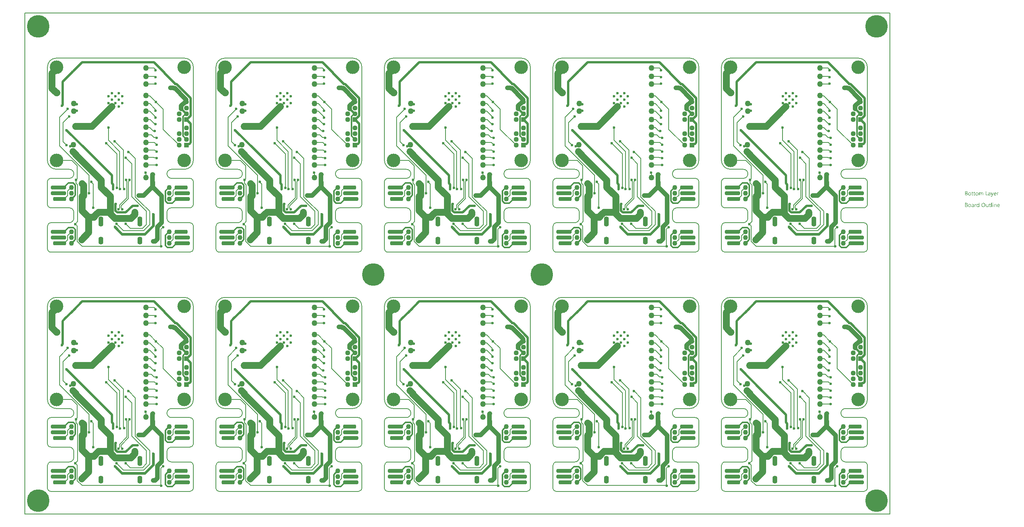
<source format=gbl>
G04*
G04 #@! TF.GenerationSoftware,Altium Limited,Altium Designer,21.6.1 (37)*
G04*
G04 Layer_Physical_Order=2*
G04 Layer_Color=16711680*
%FSAX25Y25*%
%MOIN*%
G70*
G04*
G04 #@! TF.SameCoordinates,92E81899-9559-4C3A-BF10-9AA04FA96A9E*
G04*
G04*
G04 #@! TF.FilePolarity,Positive*
G04*
G01*
G75*
%ADD40C,0.01968*%
%ADD41C,0.00787*%
%ADD42C,0.03937*%
%ADD45C,0.02362*%
%ADD46C,0.05906*%
%ADD47C,0.01181*%
%ADD49C,0.19685*%
G04:AMPARAMS|DCode=50|XSize=43.31mil|YSize=66.93mil|CornerRadius=19.49mil|HoleSize=0mil|Usage=FLASHONLY|Rotation=0.000|XOffset=0mil|YOffset=0mil|HoleType=Round|Shape=RoundedRectangle|*
%AMROUNDEDRECTD50*
21,1,0.04331,0.02795,0,0,0.0*
21,1,0.00433,0.06693,0,0,0.0*
1,1,0.03898,0.00217,-0.01398*
1,1,0.03898,-0.00217,-0.01398*
1,1,0.03898,-0.00217,0.01398*
1,1,0.03898,0.00217,0.01398*
%
%ADD50ROUNDEDRECTD50*%
G04:AMPARAMS|DCode=51|XSize=43.31mil|YSize=86.61mil|CornerRadius=19.49mil|HoleSize=0mil|Usage=FLASHONLY|Rotation=0.000|XOffset=0mil|YOffset=0mil|HoleType=Round|Shape=RoundedRectangle|*
%AMROUNDEDRECTD51*
21,1,0.04331,0.04764,0,0,0.0*
21,1,0.00433,0.08661,0,0,0.0*
1,1,0.03898,0.00217,-0.02382*
1,1,0.03898,-0.00217,-0.02382*
1,1,0.03898,-0.00217,0.02382*
1,1,0.03898,0.00217,0.02382*
%
%ADD51ROUNDEDRECTD51*%
%ADD52C,0.04370*%
%ADD53C,0.11811*%
%ADD54R,0.04370X0.04370*%
%ADD55C,0.02362*%
G04:AMPARAMS|DCode=56|XSize=35.43mil|YSize=135.83mil|CornerRadius=13.82mil|HoleSize=0mil|Usage=FLASHONLY|Rotation=270.000|XOffset=0mil|YOffset=0mil|HoleType=Round|Shape=RoundedRectangle|*
%AMROUNDEDRECTD56*
21,1,0.03543,0.10819,0,0,270.0*
21,1,0.00780,0.13583,0,0,270.0*
1,1,0.02764,-0.05409,-0.00390*
1,1,0.02764,-0.05409,0.00390*
1,1,0.02764,0.05409,0.00390*
1,1,0.02764,0.05409,-0.00390*
%
%ADD56ROUNDEDRECTD56*%
G04:AMPARAMS|DCode=57|XSize=35.43mil|YSize=116.14mil|CornerRadius=13.82mil|HoleSize=0mil|Usage=FLASHONLY|Rotation=270.000|XOffset=0mil|YOffset=0mil|HoleType=Round|Shape=RoundedRectangle|*
%AMROUNDEDRECTD57*
21,1,0.03543,0.08850,0,0,270.0*
21,1,0.00780,0.11614,0,0,270.0*
1,1,0.02764,-0.04425,-0.00390*
1,1,0.02764,-0.04425,0.00390*
1,1,0.02764,0.04425,0.00390*
1,1,0.02764,0.04425,-0.00390*
%
%ADD57ROUNDEDRECTD57*%
%ADD58C,0.05000*%
%ADD59C,0.00984*%
%ADD60C,0.01339*%
%ADD61C,0.04331*%
G36*
X0815625Y0261028D02*
X0815681Y0261016D01*
X0815743Y0261004D01*
X0815811Y0260979D01*
X0815892Y0260948D01*
X0815966Y0260905D01*
X0816046Y0260855D01*
X0816121Y0260787D01*
X0816189Y0260700D01*
X0816251Y0260601D01*
X0816306Y0260490D01*
X0816343Y0260348D01*
X0816374Y0260193D01*
X0816381Y0260013D01*
Y0258466D01*
X0815978D01*
Y0259908D01*
Y0259914D01*
Y0259927D01*
Y0259945D01*
Y0259976D01*
X0815972Y0260050D01*
X0815960Y0260137D01*
X0815947Y0260236D01*
X0815923Y0260335D01*
X0815892Y0260428D01*
X0815848Y0260508D01*
X0815842Y0260515D01*
X0815823Y0260539D01*
X0815793Y0260570D01*
X0815743Y0260601D01*
X0815687Y0260638D01*
X0815613Y0260663D01*
X0815520Y0260688D01*
X0815415Y0260694D01*
X0815403D01*
X0815372Y0260688D01*
X0815322Y0260682D01*
X0815260Y0260663D01*
X0815192Y0260638D01*
X0815118Y0260595D01*
X0815044Y0260539D01*
X0814975Y0260459D01*
X0814969Y0260447D01*
X0814951Y0260416D01*
X0814920Y0260366D01*
X0814889Y0260298D01*
X0814852Y0260217D01*
X0814827Y0260125D01*
X0814802Y0260013D01*
X0814796Y0259896D01*
Y0258466D01*
X0814394D01*
Y0259958D01*
Y0259964D01*
Y0259988D01*
X0814387Y0260026D01*
Y0260075D01*
X0814375Y0260131D01*
X0814363Y0260193D01*
X0814344Y0260255D01*
X0814326Y0260329D01*
X0814295Y0260397D01*
X0814257Y0260459D01*
X0814208Y0260521D01*
X0814152Y0260577D01*
X0814090Y0260626D01*
X0814010Y0260663D01*
X0813923Y0260688D01*
X0813824Y0260694D01*
X0813812D01*
X0813781Y0260688D01*
X0813731Y0260682D01*
X0813669Y0260669D01*
X0813601Y0260638D01*
X0813527Y0260601D01*
X0813453Y0260546D01*
X0813385Y0260471D01*
X0813379Y0260459D01*
X0813360Y0260434D01*
X0813329Y0260385D01*
X0813298Y0260317D01*
X0813267Y0260236D01*
X0813236Y0260137D01*
X0813218Y0260026D01*
X0813211Y0259896D01*
Y0258466D01*
X0812809D01*
Y0260979D01*
X0813211D01*
Y0260577D01*
X0813224D01*
X0813230Y0260583D01*
X0813236Y0260595D01*
X0813255Y0260620D01*
X0813273Y0260651D01*
X0813335Y0260719D01*
X0813422Y0260806D01*
X0813533Y0260892D01*
X0813663Y0260960D01*
X0813744Y0260991D01*
X0813824Y0261016D01*
X0813911Y0261028D01*
X0814004Y0261035D01*
X0814047D01*
X0814097Y0261028D01*
X0814158Y0261016D01*
X0814227Y0260998D01*
X0814301Y0260973D01*
X0814375Y0260942D01*
X0814449Y0260892D01*
X0814456Y0260886D01*
X0814480Y0260868D01*
X0814511Y0260837D01*
X0814555Y0260793D01*
X0814598Y0260737D01*
X0814641Y0260676D01*
X0814685Y0260601D01*
X0814715Y0260515D01*
X0814722Y0260521D01*
X0814728Y0260539D01*
X0814746Y0260564D01*
X0814765Y0260595D01*
X0814796Y0260638D01*
X0814833Y0260682D01*
X0814876Y0260725D01*
X0814926Y0260775D01*
X0814982Y0260824D01*
X0815044Y0260868D01*
X0815112Y0260917D01*
X0815186Y0260954D01*
X0815266Y0260985D01*
X0815353Y0261010D01*
X0815452Y0261028D01*
X0815551Y0261035D01*
X0815588D01*
X0815625Y0261028D01*
D02*
G37*
G36*
X0829658Y0261016D02*
X0829732Y0261010D01*
X0829776Y0260998D01*
X0829807Y0260985D01*
Y0260570D01*
X0829801Y0260577D01*
X0829788Y0260583D01*
X0829763Y0260595D01*
X0829732Y0260614D01*
X0829689Y0260626D01*
X0829633Y0260638D01*
X0829572Y0260645D01*
X0829503Y0260651D01*
X0829491D01*
X0829460Y0260645D01*
X0829411Y0260638D01*
X0829355Y0260620D01*
X0829281Y0260589D01*
X0829212Y0260546D01*
X0829138Y0260484D01*
X0829070Y0260403D01*
X0829064Y0260391D01*
X0829045Y0260360D01*
X0829014Y0260304D01*
X0828983Y0260230D01*
X0828953Y0260137D01*
X0828922Y0260019D01*
X0828903Y0259889D01*
X0828897Y0259741D01*
Y0258466D01*
X0828494D01*
Y0260979D01*
X0828897D01*
Y0260459D01*
X0828909D01*
Y0260465D01*
X0828915Y0260471D01*
X0828928Y0260502D01*
X0828946Y0260552D01*
X0828977Y0260614D01*
X0829008Y0260676D01*
X0829058Y0260744D01*
X0829107Y0260812D01*
X0829169Y0260874D01*
X0829175Y0260880D01*
X0829200Y0260898D01*
X0829237Y0260923D01*
X0829287Y0260948D01*
X0829342Y0260973D01*
X0829411Y0260998D01*
X0829485Y0261016D01*
X0829565Y0261022D01*
X0829621D01*
X0829658Y0261016D01*
D02*
G37*
G36*
X0824279Y0258063D02*
X0824273Y0258057D01*
X0824267Y0258032D01*
X0824248Y0257989D01*
X0824223Y0257940D01*
X0824192Y0257884D01*
X0824149Y0257816D01*
X0824106Y0257748D01*
X0824056Y0257673D01*
X0823994Y0257599D01*
X0823932Y0257531D01*
X0823858Y0257463D01*
X0823778Y0257407D01*
X0823697Y0257358D01*
X0823604Y0257314D01*
X0823512Y0257290D01*
X0823406Y0257283D01*
X0823351D01*
X0823313Y0257290D01*
X0823233Y0257302D01*
X0823146Y0257321D01*
Y0257680D01*
X0823153D01*
X0823171Y0257673D01*
X0823196Y0257667D01*
X0823227Y0257661D01*
X0823301Y0257643D01*
X0823382Y0257636D01*
X0823394D01*
X0823431Y0257643D01*
X0823487Y0257655D01*
X0823555Y0257680D01*
X0823629Y0257723D01*
X0823666Y0257754D01*
X0823703Y0257791D01*
X0823740Y0257828D01*
X0823778Y0257878D01*
X0823809Y0257933D01*
X0823840Y0257995D01*
X0824044Y0258466D01*
X0823060Y0260979D01*
X0823505D01*
X0824186Y0259041D01*
Y0259035D01*
X0824192Y0259023D01*
X0824199Y0259004D01*
X0824205Y0258980D01*
X0824211Y0258942D01*
X0824223Y0258905D01*
X0824236Y0258850D01*
X0824254D01*
Y0258862D01*
X0824267Y0258899D01*
X0824279Y0258955D01*
X0824304Y0259035D01*
X0825016Y0260979D01*
X0825430D01*
X0824279Y0258063D01*
D02*
G37*
G36*
X0821871Y0261028D02*
X0821927Y0261022D01*
X0821995Y0261004D01*
X0822069Y0260985D01*
X0822150Y0260954D01*
X0822236Y0260917D01*
X0822317Y0260868D01*
X0822397Y0260806D01*
X0822472Y0260731D01*
X0822540Y0260638D01*
X0822595Y0260533D01*
X0822639Y0260409D01*
X0822663Y0260267D01*
X0822676Y0260100D01*
Y0258466D01*
X0822274D01*
Y0258856D01*
X0822261D01*
Y0258850D01*
X0822249Y0258837D01*
X0822236Y0258812D01*
X0822212Y0258788D01*
X0822150Y0258713D01*
X0822069Y0258633D01*
X0821958Y0258552D01*
X0821828Y0258478D01*
X0821747Y0258453D01*
X0821667Y0258429D01*
X0821580Y0258416D01*
X0821487Y0258410D01*
X0821450D01*
X0821426Y0258416D01*
X0821357Y0258422D01*
X0821277Y0258435D01*
X0821178Y0258460D01*
X0821085Y0258490D01*
X0820986Y0258540D01*
X0820899Y0258602D01*
X0820893Y0258614D01*
X0820868Y0258639D01*
X0820831Y0258682D01*
X0820794Y0258744D01*
X0820757Y0258819D01*
X0820720Y0258905D01*
X0820695Y0259011D01*
X0820689Y0259128D01*
Y0259134D01*
Y0259159D01*
X0820695Y0259196D01*
X0820701Y0259240D01*
X0820714Y0259295D01*
X0820732Y0259357D01*
X0820757Y0259425D01*
X0820794Y0259493D01*
X0820837Y0259568D01*
X0820893Y0259642D01*
X0820961Y0259710D01*
X0821042Y0259772D01*
X0821134Y0259834D01*
X0821246Y0259883D01*
X0821370Y0259920D01*
X0821518Y0259951D01*
X0822274Y0260057D01*
Y0260063D01*
Y0260081D01*
X0822267Y0260119D01*
Y0260156D01*
X0822255Y0260205D01*
X0822249Y0260261D01*
X0822212Y0260379D01*
X0822181Y0260434D01*
X0822150Y0260490D01*
X0822106Y0260546D01*
X0822057Y0260595D01*
X0821995Y0260638D01*
X0821927Y0260669D01*
X0821846Y0260688D01*
X0821754Y0260694D01*
X0821710D01*
X0821679Y0260688D01*
X0821636D01*
X0821593Y0260676D01*
X0821481Y0260657D01*
X0821357Y0260620D01*
X0821221Y0260564D01*
X0821147Y0260527D01*
X0821079Y0260490D01*
X0821004Y0260440D01*
X0820936Y0260385D01*
Y0260799D01*
X0820943D01*
X0820955Y0260812D01*
X0820974Y0260824D01*
X0821004Y0260837D01*
X0821035Y0260855D01*
X0821079Y0260874D01*
X0821128Y0260892D01*
X0821184Y0260917D01*
X0821308Y0260960D01*
X0821456Y0260998D01*
X0821617Y0261022D01*
X0821791Y0261035D01*
X0821828D01*
X0821871Y0261028D01*
D02*
G37*
G36*
X0818980Y0258837D02*
X0820392D01*
Y0258466D01*
X0818566D01*
Y0261982D01*
X0818980D01*
Y0258837D01*
D02*
G37*
G36*
X0801766Y0261976D02*
X0801809D01*
X0801853Y0261969D01*
X0801952Y0261957D01*
X0802069Y0261926D01*
X0802193Y0261889D01*
X0802311Y0261833D01*
X0802416Y0261759D01*
X0802422D01*
X0802428Y0261747D01*
X0802459Y0261722D01*
X0802503Y0261672D01*
X0802552Y0261604D01*
X0802596Y0261517D01*
X0802639Y0261418D01*
X0802670Y0261307D01*
X0802682Y0261245D01*
Y0261177D01*
Y0261171D01*
Y0261165D01*
Y0261127D01*
X0802676Y0261072D01*
X0802664Y0261004D01*
X0802645Y0260917D01*
X0802614Y0260830D01*
X0802577Y0260744D01*
X0802521Y0260657D01*
X0802515Y0260645D01*
X0802490Y0260620D01*
X0802453Y0260583D01*
X0802404Y0260533D01*
X0802342Y0260484D01*
X0802267Y0260428D01*
X0802175Y0260385D01*
X0802075Y0260341D01*
Y0260335D01*
X0802094D01*
X0802113Y0260329D01*
X0802131Y0260323D01*
X0802199Y0260310D01*
X0802280Y0260286D01*
X0802366Y0260248D01*
X0802459Y0260205D01*
X0802552Y0260143D01*
X0802639Y0260063D01*
X0802651Y0260050D01*
X0802676Y0260019D01*
X0802707Y0259976D01*
X0802750Y0259908D01*
X0802787Y0259821D01*
X0802824Y0259722D01*
X0802849Y0259605D01*
X0802855Y0259475D01*
Y0259469D01*
Y0259456D01*
Y0259431D01*
X0802849Y0259400D01*
X0802843Y0259363D01*
X0802837Y0259320D01*
X0802812Y0259215D01*
X0802775Y0259097D01*
X0802719Y0258973D01*
X0802682Y0258918D01*
X0802639Y0258856D01*
X0802583Y0258800D01*
X0802527Y0258744D01*
X0802521D01*
X0802515Y0258732D01*
X0802496Y0258719D01*
X0802472Y0258701D01*
X0802441Y0258682D01*
X0802397Y0258658D01*
X0802305Y0258608D01*
X0802187Y0258552D01*
X0802051Y0258509D01*
X0801890Y0258478D01*
X0801809Y0258472D01*
X0801717Y0258466D01*
X0800689D01*
Y0261982D01*
X0801735D01*
X0801766Y0261976D01*
D02*
G37*
G36*
X0808693Y0260979D02*
X0809330D01*
Y0260632D01*
X0808693D01*
Y0259215D01*
Y0259202D01*
Y0259171D01*
X0808699Y0259128D01*
X0808705Y0259072D01*
X0808730Y0258955D01*
X0808748Y0258899D01*
X0808779Y0258856D01*
X0808786Y0258850D01*
X0808798Y0258837D01*
X0808816Y0258825D01*
X0808847Y0258806D01*
X0808885Y0258781D01*
X0808934Y0258769D01*
X0808996Y0258757D01*
X0809064Y0258751D01*
X0809089D01*
X0809120Y0258757D01*
X0809157Y0258763D01*
X0809243Y0258788D01*
X0809287Y0258806D01*
X0809330Y0258831D01*
Y0258484D01*
X0809324D01*
X0809305Y0258472D01*
X0809274Y0258466D01*
X0809231Y0258453D01*
X0809175Y0258441D01*
X0809114Y0258429D01*
X0809039Y0258422D01*
X0808953Y0258416D01*
X0808922D01*
X0808891Y0258422D01*
X0808847Y0258429D01*
X0808798Y0258441D01*
X0808742Y0258453D01*
X0808686Y0258478D01*
X0808624Y0258509D01*
X0808563Y0258546D01*
X0808501Y0258596D01*
X0808445Y0258651D01*
X0808395Y0258726D01*
X0808352Y0258806D01*
X0808321Y0258905D01*
X0808296Y0259017D01*
X0808290Y0259147D01*
Y0260632D01*
X0807863D01*
Y0260979D01*
X0808290D01*
Y0261592D01*
X0808693Y0261722D01*
Y0260979D01*
D02*
G37*
G36*
X0806990D02*
X0807628D01*
Y0260632D01*
X0806990D01*
Y0259215D01*
Y0259202D01*
Y0259171D01*
X0806997Y0259128D01*
X0807003Y0259072D01*
X0807028Y0258955D01*
X0807046Y0258899D01*
X0807077Y0258856D01*
X0807083Y0258850D01*
X0807096Y0258837D01*
X0807114Y0258825D01*
X0807145Y0258806D01*
X0807182Y0258781D01*
X0807232Y0258769D01*
X0807294Y0258757D01*
X0807362Y0258751D01*
X0807386D01*
X0807417Y0258757D01*
X0807455Y0258763D01*
X0807541Y0258788D01*
X0807585Y0258806D01*
X0807628Y0258831D01*
Y0258484D01*
X0807622D01*
X0807603Y0258472D01*
X0807572Y0258466D01*
X0807529Y0258453D01*
X0807473Y0258441D01*
X0807411Y0258429D01*
X0807337Y0258422D01*
X0807250Y0258416D01*
X0807219D01*
X0807189Y0258422D01*
X0807145Y0258429D01*
X0807096Y0258441D01*
X0807040Y0258453D01*
X0806984Y0258478D01*
X0806922Y0258509D01*
X0806860Y0258546D01*
X0806798Y0258596D01*
X0806743Y0258651D01*
X0806693Y0258726D01*
X0806650Y0258806D01*
X0806619Y0258905D01*
X0806594Y0259017D01*
X0806588Y0259147D01*
Y0260632D01*
X0806161D01*
Y0260979D01*
X0806588D01*
Y0261592D01*
X0806990Y0261722D01*
Y0260979D01*
D02*
G37*
G36*
X0826935Y0261028D02*
X0826978Y0261022D01*
X0827021Y0261016D01*
X0827133Y0260998D01*
X0827256Y0260954D01*
X0827380Y0260898D01*
X0827442Y0260861D01*
X0827504Y0260818D01*
X0827560Y0260768D01*
X0827616Y0260713D01*
X0827622Y0260706D01*
X0827628Y0260700D01*
X0827640Y0260682D01*
X0827659Y0260657D01*
X0827677Y0260620D01*
X0827702Y0260583D01*
X0827727Y0260539D01*
X0827752Y0260484D01*
X0827776Y0260422D01*
X0827801Y0260360D01*
X0827826Y0260286D01*
X0827845Y0260205D01*
X0827863Y0260119D01*
X0827875Y0260032D01*
X0827888Y0259933D01*
Y0259828D01*
Y0259617D01*
X0826111D01*
Y0259611D01*
Y0259598D01*
Y0259580D01*
X0826118Y0259549D01*
X0826124Y0259512D01*
Y0259475D01*
X0826142Y0259376D01*
X0826173Y0259277D01*
X0826210Y0259165D01*
X0826266Y0259060D01*
X0826334Y0258967D01*
X0826346Y0258955D01*
X0826371Y0258930D01*
X0826421Y0258899D01*
X0826489Y0258856D01*
X0826575Y0258812D01*
X0826675Y0258781D01*
X0826792Y0258757D01*
X0826928Y0258744D01*
X0826972D01*
X0827003Y0258751D01*
X0827040D01*
X0827083Y0258757D01*
X0827188Y0258781D01*
X0827306Y0258812D01*
X0827436Y0258862D01*
X0827572Y0258930D01*
X0827640Y0258973D01*
X0827708Y0259023D01*
Y0258645D01*
X0827702D01*
X0827696Y0258633D01*
X0827677Y0258627D01*
X0827646Y0258608D01*
X0827616Y0258590D01*
X0827578Y0258571D01*
X0827529Y0258552D01*
X0827479Y0258528D01*
X0827417Y0258503D01*
X0827349Y0258484D01*
X0827201Y0258447D01*
X0827027Y0258422D01*
X0826836Y0258410D01*
X0826786D01*
X0826749Y0258416D01*
X0826705Y0258422D01*
X0826650Y0258429D01*
X0826532Y0258453D01*
X0826396Y0258490D01*
X0826260Y0258552D01*
X0826192Y0258596D01*
X0826124Y0258639D01*
X0826062Y0258689D01*
X0826000Y0258751D01*
X0825994Y0258757D01*
X0825988Y0258769D01*
X0825975Y0258788D01*
X0825950Y0258812D01*
X0825932Y0258850D01*
X0825907Y0258893D01*
X0825876Y0258942D01*
X0825851Y0258998D01*
X0825820Y0259060D01*
X0825796Y0259134D01*
X0825765Y0259215D01*
X0825746Y0259301D01*
X0825727Y0259394D01*
X0825709Y0259493D01*
X0825703Y0259598D01*
X0825697Y0259710D01*
Y0259716D01*
Y0259735D01*
Y0259766D01*
X0825703Y0259809D01*
X0825709Y0259858D01*
X0825715Y0259914D01*
X0825721Y0259982D01*
X0825740Y0260050D01*
X0825777Y0260199D01*
X0825833Y0260360D01*
X0825870Y0260440D01*
X0825919Y0260515D01*
X0825969Y0260595D01*
X0826025Y0260663D01*
X0826031Y0260669D01*
X0826043Y0260682D01*
X0826062Y0260700D01*
X0826087Y0260719D01*
X0826118Y0260750D01*
X0826155Y0260781D01*
X0826204Y0260812D01*
X0826254Y0260849D01*
X0826371Y0260917D01*
X0826514Y0260979D01*
X0826594Y0260998D01*
X0826675Y0261016D01*
X0826761Y0261028D01*
X0826854Y0261035D01*
X0826904D01*
X0826935Y0261028D01*
D02*
G37*
G36*
X0811070D02*
X0811113Y0261022D01*
X0811169Y0261016D01*
X0811292Y0260991D01*
X0811435Y0260948D01*
X0811577Y0260886D01*
X0811652Y0260849D01*
X0811720Y0260806D01*
X0811788Y0260750D01*
X0811849Y0260688D01*
X0811856Y0260682D01*
X0811862Y0260669D01*
X0811880Y0260651D01*
X0811899Y0260626D01*
X0811924Y0260589D01*
X0811949Y0260546D01*
X0811979Y0260496D01*
X0812010Y0260440D01*
X0812035Y0260372D01*
X0812066Y0260304D01*
X0812091Y0260224D01*
X0812116Y0260137D01*
X0812134Y0260044D01*
X0812153Y0259945D01*
X0812159Y0259840D01*
X0812165Y0259729D01*
Y0259722D01*
Y0259704D01*
Y0259673D01*
X0812159Y0259630D01*
X0812153Y0259580D01*
X0812147Y0259518D01*
X0812134Y0259456D01*
X0812122Y0259382D01*
X0812085Y0259233D01*
X0812023Y0259072D01*
X0811986Y0258992D01*
X0811936Y0258911D01*
X0811887Y0258837D01*
X0811825Y0258769D01*
X0811819Y0258763D01*
X0811806Y0258757D01*
X0811788Y0258738D01*
X0811763Y0258713D01*
X0811726Y0258689D01*
X0811689Y0258658D01*
X0811639Y0258621D01*
X0811583Y0258590D01*
X0811522Y0258559D01*
X0811453Y0258522D01*
X0811379Y0258490D01*
X0811299Y0258466D01*
X0811212Y0258441D01*
X0811119Y0258429D01*
X0811020Y0258416D01*
X0810915Y0258410D01*
X0810859D01*
X0810822Y0258416D01*
X0810779Y0258422D01*
X0810723Y0258429D01*
X0810661Y0258441D01*
X0810593Y0258453D01*
X0810451Y0258497D01*
X0810302Y0258559D01*
X0810228Y0258596D01*
X0810160Y0258645D01*
X0810092Y0258695D01*
X0810023Y0258757D01*
X0810017Y0258763D01*
X0810011Y0258775D01*
X0809993Y0258794D01*
X0809974Y0258819D01*
X0809949Y0258856D01*
X0809918Y0258899D01*
X0809887Y0258949D01*
X0809863Y0259004D01*
X0809832Y0259072D01*
X0809801Y0259140D01*
X0809770Y0259215D01*
X0809745Y0259301D01*
X0809708Y0259487D01*
X0809702Y0259586D01*
X0809695Y0259691D01*
Y0259698D01*
Y0259722D01*
Y0259753D01*
X0809702Y0259797D01*
X0809708Y0259846D01*
X0809714Y0259908D01*
X0809726Y0259976D01*
X0809739Y0260050D01*
X0809776Y0260211D01*
X0809838Y0260372D01*
X0809881Y0260453D01*
X0809924Y0260533D01*
X0809974Y0260608D01*
X0810036Y0260676D01*
X0810042Y0260682D01*
X0810054Y0260694D01*
X0810073Y0260706D01*
X0810098Y0260731D01*
X0810135Y0260756D01*
X0810178Y0260787D01*
X0810228Y0260824D01*
X0810283Y0260855D01*
X0810345Y0260886D01*
X0810420Y0260923D01*
X0810494Y0260954D01*
X0810581Y0260979D01*
X0810667Y0261004D01*
X0810766Y0261022D01*
X0810872Y0261028D01*
X0810977Y0261035D01*
X0811032D01*
X0811070Y0261028D01*
D02*
G37*
G36*
X0804719D02*
X0804762Y0261022D01*
X0804818Y0261016D01*
X0804941Y0260991D01*
X0805084Y0260948D01*
X0805226Y0260886D01*
X0805301Y0260849D01*
X0805369Y0260806D01*
X0805437Y0260750D01*
X0805499Y0260688D01*
X0805505Y0260682D01*
X0805511Y0260669D01*
X0805529Y0260651D01*
X0805548Y0260626D01*
X0805573Y0260589D01*
X0805598Y0260546D01*
X0805629Y0260496D01*
X0805659Y0260440D01*
X0805684Y0260372D01*
X0805715Y0260304D01*
X0805740Y0260224D01*
X0805765Y0260137D01*
X0805783Y0260044D01*
X0805802Y0259945D01*
X0805808Y0259840D01*
X0805814Y0259729D01*
Y0259722D01*
Y0259704D01*
Y0259673D01*
X0805808Y0259630D01*
X0805802Y0259580D01*
X0805796Y0259518D01*
X0805783Y0259456D01*
X0805771Y0259382D01*
X0805734Y0259233D01*
X0805672Y0259072D01*
X0805635Y0258992D01*
X0805585Y0258911D01*
X0805536Y0258837D01*
X0805474Y0258769D01*
X0805468Y0258763D01*
X0805455Y0258757D01*
X0805437Y0258738D01*
X0805412Y0258713D01*
X0805375Y0258689D01*
X0805338Y0258658D01*
X0805288Y0258621D01*
X0805232Y0258590D01*
X0805171Y0258559D01*
X0805102Y0258522D01*
X0805028Y0258490D01*
X0804948Y0258466D01*
X0804861Y0258441D01*
X0804768Y0258429D01*
X0804669Y0258416D01*
X0804564Y0258410D01*
X0804508D01*
X0804471Y0258416D01*
X0804428Y0258422D01*
X0804372Y0258429D01*
X0804310Y0258441D01*
X0804242Y0258453D01*
X0804100Y0258497D01*
X0803951Y0258559D01*
X0803877Y0258596D01*
X0803809Y0258645D01*
X0803741Y0258695D01*
X0803673Y0258757D01*
X0803666Y0258763D01*
X0803660Y0258775D01*
X0803642Y0258794D01*
X0803623Y0258819D01*
X0803598Y0258856D01*
X0803567Y0258899D01*
X0803536Y0258949D01*
X0803512Y0259004D01*
X0803481Y0259072D01*
X0803450Y0259140D01*
X0803419Y0259215D01*
X0803394Y0259301D01*
X0803357Y0259487D01*
X0803351Y0259586D01*
X0803345Y0259691D01*
Y0259698D01*
Y0259722D01*
Y0259753D01*
X0803351Y0259797D01*
X0803357Y0259846D01*
X0803363Y0259908D01*
X0803375Y0259976D01*
X0803388Y0260050D01*
X0803425Y0260211D01*
X0803487Y0260372D01*
X0803530Y0260453D01*
X0803574Y0260533D01*
X0803623Y0260608D01*
X0803685Y0260676D01*
X0803691Y0260682D01*
X0803703Y0260694D01*
X0803722Y0260706D01*
X0803747Y0260731D01*
X0803784Y0260756D01*
X0803827Y0260787D01*
X0803877Y0260824D01*
X0803932Y0260855D01*
X0803994Y0260886D01*
X0804069Y0260923D01*
X0804143Y0260954D01*
X0804230Y0260979D01*
X0804316Y0261004D01*
X0804415Y0261022D01*
X0804521Y0261028D01*
X0804626Y0261035D01*
X0804681D01*
X0804719Y0261028D01*
D02*
G37*
G36*
X0824898Y0251948D02*
X0824923D01*
X0824979Y0251924D01*
X0825010Y0251905D01*
X0825040Y0251880D01*
X0825047Y0251874D01*
X0825053Y0251868D01*
X0825084Y0251831D01*
X0825109Y0251769D01*
X0825115Y0251732D01*
X0825121Y0251695D01*
Y0251689D01*
Y0251676D01*
X0825115Y0251658D01*
X0825109Y0251633D01*
X0825090Y0251571D01*
X0825065Y0251540D01*
X0825040Y0251509D01*
X0825034D01*
X0825028Y0251497D01*
X0824991Y0251472D01*
X0824935Y0251447D01*
X0824898Y0251441D01*
X0824861Y0251435D01*
X0824842D01*
X0824824Y0251441D01*
X0824799D01*
X0824737Y0251466D01*
X0824706Y0251478D01*
X0824675Y0251503D01*
Y0251509D01*
X0824663Y0251515D01*
X0824650Y0251534D01*
X0824638Y0251552D01*
X0824613Y0251614D01*
X0824607Y0251651D01*
X0824601Y0251695D01*
Y0251701D01*
Y0251713D01*
X0824607Y0251732D01*
X0824613Y0251763D01*
X0824632Y0251818D01*
X0824650Y0251850D01*
X0824675Y0251880D01*
X0824681Y0251887D01*
X0824688Y0251893D01*
X0824725Y0251918D01*
X0824787Y0251942D01*
X0824824Y0251955D01*
X0824879D01*
X0824898Y0251948D01*
D02*
G37*
G36*
X0812908Y0248284D02*
X0812506D01*
Y0248705D01*
X0812493D01*
Y0248699D01*
X0812481Y0248686D01*
X0812462Y0248662D01*
X0812444Y0248631D01*
X0812413Y0248594D01*
X0812376Y0248556D01*
X0812332Y0248513D01*
X0812283Y0248470D01*
X0812227Y0248420D01*
X0812159Y0248377D01*
X0812091Y0248340D01*
X0812010Y0248303D01*
X0811930Y0248272D01*
X0811837Y0248247D01*
X0811738Y0248235D01*
X0811633Y0248228D01*
X0811590D01*
X0811552Y0248235D01*
X0811515Y0248241D01*
X0811466Y0248247D01*
X0811360Y0248272D01*
X0811237Y0248309D01*
X0811113Y0248371D01*
X0811045Y0248408D01*
X0810989Y0248451D01*
X0810927Y0248507D01*
X0810872Y0248563D01*
Y0248569D01*
X0810859Y0248581D01*
X0810847Y0248600D01*
X0810828Y0248624D01*
X0810810Y0248656D01*
X0810785Y0248699D01*
X0810760Y0248748D01*
X0810735Y0248804D01*
X0810704Y0248866D01*
X0810680Y0248934D01*
X0810655Y0249008D01*
X0810636Y0249089D01*
X0810618Y0249175D01*
X0810605Y0249274D01*
X0810599Y0249374D01*
X0810593Y0249479D01*
Y0249485D01*
Y0249503D01*
Y0249541D01*
X0810599Y0249584D01*
X0810605Y0249634D01*
X0810612Y0249695D01*
X0810618Y0249763D01*
X0810630Y0249838D01*
X0810667Y0249999D01*
X0810723Y0250166D01*
X0810760Y0250246D01*
X0810803Y0250327D01*
X0810847Y0250401D01*
X0810903Y0250475D01*
X0810909Y0250482D01*
X0810915Y0250494D01*
X0810933Y0250512D01*
X0810958Y0250537D01*
X0810989Y0250562D01*
X0811032Y0250593D01*
X0811076Y0250630D01*
X0811125Y0250667D01*
X0811249Y0250735D01*
X0811392Y0250797D01*
X0811472Y0250816D01*
X0811559Y0250834D01*
X0811645Y0250847D01*
X0811744Y0250853D01*
X0811794D01*
X0811831Y0250847D01*
X0811868Y0250840D01*
X0811918Y0250834D01*
X0812029Y0250803D01*
X0812153Y0250754D01*
X0812215Y0250723D01*
X0812277Y0250680D01*
X0812339Y0250636D01*
X0812394Y0250581D01*
X0812444Y0250519D01*
X0812493Y0250444D01*
X0812506D01*
Y0252004D01*
X0812908D01*
Y0248284D01*
D02*
G37*
G36*
X0827176Y0250847D02*
X0827250Y0250840D01*
X0827343Y0250822D01*
X0827442Y0250791D01*
X0827547Y0250742D01*
X0827653Y0250673D01*
X0827696Y0250636D01*
X0827739Y0250587D01*
X0827752Y0250574D01*
X0827776Y0250537D01*
X0827807Y0250475D01*
X0827851Y0250389D01*
X0827888Y0250283D01*
X0827925Y0250153D01*
X0827950Y0249999D01*
X0827956Y0249819D01*
Y0248284D01*
X0827554D01*
Y0249714D01*
Y0249720D01*
Y0249751D01*
X0827547Y0249788D01*
Y0249838D01*
X0827535Y0249900D01*
X0827523Y0249968D01*
X0827504Y0250042D01*
X0827479Y0250116D01*
X0827448Y0250191D01*
X0827411Y0250259D01*
X0827362Y0250327D01*
X0827306Y0250389D01*
X0827244Y0250438D01*
X0827164Y0250475D01*
X0827077Y0250506D01*
X0826972Y0250512D01*
X0826959D01*
X0826922Y0250506D01*
X0826867Y0250500D01*
X0826798Y0250482D01*
X0826718Y0250457D01*
X0826631Y0250413D01*
X0826551Y0250358D01*
X0826470Y0250283D01*
X0826464Y0250271D01*
X0826439Y0250246D01*
X0826408Y0250197D01*
X0826371Y0250129D01*
X0826334Y0250048D01*
X0826303Y0249949D01*
X0826278Y0249838D01*
X0826272Y0249714D01*
Y0248284D01*
X0825870D01*
Y0250797D01*
X0826272D01*
Y0250376D01*
X0826285D01*
X0826291Y0250382D01*
X0826297Y0250395D01*
X0826316Y0250420D01*
X0826340Y0250451D01*
X0826365Y0250488D01*
X0826402Y0250525D01*
X0826446Y0250568D01*
X0826495Y0250618D01*
X0826551Y0250661D01*
X0826613Y0250704D01*
X0826681Y0250742D01*
X0826755Y0250779D01*
X0826829Y0250810D01*
X0826916Y0250834D01*
X0827009Y0250847D01*
X0827108Y0250853D01*
X0827145D01*
X0827176Y0250847D01*
D02*
G37*
G36*
X0810178Y0250834D02*
X0810252Y0250828D01*
X0810296Y0250816D01*
X0810327Y0250803D01*
Y0250389D01*
X0810321Y0250395D01*
X0810308Y0250401D01*
X0810283Y0250413D01*
X0810252Y0250432D01*
X0810209Y0250444D01*
X0810153Y0250457D01*
X0810092Y0250463D01*
X0810023Y0250469D01*
X0810011D01*
X0809980Y0250463D01*
X0809931Y0250457D01*
X0809875Y0250438D01*
X0809801Y0250407D01*
X0809733Y0250364D01*
X0809658Y0250302D01*
X0809590Y0250221D01*
X0809584Y0250209D01*
X0809565Y0250178D01*
X0809534Y0250122D01*
X0809503Y0250048D01*
X0809473Y0249955D01*
X0809442Y0249838D01*
X0809423Y0249708D01*
X0809417Y0249559D01*
Y0248284D01*
X0809015D01*
Y0250797D01*
X0809417D01*
Y0250277D01*
X0809429D01*
Y0250283D01*
X0809435Y0250290D01*
X0809448Y0250321D01*
X0809466Y0250370D01*
X0809497Y0250432D01*
X0809528Y0250494D01*
X0809578Y0250562D01*
X0809627Y0250630D01*
X0809689Y0250692D01*
X0809695Y0250698D01*
X0809720Y0250717D01*
X0809757Y0250742D01*
X0809807Y0250766D01*
X0809863Y0250791D01*
X0809931Y0250816D01*
X0810005Y0250834D01*
X0810085Y0250840D01*
X0810141D01*
X0810178Y0250834D01*
D02*
G37*
G36*
X0820918Y0248284D02*
X0820516D01*
Y0248680D01*
X0820503D01*
Y0248674D01*
X0820491Y0248662D01*
X0820478Y0248637D01*
X0820454Y0248612D01*
X0820398Y0248538D01*
X0820311Y0248457D01*
X0820262Y0248414D01*
X0820206Y0248371D01*
X0820144Y0248334D01*
X0820070Y0248296D01*
X0819996Y0248272D01*
X0819915Y0248247D01*
X0819822Y0248235D01*
X0819729Y0248228D01*
X0819692D01*
X0819649Y0248235D01*
X0819587Y0248247D01*
X0819519Y0248259D01*
X0819445Y0248284D01*
X0819364Y0248315D01*
X0819284Y0248364D01*
X0819197Y0248420D01*
X0819117Y0248488D01*
X0819042Y0248575D01*
X0818974Y0248680D01*
X0818912Y0248798D01*
X0818869Y0248940D01*
X0818844Y0249107D01*
X0818832Y0249194D01*
Y0249293D01*
Y0250797D01*
X0819228D01*
Y0249355D01*
Y0249349D01*
Y0249324D01*
X0819234Y0249281D01*
X0819240Y0249231D01*
X0819247Y0249169D01*
X0819259Y0249107D01*
X0819277Y0249033D01*
X0819302Y0248959D01*
X0819339Y0248885D01*
X0819377Y0248816D01*
X0819426Y0248748D01*
X0819488Y0248686D01*
X0819556Y0248637D01*
X0819637Y0248600D01*
X0819736Y0248569D01*
X0819841Y0248563D01*
X0819853D01*
X0819890Y0248569D01*
X0819946Y0248575D01*
X0820008Y0248587D01*
X0820088Y0248618D01*
X0820169Y0248656D01*
X0820249Y0248705D01*
X0820324Y0248779D01*
X0820330Y0248792D01*
X0820355Y0248816D01*
X0820385Y0248866D01*
X0820423Y0248934D01*
X0820454Y0249014D01*
X0820485Y0249113D01*
X0820509Y0249225D01*
X0820516Y0249349D01*
Y0250797D01*
X0820918D01*
Y0248284D01*
D02*
G37*
G36*
X0825053D02*
X0824650D01*
Y0250797D01*
X0825053D01*
Y0248284D01*
D02*
G37*
G36*
X0823833D02*
X0823431D01*
Y0252004D01*
X0823833D01*
Y0248284D01*
D02*
G37*
G36*
X0807455Y0250847D02*
X0807510Y0250840D01*
X0807578Y0250822D01*
X0807653Y0250803D01*
X0807733Y0250772D01*
X0807820Y0250735D01*
X0807900Y0250686D01*
X0807981Y0250624D01*
X0808055Y0250550D01*
X0808123Y0250457D01*
X0808179Y0250352D01*
X0808222Y0250228D01*
X0808247Y0250085D01*
X0808259Y0249918D01*
Y0248284D01*
X0807857D01*
Y0248674D01*
X0807845D01*
Y0248668D01*
X0807832Y0248656D01*
X0807820Y0248631D01*
X0807795Y0248606D01*
X0807733Y0248532D01*
X0807653Y0248451D01*
X0807541Y0248371D01*
X0807411Y0248296D01*
X0807331Y0248272D01*
X0807250Y0248247D01*
X0807164Y0248235D01*
X0807071Y0248228D01*
X0807034D01*
X0807009Y0248235D01*
X0806941Y0248241D01*
X0806860Y0248253D01*
X0806761Y0248278D01*
X0806668Y0248309D01*
X0806569Y0248358D01*
X0806483Y0248420D01*
X0806477Y0248433D01*
X0806452Y0248457D01*
X0806415Y0248501D01*
X0806378Y0248563D01*
X0806340Y0248637D01*
X0806303Y0248724D01*
X0806279Y0248829D01*
X0806272Y0248946D01*
Y0248953D01*
Y0248977D01*
X0806279Y0249014D01*
X0806285Y0249058D01*
X0806297Y0249113D01*
X0806316Y0249175D01*
X0806340Y0249243D01*
X0806378Y0249312D01*
X0806421Y0249386D01*
X0806477Y0249460D01*
X0806545Y0249528D01*
X0806625Y0249590D01*
X0806718Y0249652D01*
X0806829Y0249702D01*
X0806953Y0249739D01*
X0807102Y0249770D01*
X0807857Y0249875D01*
Y0249881D01*
Y0249900D01*
X0807851Y0249937D01*
Y0249974D01*
X0807838Y0250023D01*
X0807832Y0250079D01*
X0807795Y0250197D01*
X0807764Y0250253D01*
X0807733Y0250308D01*
X0807690Y0250364D01*
X0807640Y0250413D01*
X0807578Y0250457D01*
X0807510Y0250488D01*
X0807430Y0250506D01*
X0807337Y0250512D01*
X0807294D01*
X0807263Y0250506D01*
X0807219D01*
X0807176Y0250494D01*
X0807065Y0250475D01*
X0806941Y0250438D01*
X0806805Y0250382D01*
X0806730Y0250345D01*
X0806662Y0250308D01*
X0806588Y0250259D01*
X0806520Y0250203D01*
Y0250618D01*
X0806526D01*
X0806538Y0250630D01*
X0806557Y0250642D01*
X0806588Y0250655D01*
X0806619Y0250673D01*
X0806662Y0250692D01*
X0806712Y0250711D01*
X0806767Y0250735D01*
X0806891Y0250779D01*
X0807040Y0250816D01*
X0807201Y0250840D01*
X0807374Y0250853D01*
X0807411D01*
X0807455Y0250847D01*
D02*
G37*
G36*
X0801766Y0251794D02*
X0801809D01*
X0801853Y0251788D01*
X0801952Y0251775D01*
X0802069Y0251744D01*
X0802193Y0251707D01*
X0802311Y0251651D01*
X0802416Y0251577D01*
X0802422D01*
X0802428Y0251565D01*
X0802459Y0251540D01*
X0802503Y0251490D01*
X0802552Y0251422D01*
X0802596Y0251336D01*
X0802639Y0251237D01*
X0802670Y0251125D01*
X0802682Y0251063D01*
Y0250995D01*
Y0250989D01*
Y0250983D01*
Y0250946D01*
X0802676Y0250890D01*
X0802664Y0250822D01*
X0802645Y0250735D01*
X0802614Y0250649D01*
X0802577Y0250562D01*
X0802521Y0250475D01*
X0802515Y0250463D01*
X0802490Y0250438D01*
X0802453Y0250401D01*
X0802404Y0250352D01*
X0802342Y0250302D01*
X0802267Y0250246D01*
X0802175Y0250203D01*
X0802075Y0250160D01*
Y0250153D01*
X0802094D01*
X0802113Y0250147D01*
X0802131Y0250141D01*
X0802199Y0250129D01*
X0802280Y0250104D01*
X0802366Y0250067D01*
X0802459Y0250023D01*
X0802552Y0249961D01*
X0802639Y0249881D01*
X0802651Y0249869D01*
X0802676Y0249838D01*
X0802707Y0249794D01*
X0802750Y0249726D01*
X0802787Y0249640D01*
X0802824Y0249541D01*
X0802849Y0249423D01*
X0802855Y0249293D01*
Y0249287D01*
Y0249274D01*
Y0249250D01*
X0802849Y0249219D01*
X0802843Y0249182D01*
X0802837Y0249138D01*
X0802812Y0249033D01*
X0802775Y0248915D01*
X0802719Y0248792D01*
X0802682Y0248736D01*
X0802639Y0248674D01*
X0802583Y0248618D01*
X0802527Y0248563D01*
X0802521D01*
X0802515Y0248550D01*
X0802496Y0248538D01*
X0802472Y0248519D01*
X0802441Y0248501D01*
X0802397Y0248476D01*
X0802305Y0248426D01*
X0802187Y0248371D01*
X0802051Y0248327D01*
X0801890Y0248296D01*
X0801809Y0248290D01*
X0801717Y0248284D01*
X0800689D01*
Y0251800D01*
X0801735D01*
X0801766Y0251794D01*
D02*
G37*
G36*
X0822261Y0250797D02*
X0822899D01*
Y0250451D01*
X0822261D01*
Y0249033D01*
Y0249021D01*
Y0248990D01*
X0822267Y0248946D01*
X0822274Y0248891D01*
X0822298Y0248773D01*
X0822317Y0248717D01*
X0822348Y0248674D01*
X0822354Y0248668D01*
X0822366Y0248656D01*
X0822385Y0248643D01*
X0822416Y0248624D01*
X0822453Y0248600D01*
X0822503Y0248587D01*
X0822564Y0248575D01*
X0822633Y0248569D01*
X0822657D01*
X0822688Y0248575D01*
X0822725Y0248581D01*
X0822812Y0248606D01*
X0822855Y0248624D01*
X0822899Y0248649D01*
Y0248303D01*
X0822892D01*
X0822874Y0248290D01*
X0822843Y0248284D01*
X0822800Y0248272D01*
X0822744Y0248259D01*
X0822682Y0248247D01*
X0822608Y0248241D01*
X0822521Y0248235D01*
X0822490D01*
X0822459Y0248241D01*
X0822416Y0248247D01*
X0822366Y0248259D01*
X0822311Y0248272D01*
X0822255Y0248296D01*
X0822193Y0248327D01*
X0822131Y0248364D01*
X0822069Y0248414D01*
X0822013Y0248470D01*
X0821964Y0248544D01*
X0821921Y0248624D01*
X0821890Y0248724D01*
X0821865Y0248835D01*
X0821859Y0248965D01*
Y0250451D01*
X0821432D01*
Y0250797D01*
X0821859D01*
Y0251410D01*
X0822261Y0251540D01*
Y0250797D01*
D02*
G37*
G36*
X0829788Y0250847D02*
X0829832Y0250840D01*
X0829875Y0250834D01*
X0829986Y0250816D01*
X0830110Y0250772D01*
X0830234Y0250717D01*
X0830296Y0250680D01*
X0830358Y0250636D01*
X0830413Y0250587D01*
X0830469Y0250531D01*
X0830475Y0250525D01*
X0830481Y0250519D01*
X0830494Y0250500D01*
X0830512Y0250475D01*
X0830531Y0250438D01*
X0830556Y0250401D01*
X0830581Y0250358D01*
X0830605Y0250302D01*
X0830630Y0250240D01*
X0830655Y0250178D01*
X0830680Y0250104D01*
X0830698Y0250023D01*
X0830717Y0249937D01*
X0830729Y0249850D01*
X0830741Y0249751D01*
Y0249646D01*
Y0249435D01*
X0828965D01*
Y0249429D01*
Y0249417D01*
Y0249398D01*
X0828971Y0249367D01*
X0828977Y0249330D01*
Y0249293D01*
X0828996Y0249194D01*
X0829027Y0249095D01*
X0829064Y0248984D01*
X0829120Y0248878D01*
X0829188Y0248785D01*
X0829200Y0248773D01*
X0829225Y0248748D01*
X0829274Y0248717D01*
X0829342Y0248674D01*
X0829429Y0248631D01*
X0829528Y0248600D01*
X0829646Y0248575D01*
X0829782Y0248563D01*
X0829825D01*
X0829856Y0248569D01*
X0829893D01*
X0829937Y0248575D01*
X0830042Y0248600D01*
X0830159Y0248631D01*
X0830289Y0248680D01*
X0830426Y0248748D01*
X0830494Y0248792D01*
X0830562Y0248841D01*
Y0248464D01*
X0830556D01*
X0830550Y0248451D01*
X0830531Y0248445D01*
X0830500Y0248426D01*
X0830469Y0248408D01*
X0830432Y0248389D01*
X0830382Y0248371D01*
X0830333Y0248346D01*
X0830271Y0248321D01*
X0830203Y0248303D01*
X0830054Y0248266D01*
X0829881Y0248241D01*
X0829689Y0248228D01*
X0829640D01*
X0829602Y0248235D01*
X0829559Y0248241D01*
X0829503Y0248247D01*
X0829386Y0248272D01*
X0829250Y0248309D01*
X0829113Y0248371D01*
X0829045Y0248414D01*
X0828977Y0248457D01*
X0828915Y0248507D01*
X0828854Y0248569D01*
X0828847Y0248575D01*
X0828841Y0248587D01*
X0828829Y0248606D01*
X0828804Y0248631D01*
X0828785Y0248668D01*
X0828761Y0248711D01*
X0828730Y0248761D01*
X0828705Y0248816D01*
X0828674Y0248878D01*
X0828649Y0248953D01*
X0828618Y0249033D01*
X0828600Y0249120D01*
X0828581Y0249213D01*
X0828563Y0249312D01*
X0828556Y0249417D01*
X0828550Y0249528D01*
Y0249534D01*
Y0249553D01*
Y0249584D01*
X0828556Y0249627D01*
X0828563Y0249677D01*
X0828569Y0249732D01*
X0828575Y0249801D01*
X0828594Y0249869D01*
X0828631Y0250017D01*
X0828686Y0250178D01*
X0828724Y0250259D01*
X0828773Y0250333D01*
X0828823Y0250413D01*
X0828878Y0250482D01*
X0828884Y0250488D01*
X0828897Y0250500D01*
X0828915Y0250519D01*
X0828940Y0250537D01*
X0828971Y0250568D01*
X0829008Y0250599D01*
X0829058Y0250630D01*
X0829107Y0250667D01*
X0829225Y0250735D01*
X0829367Y0250797D01*
X0829448Y0250816D01*
X0829528Y0250834D01*
X0829615Y0250847D01*
X0829708Y0250853D01*
X0829757D01*
X0829788Y0250847D01*
D02*
G37*
G36*
X0816746Y0251856D02*
X0816808Y0251850D01*
X0816882Y0251837D01*
X0816963Y0251818D01*
X0817049Y0251800D01*
X0817136Y0251775D01*
X0817235Y0251744D01*
X0817328Y0251701D01*
X0817427Y0251651D01*
X0817526Y0251596D01*
X0817619Y0251528D01*
X0817712Y0251453D01*
X0817798Y0251367D01*
X0817804Y0251361D01*
X0817817Y0251342D01*
X0817841Y0251317D01*
X0817866Y0251280D01*
X0817903Y0251231D01*
X0817941Y0251169D01*
X0817978Y0251100D01*
X0818021Y0251026D01*
X0818064Y0250933D01*
X0818101Y0250840D01*
X0818139Y0250735D01*
X0818176Y0250618D01*
X0818200Y0250500D01*
X0818225Y0250370D01*
X0818238Y0250228D01*
X0818244Y0250085D01*
Y0250073D01*
Y0250048D01*
Y0250005D01*
X0818238Y0249943D01*
X0818231Y0249869D01*
X0818219Y0249788D01*
X0818207Y0249695D01*
X0818188Y0249590D01*
X0818163Y0249485D01*
X0818132Y0249374D01*
X0818095Y0249262D01*
X0818052Y0249151D01*
X0817996Y0249033D01*
X0817934Y0248928D01*
X0817866Y0248823D01*
X0817786Y0248724D01*
X0817780Y0248717D01*
X0817767Y0248705D01*
X0817736Y0248680D01*
X0817705Y0248649D01*
X0817656Y0248606D01*
X0817600Y0248569D01*
X0817538Y0248519D01*
X0817464Y0248476D01*
X0817383Y0248433D01*
X0817290Y0248383D01*
X0817192Y0248346D01*
X0817080Y0248309D01*
X0816963Y0248272D01*
X0816839Y0248247D01*
X0816709Y0248235D01*
X0816566Y0248228D01*
X0816535D01*
X0816492Y0248235D01*
X0816442D01*
X0816381Y0248241D01*
X0816306Y0248253D01*
X0816226Y0248272D01*
X0816133Y0248290D01*
X0816040Y0248315D01*
X0815941Y0248346D01*
X0815842Y0248389D01*
X0815743Y0248433D01*
X0815644Y0248488D01*
X0815545Y0248556D01*
X0815452Y0248631D01*
X0815365Y0248717D01*
X0815359Y0248724D01*
X0815347Y0248742D01*
X0815322Y0248767D01*
X0815297Y0248804D01*
X0815260Y0248853D01*
X0815223Y0248915D01*
X0815186Y0248984D01*
X0815143Y0249064D01*
X0815099Y0249151D01*
X0815062Y0249243D01*
X0815025Y0249349D01*
X0814988Y0249466D01*
X0814963Y0249584D01*
X0814938Y0249714D01*
X0814926Y0249856D01*
X0814920Y0249999D01*
Y0250011D01*
Y0250036D01*
X0814926Y0250079D01*
Y0250141D01*
X0814932Y0250209D01*
X0814944Y0250296D01*
X0814957Y0250389D01*
X0814975Y0250488D01*
X0815000Y0250593D01*
X0815031Y0250704D01*
X0815068Y0250816D01*
X0815112Y0250927D01*
X0815167Y0251039D01*
X0815229Y0251150D01*
X0815297Y0251255D01*
X0815378Y0251354D01*
X0815384Y0251361D01*
X0815396Y0251379D01*
X0815427Y0251404D01*
X0815464Y0251435D01*
X0815508Y0251472D01*
X0815563Y0251515D01*
X0815632Y0251559D01*
X0815706Y0251608D01*
X0815793Y0251658D01*
X0815885Y0251701D01*
X0815985Y0251744D01*
X0816096Y0251781D01*
X0816220Y0251812D01*
X0816350Y0251843D01*
X0816486Y0251856D01*
X0816628Y0251862D01*
X0816696D01*
X0816746Y0251856D01*
D02*
G37*
G36*
X0804719Y0250847D02*
X0804762Y0250840D01*
X0804818Y0250834D01*
X0804941Y0250810D01*
X0805084Y0250766D01*
X0805226Y0250704D01*
X0805301Y0250667D01*
X0805369Y0250624D01*
X0805437Y0250568D01*
X0805499Y0250506D01*
X0805505Y0250500D01*
X0805511Y0250488D01*
X0805529Y0250469D01*
X0805548Y0250444D01*
X0805573Y0250407D01*
X0805598Y0250364D01*
X0805629Y0250314D01*
X0805659Y0250259D01*
X0805684Y0250191D01*
X0805715Y0250122D01*
X0805740Y0250042D01*
X0805765Y0249955D01*
X0805783Y0249863D01*
X0805802Y0249763D01*
X0805808Y0249658D01*
X0805814Y0249547D01*
Y0249541D01*
Y0249522D01*
Y0249491D01*
X0805808Y0249448D01*
X0805802Y0249398D01*
X0805796Y0249336D01*
X0805783Y0249274D01*
X0805771Y0249200D01*
X0805734Y0249052D01*
X0805672Y0248891D01*
X0805635Y0248810D01*
X0805585Y0248730D01*
X0805536Y0248656D01*
X0805474Y0248587D01*
X0805468Y0248581D01*
X0805455Y0248575D01*
X0805437Y0248556D01*
X0805412Y0248532D01*
X0805375Y0248507D01*
X0805338Y0248476D01*
X0805288Y0248439D01*
X0805232Y0248408D01*
X0805171Y0248377D01*
X0805102Y0248340D01*
X0805028Y0248309D01*
X0804948Y0248284D01*
X0804861Y0248259D01*
X0804768Y0248247D01*
X0804669Y0248235D01*
X0804564Y0248228D01*
X0804508D01*
X0804471Y0248235D01*
X0804428Y0248241D01*
X0804372Y0248247D01*
X0804310Y0248259D01*
X0804242Y0248272D01*
X0804100Y0248315D01*
X0803951Y0248377D01*
X0803877Y0248414D01*
X0803809Y0248464D01*
X0803741Y0248513D01*
X0803673Y0248575D01*
X0803666Y0248581D01*
X0803660Y0248594D01*
X0803642Y0248612D01*
X0803623Y0248637D01*
X0803598Y0248674D01*
X0803567Y0248717D01*
X0803536Y0248767D01*
X0803512Y0248823D01*
X0803481Y0248891D01*
X0803450Y0248959D01*
X0803419Y0249033D01*
X0803394Y0249120D01*
X0803357Y0249305D01*
X0803351Y0249404D01*
X0803345Y0249510D01*
Y0249516D01*
Y0249541D01*
Y0249572D01*
X0803351Y0249615D01*
X0803357Y0249664D01*
X0803363Y0249726D01*
X0803375Y0249794D01*
X0803388Y0249869D01*
X0803425Y0250030D01*
X0803487Y0250191D01*
X0803530Y0250271D01*
X0803574Y0250352D01*
X0803623Y0250426D01*
X0803685Y0250494D01*
X0803691Y0250500D01*
X0803703Y0250512D01*
X0803722Y0250525D01*
X0803747Y0250550D01*
X0803784Y0250574D01*
X0803827Y0250605D01*
X0803877Y0250642D01*
X0803932Y0250673D01*
X0803994Y0250704D01*
X0804069Y0250742D01*
X0804143Y0250772D01*
X0804230Y0250797D01*
X0804316Y0250822D01*
X0804415Y0250840D01*
X0804521Y0250847D01*
X0804626Y0250853D01*
X0804681D01*
X0804719Y0250847D01*
D02*
G37*
%LPC*%
G36*
X0822274Y0259735D02*
X0821667Y0259648D01*
X0821655D01*
X0821624Y0259642D01*
X0821574Y0259630D01*
X0821512Y0259617D01*
X0821444Y0259598D01*
X0821370Y0259574D01*
X0821308Y0259549D01*
X0821246Y0259512D01*
X0821240Y0259506D01*
X0821221Y0259493D01*
X0821203Y0259469D01*
X0821178Y0259431D01*
X0821147Y0259382D01*
X0821128Y0259320D01*
X0821110Y0259246D01*
X0821104Y0259159D01*
Y0259153D01*
Y0259128D01*
X0821110Y0259097D01*
X0821122Y0259054D01*
X0821134Y0259004D01*
X0821159Y0258955D01*
X0821190Y0258905D01*
X0821234Y0258856D01*
X0821240Y0258850D01*
X0821258Y0258837D01*
X0821289Y0258819D01*
X0821326Y0258800D01*
X0821376Y0258781D01*
X0821438Y0258763D01*
X0821506Y0258751D01*
X0821586Y0258744D01*
X0821599D01*
X0821636Y0258751D01*
X0821692Y0258757D01*
X0821760Y0258769D01*
X0821834Y0258794D01*
X0821921Y0258831D01*
X0822001Y0258887D01*
X0822075Y0258955D01*
X0822082Y0258967D01*
X0822106Y0258992D01*
X0822137Y0259035D01*
X0822174Y0259097D01*
X0822212Y0259178D01*
X0822243Y0259264D01*
X0822267Y0259369D01*
X0822274Y0259481D01*
Y0259735D01*
D02*
G37*
G36*
X0801574Y0261610D02*
X0801104D01*
Y0260471D01*
X0801580D01*
X0801642Y0260477D01*
X0801717Y0260490D01*
X0801803Y0260508D01*
X0801896Y0260539D01*
X0801976Y0260577D01*
X0802057Y0260632D01*
X0802063Y0260638D01*
X0802088Y0260663D01*
X0802119Y0260700D01*
X0802156Y0260756D01*
X0802187Y0260818D01*
X0802218Y0260898D01*
X0802243Y0260991D01*
X0802249Y0261097D01*
Y0261103D01*
Y0261121D01*
X0802243Y0261146D01*
X0802236Y0261177D01*
X0802212Y0261257D01*
X0802193Y0261307D01*
X0802162Y0261356D01*
X0802131Y0261400D01*
X0802082Y0261449D01*
X0802032Y0261493D01*
X0801964Y0261530D01*
X0801890Y0261561D01*
X0801797Y0261585D01*
X0801692Y0261604D01*
X0801574Y0261610D01*
D02*
G37*
G36*
Y0260100D02*
X0801104D01*
Y0258837D01*
X0801723D01*
X0801785Y0258843D01*
X0801871Y0258856D01*
X0801958Y0258880D01*
X0802051Y0258905D01*
X0802144Y0258949D01*
X0802224Y0259004D01*
X0802230Y0259011D01*
X0802255Y0259035D01*
X0802286Y0259072D01*
X0802323Y0259128D01*
X0802360Y0259196D01*
X0802391Y0259277D01*
X0802416Y0259376D01*
X0802422Y0259481D01*
Y0259487D01*
Y0259506D01*
X0802416Y0259537D01*
X0802410Y0259580D01*
X0802397Y0259623D01*
X0802379Y0259679D01*
X0802354Y0259735D01*
X0802317Y0259790D01*
X0802274Y0259846D01*
X0802218Y0259902D01*
X0802150Y0259958D01*
X0802063Y0260001D01*
X0801970Y0260044D01*
X0801853Y0260075D01*
X0801723Y0260094D01*
X0801574Y0260100D01*
D02*
G37*
G36*
X0826848Y0260694D02*
X0826798D01*
X0826749Y0260682D01*
X0826681Y0260669D01*
X0826606Y0260645D01*
X0826520Y0260608D01*
X0826439Y0260558D01*
X0826359Y0260490D01*
X0826353Y0260484D01*
X0826328Y0260453D01*
X0826297Y0260409D01*
X0826254Y0260348D01*
X0826210Y0260273D01*
X0826173Y0260180D01*
X0826142Y0260075D01*
X0826118Y0259958D01*
X0827473D01*
Y0259964D01*
Y0259976D01*
Y0259988D01*
Y0260013D01*
X0827467Y0260081D01*
X0827454Y0260156D01*
X0827430Y0260248D01*
X0827405Y0260335D01*
X0827362Y0260422D01*
X0827306Y0260502D01*
X0827300Y0260508D01*
X0827275Y0260533D01*
X0827238Y0260564D01*
X0827188Y0260601D01*
X0827120Y0260632D01*
X0827040Y0260663D01*
X0826953Y0260688D01*
X0826848Y0260694D01*
D02*
G37*
G36*
X0810946D02*
X0810909D01*
X0810884Y0260688D01*
X0810810Y0260682D01*
X0810723Y0260663D01*
X0810624Y0260632D01*
X0810519Y0260583D01*
X0810420Y0260515D01*
X0810370Y0260477D01*
X0810327Y0260428D01*
X0810314Y0260416D01*
X0810290Y0260379D01*
X0810259Y0260323D01*
X0810215Y0260242D01*
X0810172Y0260137D01*
X0810141Y0260013D01*
X0810116Y0259871D01*
X0810104Y0259704D01*
Y0259698D01*
Y0259685D01*
Y0259660D01*
X0810110Y0259630D01*
Y0259592D01*
X0810116Y0259549D01*
X0810135Y0259450D01*
X0810160Y0259338D01*
X0810203Y0259221D01*
X0810259Y0259103D01*
X0810333Y0258998D01*
X0810345Y0258986D01*
X0810376Y0258961D01*
X0810426Y0258918D01*
X0810494Y0258874D01*
X0810581Y0258825D01*
X0810686Y0258781D01*
X0810810Y0258757D01*
X0810946Y0258744D01*
X0810983D01*
X0811008Y0258751D01*
X0811082Y0258757D01*
X0811169Y0258775D01*
X0811261Y0258806D01*
X0811367Y0258850D01*
X0811460Y0258911D01*
X0811546Y0258992D01*
X0811552Y0259004D01*
X0811577Y0259041D01*
X0811614Y0259097D01*
X0811652Y0259178D01*
X0811689Y0259283D01*
X0811726Y0259407D01*
X0811751Y0259549D01*
X0811757Y0259716D01*
Y0259722D01*
Y0259735D01*
Y0259759D01*
Y0259797D01*
X0811751Y0259834D01*
X0811744Y0259877D01*
X0811732Y0259982D01*
X0811707Y0260100D01*
X0811670Y0260217D01*
X0811614Y0260335D01*
X0811546Y0260440D01*
X0811534Y0260453D01*
X0811509Y0260477D01*
X0811460Y0260521D01*
X0811392Y0260570D01*
X0811305Y0260614D01*
X0811206Y0260657D01*
X0811082Y0260682D01*
X0810946Y0260694D01*
D02*
G37*
G36*
X0804595D02*
X0804558D01*
X0804533Y0260688D01*
X0804459Y0260682D01*
X0804372Y0260663D01*
X0804273Y0260632D01*
X0804168Y0260583D01*
X0804069Y0260515D01*
X0804019Y0260477D01*
X0803976Y0260428D01*
X0803963Y0260416D01*
X0803939Y0260379D01*
X0803908Y0260323D01*
X0803864Y0260242D01*
X0803821Y0260137D01*
X0803790Y0260013D01*
X0803765Y0259871D01*
X0803753Y0259704D01*
Y0259698D01*
Y0259685D01*
Y0259660D01*
X0803759Y0259630D01*
Y0259592D01*
X0803765Y0259549D01*
X0803784Y0259450D01*
X0803809Y0259338D01*
X0803852Y0259221D01*
X0803908Y0259103D01*
X0803982Y0258998D01*
X0803994Y0258986D01*
X0804025Y0258961D01*
X0804075Y0258918D01*
X0804143Y0258874D01*
X0804230Y0258825D01*
X0804335Y0258781D01*
X0804459Y0258757D01*
X0804595Y0258744D01*
X0804632D01*
X0804657Y0258751D01*
X0804731Y0258757D01*
X0804818Y0258775D01*
X0804910Y0258806D01*
X0805016Y0258850D01*
X0805109Y0258911D01*
X0805195Y0258992D01*
X0805202Y0259004D01*
X0805226Y0259041D01*
X0805263Y0259097D01*
X0805301Y0259178D01*
X0805338Y0259283D01*
X0805375Y0259407D01*
X0805400Y0259549D01*
X0805406Y0259716D01*
Y0259722D01*
Y0259735D01*
Y0259759D01*
Y0259797D01*
X0805400Y0259834D01*
X0805393Y0259877D01*
X0805381Y0259982D01*
X0805356Y0260100D01*
X0805319Y0260217D01*
X0805263Y0260335D01*
X0805195Y0260440D01*
X0805183Y0260453D01*
X0805158Y0260477D01*
X0805109Y0260521D01*
X0805040Y0260570D01*
X0804954Y0260614D01*
X0804855Y0260657D01*
X0804731Y0260682D01*
X0804595Y0260694D01*
D02*
G37*
G36*
X0811794Y0250512D02*
X0811757D01*
X0811732Y0250506D01*
X0811664Y0250500D01*
X0811583Y0250482D01*
X0811491Y0250444D01*
X0811392Y0250395D01*
X0811299Y0250333D01*
X0811255Y0250290D01*
X0811212Y0250240D01*
X0811206Y0250228D01*
X0811181Y0250191D01*
X0811144Y0250129D01*
X0811107Y0250048D01*
X0811070Y0249943D01*
X0811032Y0249813D01*
X0811008Y0249664D01*
X0811001Y0249497D01*
Y0249491D01*
Y0249479D01*
Y0249454D01*
X0811008Y0249423D01*
Y0249392D01*
X0811014Y0249349D01*
X0811026Y0249250D01*
X0811051Y0249138D01*
X0811088Y0249027D01*
X0811138Y0248915D01*
X0811206Y0248810D01*
X0811218Y0248798D01*
X0811243Y0248773D01*
X0811286Y0248730D01*
X0811348Y0248686D01*
X0811429Y0248643D01*
X0811522Y0248600D01*
X0811627Y0248575D01*
X0811751Y0248563D01*
X0811781D01*
X0811806Y0248569D01*
X0811868Y0248575D01*
X0811942Y0248594D01*
X0812029Y0248624D01*
X0812122Y0248662D01*
X0812209Y0248724D01*
X0812295Y0248804D01*
X0812301Y0248816D01*
X0812326Y0248847D01*
X0812363Y0248903D01*
X0812400Y0248971D01*
X0812438Y0249058D01*
X0812475Y0249163D01*
X0812500Y0249287D01*
X0812506Y0249417D01*
Y0249788D01*
Y0249794D01*
Y0249801D01*
Y0249838D01*
X0812493Y0249893D01*
X0812481Y0249968D01*
X0812456Y0250048D01*
X0812419Y0250135D01*
X0812370Y0250221D01*
X0812301Y0250302D01*
X0812295Y0250308D01*
X0812264Y0250333D01*
X0812221Y0250370D01*
X0812165Y0250407D01*
X0812091Y0250444D01*
X0812004Y0250482D01*
X0811905Y0250506D01*
X0811794Y0250512D01*
D02*
G37*
G36*
X0807857Y0249553D02*
X0807250Y0249466D01*
X0807238D01*
X0807207Y0249460D01*
X0807158Y0249448D01*
X0807096Y0249435D01*
X0807028Y0249417D01*
X0806953Y0249392D01*
X0806891Y0249367D01*
X0806829Y0249330D01*
X0806823Y0249324D01*
X0806805Y0249312D01*
X0806786Y0249287D01*
X0806761Y0249250D01*
X0806730Y0249200D01*
X0806712Y0249138D01*
X0806693Y0249064D01*
X0806687Y0248977D01*
Y0248971D01*
Y0248946D01*
X0806693Y0248915D01*
X0806706Y0248872D01*
X0806718Y0248823D01*
X0806743Y0248773D01*
X0806774Y0248724D01*
X0806817Y0248674D01*
X0806823Y0248668D01*
X0806842Y0248656D01*
X0806873Y0248637D01*
X0806910Y0248618D01*
X0806959Y0248600D01*
X0807021Y0248581D01*
X0807089Y0248569D01*
X0807170Y0248563D01*
X0807182D01*
X0807219Y0248569D01*
X0807275Y0248575D01*
X0807343Y0248587D01*
X0807417Y0248612D01*
X0807504Y0248649D01*
X0807585Y0248705D01*
X0807659Y0248773D01*
X0807665Y0248785D01*
X0807690Y0248810D01*
X0807721Y0248853D01*
X0807758Y0248915D01*
X0807795Y0248996D01*
X0807826Y0249083D01*
X0807851Y0249188D01*
X0807857Y0249299D01*
Y0249553D01*
D02*
G37*
G36*
X0801574Y0251429D02*
X0801104D01*
Y0250290D01*
X0801580D01*
X0801642Y0250296D01*
X0801717Y0250308D01*
X0801803Y0250327D01*
X0801896Y0250358D01*
X0801976Y0250395D01*
X0802057Y0250451D01*
X0802063Y0250457D01*
X0802088Y0250482D01*
X0802119Y0250519D01*
X0802156Y0250574D01*
X0802187Y0250636D01*
X0802218Y0250717D01*
X0802243Y0250810D01*
X0802249Y0250915D01*
Y0250921D01*
Y0250940D01*
X0802243Y0250964D01*
X0802236Y0250995D01*
X0802212Y0251076D01*
X0802193Y0251125D01*
X0802162Y0251175D01*
X0802131Y0251218D01*
X0802082Y0251268D01*
X0802032Y0251311D01*
X0801964Y0251348D01*
X0801890Y0251379D01*
X0801797Y0251404D01*
X0801692Y0251422D01*
X0801574Y0251429D01*
D02*
G37*
G36*
Y0249918D02*
X0801104D01*
Y0248656D01*
X0801723D01*
X0801785Y0248662D01*
X0801871Y0248674D01*
X0801958Y0248699D01*
X0802051Y0248724D01*
X0802144Y0248767D01*
X0802224Y0248823D01*
X0802230Y0248829D01*
X0802255Y0248853D01*
X0802286Y0248891D01*
X0802323Y0248946D01*
X0802360Y0249014D01*
X0802391Y0249095D01*
X0802416Y0249194D01*
X0802422Y0249299D01*
Y0249305D01*
Y0249324D01*
X0802416Y0249355D01*
X0802410Y0249398D01*
X0802397Y0249442D01*
X0802379Y0249497D01*
X0802354Y0249553D01*
X0802317Y0249609D01*
X0802274Y0249664D01*
X0802218Y0249720D01*
X0802150Y0249776D01*
X0802063Y0249819D01*
X0801970Y0249863D01*
X0801853Y0249893D01*
X0801723Y0249912D01*
X0801574Y0249918D01*
D02*
G37*
G36*
X0829702Y0250512D02*
X0829652D01*
X0829602Y0250500D01*
X0829534Y0250488D01*
X0829460Y0250463D01*
X0829373Y0250426D01*
X0829293Y0250376D01*
X0829212Y0250308D01*
X0829206Y0250302D01*
X0829181Y0250271D01*
X0829151Y0250228D01*
X0829107Y0250166D01*
X0829064Y0250092D01*
X0829027Y0249999D01*
X0828996Y0249893D01*
X0828971Y0249776D01*
X0830327D01*
Y0249782D01*
Y0249794D01*
Y0249807D01*
Y0249832D01*
X0830320Y0249900D01*
X0830308Y0249974D01*
X0830283Y0250067D01*
X0830259Y0250153D01*
X0830215Y0250240D01*
X0830159Y0250321D01*
X0830153Y0250327D01*
X0830129Y0250352D01*
X0830091Y0250382D01*
X0830042Y0250420D01*
X0829974Y0250451D01*
X0829893Y0250482D01*
X0829807Y0250506D01*
X0829702Y0250512D01*
D02*
G37*
G36*
X0816597Y0251484D02*
X0816542D01*
X0816504Y0251478D01*
X0816455Y0251472D01*
X0816405Y0251466D01*
X0816343Y0251453D01*
X0816275Y0251435D01*
X0816133Y0251385D01*
X0816059Y0251354D01*
X0815978Y0251317D01*
X0815904Y0251268D01*
X0815830Y0251212D01*
X0815762Y0251150D01*
X0815693Y0251082D01*
X0815687Y0251076D01*
X0815681Y0251063D01*
X0815663Y0251039D01*
X0815638Y0251008D01*
X0815613Y0250971D01*
X0815588Y0250921D01*
X0815557Y0250865D01*
X0815526Y0250803D01*
X0815489Y0250729D01*
X0815458Y0250655D01*
X0815434Y0250568D01*
X0815409Y0250475D01*
X0815384Y0250376D01*
X0815365Y0250265D01*
X0815359Y0250153D01*
X0815353Y0250036D01*
Y0250030D01*
Y0250005D01*
Y0249974D01*
X0815359Y0249931D01*
X0815365Y0249875D01*
X0815372Y0249807D01*
X0815384Y0249739D01*
X0815396Y0249664D01*
X0815434Y0249497D01*
X0815495Y0249318D01*
X0815533Y0249231D01*
X0815576Y0249151D01*
X0815632Y0249064D01*
X0815687Y0248990D01*
X0815693Y0248984D01*
X0815706Y0248971D01*
X0815724Y0248953D01*
X0815749Y0248928D01*
X0815780Y0248897D01*
X0815823Y0248866D01*
X0815873Y0248829D01*
X0815923Y0248792D01*
X0815985Y0248755D01*
X0816053Y0248717D01*
X0816201Y0248656D01*
X0816288Y0248631D01*
X0816374Y0248612D01*
X0816467Y0248600D01*
X0816566Y0248594D01*
X0816622D01*
X0816665Y0248600D01*
X0816709Y0248606D01*
X0816771Y0248612D01*
X0816833Y0248624D01*
X0816901Y0248643D01*
X0817043Y0248686D01*
X0817123Y0248717D01*
X0817198Y0248755D01*
X0817272Y0248798D01*
X0817346Y0248847D01*
X0817414Y0248903D01*
X0817482Y0248971D01*
X0817489Y0248977D01*
X0817495Y0248990D01*
X0817513Y0249008D01*
X0817532Y0249039D01*
X0817563Y0249083D01*
X0817588Y0249126D01*
X0817619Y0249182D01*
X0817650Y0249243D01*
X0817680Y0249318D01*
X0817712Y0249398D01*
X0817742Y0249485D01*
X0817767Y0249578D01*
X0817786Y0249677D01*
X0817804Y0249788D01*
X0817811Y0249906D01*
X0817817Y0250030D01*
Y0250036D01*
Y0250061D01*
Y0250098D01*
X0817811Y0250141D01*
X0817804Y0250203D01*
X0817798Y0250271D01*
X0817792Y0250345D01*
X0817773Y0250426D01*
X0817736Y0250593D01*
X0817680Y0250772D01*
X0817643Y0250859D01*
X0817600Y0250946D01*
X0817544Y0251026D01*
X0817489Y0251100D01*
X0817482Y0251107D01*
X0817476Y0251119D01*
X0817458Y0251138D01*
X0817427Y0251162D01*
X0817396Y0251187D01*
X0817359Y0251224D01*
X0817309Y0251255D01*
X0817260Y0251292D01*
X0817198Y0251329D01*
X0817130Y0251361D01*
X0817055Y0251398D01*
X0816975Y0251422D01*
X0816888Y0251447D01*
X0816801Y0251466D01*
X0816702Y0251478D01*
X0816597Y0251484D01*
D02*
G37*
G36*
X0804595Y0250512D02*
X0804558D01*
X0804533Y0250506D01*
X0804459Y0250500D01*
X0804372Y0250482D01*
X0804273Y0250451D01*
X0804168Y0250401D01*
X0804069Y0250333D01*
X0804019Y0250296D01*
X0803976Y0250246D01*
X0803963Y0250234D01*
X0803939Y0250197D01*
X0803908Y0250141D01*
X0803864Y0250061D01*
X0803821Y0249955D01*
X0803790Y0249832D01*
X0803765Y0249689D01*
X0803753Y0249522D01*
Y0249516D01*
Y0249503D01*
Y0249479D01*
X0803759Y0249448D01*
Y0249411D01*
X0803765Y0249367D01*
X0803784Y0249268D01*
X0803809Y0249157D01*
X0803852Y0249039D01*
X0803908Y0248922D01*
X0803982Y0248816D01*
X0803994Y0248804D01*
X0804025Y0248779D01*
X0804075Y0248736D01*
X0804143Y0248693D01*
X0804230Y0248643D01*
X0804335Y0248600D01*
X0804459Y0248575D01*
X0804595Y0248563D01*
X0804632D01*
X0804657Y0248569D01*
X0804731Y0248575D01*
X0804818Y0248594D01*
X0804910Y0248624D01*
X0805016Y0248668D01*
X0805109Y0248730D01*
X0805195Y0248810D01*
X0805202Y0248823D01*
X0805226Y0248860D01*
X0805263Y0248915D01*
X0805301Y0248996D01*
X0805338Y0249101D01*
X0805375Y0249225D01*
X0805400Y0249367D01*
X0805406Y0249534D01*
Y0249541D01*
Y0249553D01*
Y0249578D01*
Y0249615D01*
X0805400Y0249652D01*
X0805393Y0249695D01*
X0805381Y0249801D01*
X0805356Y0249918D01*
X0805319Y0250036D01*
X0805263Y0250153D01*
X0805195Y0250259D01*
X0805183Y0250271D01*
X0805158Y0250296D01*
X0805109Y0250339D01*
X0805040Y0250389D01*
X0804954Y0250432D01*
X0804855Y0250475D01*
X0804731Y0250500D01*
X0804595Y0250512D01*
D02*
G37*
%LPD*%
D40*
X0057458Y0054950D02*
Y0055057D01*
X0056420Y0060175D02*
X0057405Y0059190D01*
X0056420Y0060175D02*
Y0067069D01*
X0057405Y0055110D02*
X0057458Y0055057D01*
X0057405Y0055110D02*
Y0059190D01*
X0068443Y0034724D02*
X0074175Y0040457D01*
X0078716D01*
X0060930Y0034724D02*
X0068443D01*
X0034792Y0088698D02*
X0056420Y0067069D01*
X0125102Y0119291D02*
Y0134421D01*
X0112668Y0146854D02*
X0125102Y0134421D01*
X0111814Y0146854D02*
X0112668D01*
X0102661Y0155977D02*
X0111708Y0146930D01*
X0102185Y0155977D02*
X0102661D01*
X0092861Y0165848D02*
X0102185Y0156524D01*
Y0155977D02*
Y0156524D01*
X0014999Y0150478D02*
X0015051D01*
X0013296Y0148774D02*
X0014999Y0150478D01*
X0012649Y0127747D02*
Y0127854D01*
X0013296Y0128501D02*
Y0148774D01*
X0008256Y0139050D02*
X0009804D01*
X0009880Y0138975D01*
X0012649Y0127854D02*
X0013296Y0128501D01*
X0116795Y0125275D02*
X0121262Y0120807D01*
X0059373Y0036281D02*
Y0038483D01*
Y0036281D02*
X0060930Y0034724D01*
X0059373Y0038483D02*
X0059449Y0038559D01*
Y0042143D01*
X0021936Y0157362D02*
X0021993D01*
X0015051Y0150478D02*
X0021936Y0157362D01*
X0016811Y0106489D02*
X0034602Y0088698D01*
X0034792D01*
X0007873Y0159398D02*
Y0161599D01*
X0125102Y0095694D02*
Y0112146D01*
X0121440Y0115807D02*
X0125102Y0112146D01*
X0122779Y0117146D02*
X0122957D01*
X0125102Y0119291D01*
X0121440Y0115807D02*
X0122779Y0117146D01*
X0123948Y0094540D02*
X0125102Y0095694D01*
X0121440Y0093340D02*
X0122641Y0094540D01*
X0123948D01*
X0030442Y0165848D02*
X0092861D01*
X0022678Y0158084D02*
X0030442Y0165848D01*
X0204462Y0054950D02*
Y0055057D01*
X0203424Y0060175D02*
X0204409Y0059190D01*
X0203424Y0060175D02*
Y0067069D01*
X0204409Y0055110D02*
X0204462Y0055057D01*
X0204409Y0055110D02*
Y0059190D01*
X0215447Y0034724D02*
X0221179Y0040457D01*
X0225720D01*
X0207934Y0034724D02*
X0215447D01*
X0181796Y0088698D02*
X0203424Y0067069D01*
X0272106Y0119291D02*
Y0134421D01*
X0259672Y0146854D02*
X0272106Y0134421D01*
X0258818Y0146854D02*
X0259672D01*
X0249664Y0155977D02*
X0258712Y0146930D01*
X0249189Y0155977D02*
X0249664D01*
X0239865Y0165848D02*
X0249189Y0156524D01*
Y0155977D02*
Y0156524D01*
X0162003Y0150478D02*
X0162055D01*
X0160300Y0148774D02*
X0162003Y0150478D01*
X0159653Y0127747D02*
Y0127854D01*
X0160300Y0128501D02*
Y0148774D01*
X0155260Y0139050D02*
X0156808D01*
X0156884Y0138975D01*
X0159653Y0127854D02*
X0160300Y0128501D01*
X0263798Y0125275D02*
X0268266Y0120807D01*
X0206377Y0036281D02*
Y0038483D01*
Y0036281D02*
X0207934Y0034724D01*
X0206377Y0038483D02*
X0206453Y0038559D01*
Y0042143D01*
X0168940Y0157362D02*
X0168997D01*
X0162055Y0150478D02*
X0168940Y0157362D01*
X0163815Y0106489D02*
X0181606Y0088698D01*
X0181796D01*
X0154877Y0159398D02*
Y0161599D01*
X0272106Y0095694D02*
Y0112146D01*
X0268444Y0115807D02*
X0272106Y0112146D01*
X0269783Y0117146D02*
X0269961D01*
X0272106Y0119291D01*
X0268444Y0115807D02*
X0269783Y0117146D01*
X0270952Y0094540D02*
X0272106Y0095694D01*
X0268444Y0093340D02*
X0269645Y0094540D01*
X0270952D01*
X0177445Y0165848D02*
X0239865D01*
X0169682Y0158084D02*
X0177445Y0165848D01*
X0351466Y0054950D02*
Y0055057D01*
X0350428Y0060175D02*
X0351413Y0059190D01*
X0350428Y0060175D02*
Y0067069D01*
X0351413Y0055110D02*
X0351466Y0055057D01*
X0351413Y0055110D02*
Y0059190D01*
X0362451Y0034724D02*
X0368183Y0040457D01*
X0372724D01*
X0354938Y0034724D02*
X0362451D01*
X0328800Y0088698D02*
X0350428Y0067069D01*
X0419109Y0119291D02*
Y0134421D01*
X0406676Y0146854D02*
X0419109Y0134421D01*
X0405822Y0146854D02*
X0406676D01*
X0396669Y0155977D02*
X0405716Y0146930D01*
X0396193Y0155977D02*
X0396669D01*
X0386869Y0165848D02*
X0396193Y0156524D01*
Y0155977D02*
Y0156524D01*
X0309007Y0150478D02*
X0309059D01*
X0307304Y0148774D02*
X0309007Y0150478D01*
X0306657Y0127747D02*
Y0127854D01*
X0307304Y0128501D02*
Y0148774D01*
X0302264Y0139050D02*
X0303812D01*
X0303888Y0138975D01*
X0306657Y0127854D02*
X0307304Y0128501D01*
X0410802Y0125275D02*
X0415270Y0120807D01*
X0353381Y0036281D02*
Y0038483D01*
Y0036281D02*
X0354938Y0034724D01*
X0353381Y0038483D02*
X0353457Y0038559D01*
Y0042143D01*
X0315944Y0157362D02*
X0316001D01*
X0309059Y0150478D02*
X0315944Y0157362D01*
X0310819Y0106489D02*
X0328610Y0088698D01*
X0328800D01*
X0301881Y0159398D02*
Y0161599D01*
X0419109Y0095694D02*
Y0112146D01*
X0415448Y0115807D02*
X0419109Y0112146D01*
X0416787Y0117146D02*
X0416965D01*
X0419109Y0119291D01*
X0415448Y0115807D02*
X0416787Y0117146D01*
X0417956Y0094540D02*
X0419109Y0095694D01*
X0415448Y0093340D02*
X0416649Y0094540D01*
X0417956D01*
X0324449Y0165848D02*
X0386869D01*
X0316686Y0158084D02*
X0324449Y0165848D01*
X0498470Y0054950D02*
Y0055057D01*
X0497432Y0060175D02*
X0498417Y0059190D01*
X0497432Y0060175D02*
Y0067069D01*
X0498417Y0055110D02*
X0498470Y0055057D01*
X0498417Y0055110D02*
Y0059190D01*
X0509455Y0034724D02*
X0515187Y0040457D01*
X0519728D01*
X0501942Y0034724D02*
X0509455D01*
X0475804Y0088698D02*
X0497432Y0067069D01*
X0566114Y0119291D02*
Y0134421D01*
X0553680Y0146854D02*
X0566114Y0134421D01*
X0552826Y0146854D02*
X0553680D01*
X0543673Y0155977D02*
X0552719Y0146930D01*
X0543197Y0155977D02*
X0543673D01*
X0533873Y0165848D02*
X0543197Y0156524D01*
Y0155977D02*
Y0156524D01*
X0456011Y0150478D02*
X0456063D01*
X0454308Y0148774D02*
X0456011Y0150478D01*
X0453661Y0127747D02*
Y0127854D01*
X0454308Y0128501D02*
Y0148774D01*
X0449268Y0139050D02*
X0450816D01*
X0450892Y0138975D01*
X0453661Y0127854D02*
X0454308Y0128501D01*
X0557806Y0125275D02*
X0562274Y0120807D01*
X0500385Y0036281D02*
Y0038483D01*
Y0036281D02*
X0501942Y0034724D01*
X0500385Y0038483D02*
X0500461Y0038559D01*
Y0042143D01*
X0462948Y0157362D02*
X0463005D01*
X0456063Y0150478D02*
X0462948Y0157362D01*
X0457823Y0106489D02*
X0475614Y0088698D01*
X0475804D01*
X0448885Y0159398D02*
Y0161599D01*
X0566114Y0095694D02*
Y0112146D01*
X0562452Y0115807D02*
X0566114Y0112146D01*
X0563791Y0117146D02*
X0563969D01*
X0566114Y0119291D01*
X0562452Y0115807D02*
X0563791Y0117146D01*
X0564960Y0094540D02*
X0566114Y0095694D01*
X0562452Y0093340D02*
X0563653Y0094540D01*
X0564960D01*
X0471453Y0165848D02*
X0533873D01*
X0463690Y0158084D02*
X0471453Y0165848D01*
X0645473Y0054950D02*
Y0055057D01*
X0644436Y0060175D02*
X0645421Y0059190D01*
X0644436Y0060175D02*
Y0067069D01*
X0645421Y0055110D02*
X0645473Y0055057D01*
X0645421Y0055110D02*
Y0059190D01*
X0656459Y0034724D02*
X0662191Y0040457D01*
X0666732D01*
X0648946Y0034724D02*
X0656459D01*
X0622808Y0088698D02*
X0644436Y0067069D01*
X0713117Y0119291D02*
Y0134421D01*
X0700684Y0146854D02*
X0713117Y0134421D01*
X0699830Y0146854D02*
X0700684D01*
X0690676Y0155977D02*
X0699723Y0146930D01*
X0690201Y0155977D02*
X0690676D01*
X0680877Y0165848D02*
X0690201Y0156524D01*
Y0155977D02*
Y0156524D01*
X0603015Y0150478D02*
X0603067D01*
X0601312Y0148774D02*
X0603015Y0150478D01*
X0600665Y0127747D02*
Y0127854D01*
X0601312Y0128501D02*
Y0148774D01*
X0596272Y0139050D02*
X0597820D01*
X0597895Y0138975D01*
X0600665Y0127854D02*
X0601312Y0128501D01*
X0704810Y0125275D02*
X0709278Y0120807D01*
X0647389Y0036281D02*
Y0038483D01*
Y0036281D02*
X0648946Y0034724D01*
X0647389Y0038483D02*
X0647465Y0038559D01*
Y0042143D01*
X0609951Y0157362D02*
X0610009D01*
X0603067Y0150478D02*
X0609951Y0157362D01*
X0604827Y0106489D02*
X0622618Y0088698D01*
X0622808D01*
X0595889Y0159398D02*
Y0161599D01*
X0713117Y0095694D02*
Y0112146D01*
X0709456Y0115807D02*
X0713117Y0112146D01*
X0710795Y0117146D02*
X0710973D01*
X0713117Y0119291D01*
X0709456Y0115807D02*
X0710795Y0117146D01*
X0711964Y0094540D02*
X0713117Y0095694D01*
X0709456Y0093340D02*
X0710657Y0094540D01*
X0711964D01*
X0618457Y0165848D02*
X0680877D01*
X0610694Y0158084D02*
X0618457Y0165848D01*
X0057458Y0263769D02*
Y0263876D01*
X0056420Y0268994D02*
X0057405Y0268009D01*
X0056420Y0268994D02*
Y0275888D01*
X0057405Y0263929D02*
X0057458Y0263876D01*
X0057405Y0263929D02*
Y0268009D01*
X0068443Y0243543D02*
X0074175Y0249276D01*
X0078716D01*
X0060930Y0243543D02*
X0068443D01*
X0034792Y0297517D02*
X0056420Y0275888D01*
X0125102Y0328110D02*
Y0343240D01*
X0112668Y0355673D02*
X0125102Y0343240D01*
X0111814Y0355673D02*
X0112668D01*
X0102661Y0364796D02*
X0111708Y0355749D01*
X0102185Y0364796D02*
X0102661D01*
X0092861Y0374667D02*
X0102185Y0365343D01*
Y0364796D02*
Y0365343D01*
X0014999Y0359296D02*
X0015051D01*
X0013296Y0357593D02*
X0014999Y0359296D01*
X0012649Y0336566D02*
Y0336673D01*
X0013296Y0337319D02*
Y0357593D01*
X0008256Y0347869D02*
X0009804D01*
X0009880Y0347794D01*
X0012649Y0336673D02*
X0013296Y0337319D01*
X0116795Y0334094D02*
X0121262Y0329626D01*
X0059373Y0245100D02*
Y0247302D01*
Y0245100D02*
X0060930Y0243543D01*
X0059373Y0247302D02*
X0059449Y0247378D01*
Y0250962D01*
X0021936Y0366181D02*
X0021993D01*
X0015051Y0359296D02*
X0021936Y0366181D01*
X0016811Y0315308D02*
X0034602Y0297517D01*
X0034792D01*
X0007873Y0368217D02*
Y0370417D01*
X0125102Y0304513D02*
Y0320965D01*
X0121440Y0324626D02*
X0125102Y0320965D01*
X0122779Y0325965D02*
X0122957D01*
X0125102Y0328110D01*
X0121440Y0324626D02*
X0122779Y0325965D01*
X0123948Y0303359D02*
X0125102Y0304513D01*
X0121440Y0302158D02*
X0122641Y0303359D01*
X0123948D01*
X0030442Y0374667D02*
X0092861D01*
X0022678Y0366903D02*
X0030442Y0374667D01*
X0204462Y0263769D02*
Y0263876D01*
X0203424Y0268994D02*
X0204409Y0268009D01*
X0203424Y0268994D02*
Y0275888D01*
X0204409Y0263929D02*
X0204462Y0263876D01*
X0204409Y0263929D02*
Y0268009D01*
X0215447Y0243543D02*
X0221179Y0249276D01*
X0225720D01*
X0207934Y0243543D02*
X0215447D01*
X0181796Y0297517D02*
X0203424Y0275888D01*
X0272106Y0328110D02*
Y0343240D01*
X0259672Y0355673D02*
X0272106Y0343240D01*
X0258818Y0355673D02*
X0259672D01*
X0249664Y0364796D02*
X0258712Y0355749D01*
X0249189Y0364796D02*
X0249664D01*
X0239865Y0374667D02*
X0249189Y0365343D01*
Y0364796D02*
Y0365343D01*
X0162003Y0359296D02*
X0162055D01*
X0160300Y0357593D02*
X0162003Y0359296D01*
X0159653Y0336566D02*
Y0336673D01*
X0160300Y0337319D02*
Y0357593D01*
X0155260Y0347869D02*
X0156808D01*
X0156884Y0347794D01*
X0159653Y0336673D02*
X0160300Y0337319D01*
X0263798Y0334094D02*
X0268266Y0329626D01*
X0206377Y0245100D02*
Y0247302D01*
Y0245100D02*
X0207934Y0243543D01*
X0206377Y0247302D02*
X0206453Y0247378D01*
Y0250962D01*
X0168940Y0366181D02*
X0168997D01*
X0162055Y0359296D02*
X0168940Y0366181D01*
X0163815Y0315308D02*
X0181606Y0297517D01*
X0181796D01*
X0154877Y0368217D02*
Y0370417D01*
X0272106Y0304513D02*
Y0320965D01*
X0268444Y0324626D02*
X0272106Y0320965D01*
X0269783Y0325965D02*
X0269961D01*
X0272106Y0328110D01*
X0268444Y0324626D02*
X0269783Y0325965D01*
X0270952Y0303359D02*
X0272106Y0304513D01*
X0268444Y0302158D02*
X0269645Y0303359D01*
X0270952D01*
X0177445Y0374667D02*
X0239865D01*
X0169682Y0366903D02*
X0177445Y0374667D01*
X0351466Y0263769D02*
Y0263876D01*
X0350428Y0268994D02*
X0351413Y0268009D01*
X0350428Y0268994D02*
Y0275888D01*
X0351413Y0263929D02*
X0351466Y0263876D01*
X0351413Y0263929D02*
Y0268009D01*
X0362451Y0243543D02*
X0368183Y0249276D01*
X0372724D01*
X0354938Y0243543D02*
X0362451D01*
X0328800Y0297517D02*
X0350428Y0275888D01*
X0419109Y0328110D02*
Y0343240D01*
X0406676Y0355673D02*
X0419109Y0343240D01*
X0405822Y0355673D02*
X0406676D01*
X0396669Y0364796D02*
X0405716Y0355749D01*
X0396193Y0364796D02*
X0396669D01*
X0386869Y0374667D02*
X0396193Y0365343D01*
Y0364796D02*
Y0365343D01*
X0309007Y0359296D02*
X0309059D01*
X0307304Y0357593D02*
X0309007Y0359296D01*
X0306657Y0336566D02*
Y0336673D01*
X0307304Y0337319D02*
Y0357593D01*
X0302264Y0347869D02*
X0303812D01*
X0303888Y0347794D01*
X0306657Y0336673D02*
X0307304Y0337319D01*
X0410802Y0334094D02*
X0415270Y0329626D01*
X0353381Y0245100D02*
Y0247302D01*
Y0245100D02*
X0354938Y0243543D01*
X0353381Y0247302D02*
X0353457Y0247378D01*
Y0250962D01*
X0315944Y0366181D02*
X0316001D01*
X0309059Y0359296D02*
X0315944Y0366181D01*
X0310819Y0315308D02*
X0328610Y0297517D01*
X0328800D01*
X0301881Y0368217D02*
Y0370417D01*
X0419109Y0304513D02*
Y0320965D01*
X0415448Y0324626D02*
X0419109Y0320965D01*
X0416787Y0325965D02*
X0416965D01*
X0419109Y0328110D01*
X0415448Y0324626D02*
X0416787Y0325965D01*
X0417956Y0303359D02*
X0419109Y0304513D01*
X0415448Y0302158D02*
X0416649Y0303359D01*
X0417956D01*
X0324449Y0374667D02*
X0386869D01*
X0316686Y0366903D02*
X0324449Y0374667D01*
X0498470Y0263769D02*
Y0263876D01*
X0497432Y0268994D02*
X0498417Y0268009D01*
X0497432Y0268994D02*
Y0275888D01*
X0498417Y0263929D02*
X0498470Y0263876D01*
X0498417Y0263929D02*
Y0268009D01*
X0509455Y0243543D02*
X0515187Y0249276D01*
X0519728D01*
X0501942Y0243543D02*
X0509455D01*
X0475804Y0297517D02*
X0497432Y0275888D01*
X0566114Y0328110D02*
Y0343240D01*
X0553680Y0355673D02*
X0566114Y0343240D01*
X0552826Y0355673D02*
X0553680D01*
X0543673Y0364796D02*
X0552719Y0355749D01*
X0543197Y0364796D02*
X0543673D01*
X0533873Y0374667D02*
X0543197Y0365343D01*
Y0364796D02*
Y0365343D01*
X0456011Y0359296D02*
X0456063D01*
X0454308Y0357593D02*
X0456011Y0359296D01*
X0453661Y0336566D02*
Y0336673D01*
X0454308Y0337319D02*
Y0357593D01*
X0449268Y0347869D02*
X0450816D01*
X0450892Y0347794D01*
X0453661Y0336673D02*
X0454308Y0337319D01*
X0557806Y0334094D02*
X0562274Y0329626D01*
X0500385Y0245100D02*
Y0247302D01*
Y0245100D02*
X0501942Y0243543D01*
X0500385Y0247302D02*
X0500461Y0247378D01*
Y0250962D01*
X0462948Y0366181D02*
X0463005D01*
X0456063Y0359296D02*
X0462948Y0366181D01*
X0457823Y0315308D02*
X0475614Y0297517D01*
X0475804D01*
X0448885Y0368217D02*
Y0370417D01*
X0566114Y0304513D02*
Y0320965D01*
X0562452Y0324626D02*
X0566114Y0320965D01*
X0563791Y0325965D02*
X0563969D01*
X0566114Y0328110D01*
X0562452Y0324626D02*
X0563791Y0325965D01*
X0564960Y0303359D02*
X0566114Y0304513D01*
X0562452Y0302158D02*
X0563653Y0303359D01*
X0564960D01*
X0471453Y0374667D02*
X0533873D01*
X0463690Y0366903D02*
X0471453Y0374667D01*
X0645473Y0263769D02*
Y0263876D01*
X0644436Y0268994D02*
X0645421Y0268009D01*
X0644436Y0268994D02*
Y0275888D01*
X0645421Y0263929D02*
X0645473Y0263876D01*
X0645421Y0263929D02*
Y0268009D01*
X0656459Y0243543D02*
X0662191Y0249276D01*
X0666732D01*
X0648946Y0243543D02*
X0656459D01*
X0622808Y0297517D02*
X0644436Y0275888D01*
X0713117Y0328110D02*
Y0343240D01*
X0700684Y0355673D02*
X0713117Y0343240D01*
X0699830Y0355673D02*
X0700684D01*
X0690676Y0364796D02*
X0699723Y0355749D01*
X0690201Y0364796D02*
X0690676D01*
X0680877Y0374667D02*
X0690201Y0365343D01*
Y0364796D02*
Y0365343D01*
X0603015Y0359296D02*
X0603067D01*
X0601312Y0357593D02*
X0603015Y0359296D01*
X0600665Y0336566D02*
Y0336673D01*
X0601312Y0337319D02*
Y0357593D01*
X0596272Y0347869D02*
X0597820D01*
X0597895Y0347794D01*
X0600665Y0336673D02*
X0601312Y0337319D01*
X0704810Y0334094D02*
X0709278Y0329626D01*
X0647389Y0245100D02*
Y0247302D01*
Y0245100D02*
X0648946Y0243543D01*
X0647389Y0247302D02*
X0647465Y0247378D01*
Y0250962D01*
X0609951Y0366181D02*
X0610009D01*
X0603067Y0359296D02*
X0609951Y0366181D01*
X0604827Y0315308D02*
X0622618Y0297517D01*
X0622808D01*
X0595889Y0368217D02*
Y0370417D01*
X0713117Y0304513D02*
Y0320965D01*
X0709456Y0324626D02*
X0713117Y0320965D01*
X0710795Y0325965D02*
X0710973D01*
X0713117Y0328110D01*
X0709456Y0324626D02*
X0710795Y0325965D01*
X0711964Y0303359D02*
X0713117Y0304513D01*
X0709456Y0302158D02*
X0710657Y0303359D01*
X0711964D01*
X0618457Y0374667D02*
X0680877D01*
X0610694Y0366903D02*
X0618457Y0374667D01*
D41*
X0063137Y0055200D02*
X0063211Y0055125D01*
X0063137Y0055200D02*
Y0087867D01*
X0060585Y0056243D02*
X0060602Y0056260D01*
Y0085858D01*
X0082843Y0020725D02*
X0086299Y0024181D01*
X0073662Y0048434D02*
X0086299Y0035796D01*
Y0024181D02*
Y0035796D01*
X0073662Y0048434D02*
Y0077301D01*
X0089237Y0024086D02*
Y0035762D01*
X0080742Y0044257D02*
X0080742D01*
X0089237Y0035762D01*
X0076788Y0048212D02*
Y0081646D01*
Y0048212D02*
X0080742Y0044257D01*
X0068473Y0082490D02*
X0073662Y0077301D01*
X0070838Y0087595D02*
X0076788Y0081646D01*
X0099110Y0005209D02*
Y0020148D01*
X0100889Y0021927D01*
X0083898Y0018746D02*
X0089237Y0024086D01*
X0030182Y0005209D02*
X0099110D01*
X0099277Y0005042D01*
X0066290Y0018746D02*
X0083898D01*
X0072418Y0020725D02*
X0082843D01*
X0060320Y0024717D02*
X0066290Y0018746D01*
X0068458Y0024685D02*
X0072418Y0020725D01*
X0020131Y0092382D02*
X0020557D01*
X0022073Y0093898D01*
X0022788D01*
X0010531Y0092897D02*
X0036293Y0067136D01*
Y0051510D02*
Y0067136D01*
X0010531Y0092897D02*
Y0117725D01*
X0062031Y0037784D02*
X0062877Y0038631D01*
X0064255D02*
X0065313Y0037573D01*
X0062877Y0038631D02*
Y0040994D01*
X0062031Y0037382D02*
Y0037784D01*
X0065313Y0037382D02*
Y0037573D01*
X0085830Y0065295D02*
X0086007Y0065118D01*
X0085830Y0065295D02*
Y0069430D01*
X0085653Y0069607D02*
X0085830Y0069430D01*
X0024826Y0063073D02*
X0026061Y0064308D01*
Y0075558D01*
X0039968Y0038832D02*
X0040037Y0038763D01*
X0039968Y0038832D02*
Y0059553D01*
X0026468Y0026714D02*
Y0058710D01*
X0025127Y0060051D02*
X0026468Y0058710D01*
X0024289Y0024535D02*
X0026468Y0026714D01*
X0025127Y0060051D02*
Y0062740D01*
X0024826Y0063041D02*
X0025127Y0062740D01*
X0026061Y0009331D02*
Y0022872D01*
X0024591Y0024342D02*
X0026061Y0022872D01*
X0021355Y0080264D02*
X0026061Y0075558D01*
Y0009331D02*
X0030182Y0005209D01*
X0019680Y0046638D02*
Y0047207D01*
X0038422Y0061099D02*
Y0061348D01*
Y0061099D02*
X0039968Y0059553D01*
X0090588Y0102323D02*
X0092897Y0100014D01*
X0095009D01*
X0095259Y0099764D01*
X0086007Y0095728D02*
X0093389D01*
X0095259Y0093858D01*
X0086007Y0089232D02*
X0093553D01*
X0094833Y0087953D01*
X0095259D01*
X0092898Y0082349D02*
X0094958D01*
X0086007Y0082743D02*
X0092503D01*
X0094958Y0082349D02*
X0095259Y0082047D01*
X0092503Y0082743D02*
X0092898Y0082349D01*
X0095257Y0076140D02*
X0095259Y0076138D01*
X0086009Y0076140D02*
X0095257D01*
X0086007Y0076142D02*
X0086009Y0076140D01*
X0013518Y0096567D02*
X0016586Y0093499D01*
X0013518Y0096567D02*
Y0113160D01*
X0017758Y0124953D02*
Y0125241D01*
X0010531Y0117725D02*
X0017758Y0124953D01*
X0013518Y0113160D02*
X0018876Y0118518D01*
X0094761Y0131093D02*
X0100889Y0124965D01*
X0089227Y0136627D02*
X0094761Y0131093D01*
X0100889Y0107291D02*
Y0124965D01*
Y0107291D02*
X0114840Y0093340D01*
X0086250Y0136627D02*
X0089227D01*
X0086007Y0136870D02*
X0086250Y0136627D01*
X0051217Y0095243D02*
X0060602Y0085858D01*
X0053297Y0097707D02*
X0063137Y0087867D01*
X0066406Y0056290D02*
Y0089248D01*
X0058712Y0096942D02*
X0066406Y0089248D01*
X0067088Y0055182D02*
Y0055608D01*
X0066406Y0056290D02*
X0067088Y0055608D01*
X0070655Y0087595D02*
X0070838D01*
X0069368Y0047485D02*
Y0061779D01*
X0068581Y0062566D02*
X0069368Y0061779D01*
X0070746Y0061779D02*
X0071534Y0062566D01*
Y0062992D01*
X0070746Y0046914D02*
Y0061779D01*
X0064255Y0040424D02*
X0070746Y0046914D01*
X0064255Y0038631D02*
Y0040424D01*
X0062877Y0040994D02*
X0069368Y0047485D01*
X0068581Y0062566D02*
Y0062992D01*
X0012609Y0080264D02*
X0021355D01*
X0053297Y0097707D02*
Y0108756D01*
X0023481Y0129285D02*
X0025361D01*
X0022818Y0129948D02*
X0023481Y0129285D01*
X0025361D02*
X0025662Y0128984D01*
X0022951Y0123199D02*
X0025600D01*
X0022818Y0123066D02*
X0022951Y0123199D01*
X0025600D02*
X0025733Y0123332D01*
X0107641Y0017286D02*
Y0017854D01*
Y0017854D01*
X0019680Y0007854D02*
Y0008423D01*
Y0007854D02*
Y0007854D01*
X0086007Y0102323D02*
X0090588D01*
X0086007Y0109213D02*
X0086286Y0108934D01*
X0089227D02*
X0092227Y0105934D01*
X0086286Y0108934D02*
X0089227D01*
X0093160Y0105934D02*
X0093425Y0105669D01*
X0092227Y0105934D02*
X0093160D01*
X0089654Y0115807D02*
X0093329Y0112132D01*
X0093934D01*
X0094235Y0111831D01*
X0086007Y0115807D02*
X0089654D01*
X0086175Y0123234D02*
X0089242D01*
X0093934Y0117782D02*
Y0118541D01*
X0089242Y0123234D02*
X0093934Y0118541D01*
Y0117782D02*
X0094235Y0117481D01*
X0086007Y0123066D02*
X0086175Y0123234D01*
X0089227Y0129788D02*
X0094049Y0124965D01*
Y0123572D02*
X0094235Y0123386D01*
X0094049Y0123572D02*
Y0124965D01*
X0086167Y0129788D02*
X0089227D01*
X0086007Y0129948D02*
X0086167Y0129788D01*
X0086056Y0146959D02*
X0094186D01*
X0086007Y0146910D02*
X0086056Y0146959D01*
X0094186D02*
X0094235Y0147008D01*
X0093934Y0159176D02*
Y0159834D01*
X0086007Y0160738D02*
X0093031D01*
X0093934Y0159176D02*
X0094235Y0158875D01*
X0093031Y0160738D02*
X0093934Y0159834D01*
X0112472Y0017054D02*
X0112772D01*
X0109806Y0011179D02*
Y0014979D01*
X0112827Y0018000D01*
X0107050Y0008423D02*
X0109806Y0011179D01*
X0014549Y0008654D02*
X0014849D01*
X0017515Y0010730D02*
Y0014530D01*
X0014495Y0007709D02*
X0017515Y0010730D01*
Y0014530D02*
X0020271Y0017286D01*
X0086007Y0153504D02*
X0094538D01*
X0107641Y0056069D02*
Y0056638D01*
X0112472Y0055838D02*
X0112772D01*
X0109806Y0049962D02*
Y0053762D01*
X0112827Y0056784D01*
X0107050Y0047207D02*
X0109806Y0049962D01*
X0017515Y0053314D02*
X0020271Y0056069D01*
X0014495Y0046492D02*
X0017515Y0049514D01*
Y0053314D01*
X0014549Y0047438D02*
X0014849D01*
X0210141Y0055200D02*
X0210215Y0055125D01*
X0210141Y0055200D02*
Y0087867D01*
X0207589Y0056243D02*
X0207606Y0056260D01*
Y0085858D01*
X0229847Y0020725D02*
X0233303Y0024181D01*
X0220666Y0048434D02*
X0233303Y0035796D01*
Y0024181D02*
Y0035796D01*
X0220666Y0048434D02*
Y0077301D01*
X0236241Y0024086D02*
Y0035762D01*
X0227746Y0044257D02*
X0227746D01*
X0236241Y0035762D01*
X0223792Y0048212D02*
Y0081646D01*
Y0048212D02*
X0227746Y0044257D01*
X0215477Y0082490D02*
X0220666Y0077301D01*
X0217842Y0087595D02*
X0223792Y0081646D01*
X0246114Y0005209D02*
Y0020148D01*
X0247893Y0021927D01*
X0230902Y0018746D02*
X0236241Y0024086D01*
X0177187Y0005209D02*
X0246114D01*
X0246281Y0005042D01*
X0213294Y0018746D02*
X0230902D01*
X0219422Y0020725D02*
X0229847D01*
X0207324Y0024717D02*
X0213294Y0018746D01*
X0215462Y0024685D02*
X0219422Y0020725D01*
X0167135Y0092382D02*
X0167561D01*
X0169077Y0093898D01*
X0169792D01*
X0157535Y0092897D02*
X0183297Y0067136D01*
Y0051510D02*
Y0067136D01*
X0157535Y0092897D02*
Y0117725D01*
X0209035Y0037784D02*
X0209881Y0038631D01*
X0211259D02*
X0212317Y0037573D01*
X0209881Y0038631D02*
Y0040994D01*
X0209035Y0037382D02*
Y0037784D01*
X0212317Y0037382D02*
Y0037573D01*
X0232834Y0065295D02*
X0233011Y0065118D01*
X0232834Y0065295D02*
Y0069430D01*
X0232657Y0069607D02*
X0232834Y0069430D01*
X0171830Y0063073D02*
X0173064Y0064308D01*
Y0075558D01*
X0186972Y0038832D02*
X0187041Y0038763D01*
X0186972Y0038832D02*
Y0059553D01*
X0173472Y0026714D02*
Y0058710D01*
X0172131Y0060051D02*
X0173472Y0058710D01*
X0171293Y0024535D02*
X0173472Y0026714D01*
X0172131Y0060051D02*
Y0062740D01*
X0171830Y0063041D02*
X0172131Y0062740D01*
X0173064Y0009331D02*
Y0022872D01*
X0171595Y0024342D02*
X0173064Y0022872D01*
X0168359Y0080264D02*
X0173064Y0075558D01*
Y0009331D02*
X0177187Y0005209D01*
X0166684Y0046638D02*
Y0047207D01*
X0185426Y0061099D02*
Y0061348D01*
Y0061099D02*
X0186972Y0059553D01*
X0237592Y0102323D02*
X0239901Y0100014D01*
X0242013D01*
X0242263Y0099764D01*
X0233011Y0095728D02*
X0240393D01*
X0242263Y0093858D01*
X0233011Y0089232D02*
X0240557D01*
X0241837Y0087953D01*
X0242263D01*
X0239902Y0082349D02*
X0241962D01*
X0233011Y0082743D02*
X0239507D01*
X0241962Y0082349D02*
X0242263Y0082047D01*
X0239507Y0082743D02*
X0239902Y0082349D01*
X0242261Y0076140D02*
X0242263Y0076138D01*
X0233013Y0076140D02*
X0242261D01*
X0233011Y0076142D02*
X0233013Y0076140D01*
X0160522Y0096567D02*
X0163590Y0093499D01*
X0160522Y0096567D02*
Y0113160D01*
X0164762Y0124953D02*
Y0125241D01*
X0157535Y0117725D02*
X0164762Y0124953D01*
X0160522Y0113160D02*
X0165880Y0118518D01*
X0241765Y0131093D02*
X0247893Y0124965D01*
X0236231Y0136627D02*
X0241765Y0131093D01*
X0247893Y0107291D02*
Y0124965D01*
Y0107291D02*
X0261844Y0093340D01*
X0233254Y0136627D02*
X0236231D01*
X0233011Y0136870D02*
X0233254Y0136627D01*
X0198221Y0095243D02*
X0207606Y0085858D01*
X0200301Y0097707D02*
X0210141Y0087867D01*
X0213410Y0056290D02*
Y0089248D01*
X0205716Y0096942D02*
X0213410Y0089248D01*
X0214091Y0055182D02*
Y0055608D01*
X0213410Y0056290D02*
X0214091Y0055608D01*
X0217659Y0087595D02*
X0217842D01*
X0216372Y0047485D02*
Y0061779D01*
X0215585Y0062566D02*
X0216372Y0061779D01*
X0217750Y0061779D02*
X0218537Y0062566D01*
Y0062992D01*
X0217750Y0046914D02*
Y0061779D01*
X0211259Y0040424D02*
X0217750Y0046914D01*
X0211259Y0038631D02*
Y0040424D01*
X0209881Y0040994D02*
X0216372Y0047485D01*
X0215585Y0062566D02*
Y0062992D01*
X0159613Y0080264D02*
X0168359D01*
X0200301Y0097707D02*
Y0108756D01*
X0170485Y0129285D02*
X0172364D01*
X0169822Y0129948D02*
X0170485Y0129285D01*
X0172364D02*
X0172666Y0128984D01*
X0169955Y0123199D02*
X0172604D01*
X0169822Y0123066D02*
X0169955Y0123199D01*
X0172604D02*
X0172737Y0123332D01*
X0254645Y0017286D02*
Y0017854D01*
Y0017854D01*
X0166684Y0007854D02*
Y0008423D01*
Y0007854D02*
Y0007854D01*
X0233011Y0102323D02*
X0237592D01*
X0233011Y0109213D02*
X0233290Y0108934D01*
X0236231D02*
X0239231Y0105934D01*
X0233290Y0108934D02*
X0236231D01*
X0240164Y0105934D02*
X0240429Y0105669D01*
X0239231Y0105934D02*
X0240164D01*
X0236658Y0115807D02*
X0240333Y0112132D01*
X0240938D01*
X0241239Y0111831D01*
X0233011Y0115807D02*
X0236658D01*
X0233178Y0123234D02*
X0236246D01*
X0240938Y0117782D02*
Y0118541D01*
X0236246Y0123234D02*
X0240938Y0118541D01*
Y0117782D02*
X0241239Y0117481D01*
X0233011Y0123066D02*
X0233178Y0123234D01*
X0236231Y0129788D02*
X0241053Y0124965D01*
Y0123572D02*
X0241239Y0123386D01*
X0241053Y0123572D02*
Y0124965D01*
X0233171Y0129788D02*
X0236231D01*
X0233011Y0129948D02*
X0233171Y0129788D01*
X0233060Y0146959D02*
X0241190D01*
X0233011Y0146910D02*
X0233060Y0146959D01*
X0241190D02*
X0241239Y0147008D01*
X0240938Y0159176D02*
Y0159834D01*
X0233011Y0160738D02*
X0240035D01*
X0240938Y0159176D02*
X0241239Y0158875D01*
X0240035Y0160738D02*
X0240938Y0159834D01*
X0259476Y0017054D02*
X0259776D01*
X0256810Y0011179D02*
Y0014979D01*
X0259831Y0018000D01*
X0254054Y0008423D02*
X0256810Y0011179D01*
X0161553Y0008654D02*
X0161853D01*
X0164519Y0010730D02*
Y0014530D01*
X0161499Y0007709D02*
X0164519Y0010730D01*
Y0014530D02*
X0167275Y0017286D01*
X0233011Y0153504D02*
X0241542D01*
X0254645Y0056069D02*
Y0056638D01*
X0259476Y0055838D02*
X0259776D01*
X0256810Y0049962D02*
Y0053762D01*
X0259831Y0056784D01*
X0254054Y0047207D02*
X0256810Y0049962D01*
X0164519Y0053314D02*
X0167275Y0056069D01*
X0161499Y0046492D02*
X0164519Y0049514D01*
Y0053314D01*
X0161553Y0047438D02*
X0161853D01*
X0357145Y0055200D02*
X0357219Y0055125D01*
X0357145Y0055200D02*
Y0087867D01*
X0354593Y0056243D02*
X0354610Y0056260D01*
Y0085858D01*
X0376851Y0020725D02*
X0380307Y0024181D01*
X0367670Y0048434D02*
X0380307Y0035796D01*
Y0024181D02*
Y0035796D01*
X0367670Y0048434D02*
Y0077301D01*
X0383245Y0024086D02*
Y0035762D01*
X0374750Y0044257D02*
X0374750D01*
X0383245Y0035762D01*
X0370795Y0048212D02*
Y0081646D01*
Y0048212D02*
X0374750Y0044257D01*
X0362481Y0082490D02*
X0367670Y0077301D01*
X0364846Y0087595D02*
X0370795Y0081646D01*
X0393118Y0005209D02*
Y0020148D01*
X0394897Y0021927D01*
X0377906Y0018746D02*
X0383245Y0024086D01*
X0324190Y0005209D02*
X0393118D01*
X0393285Y0005042D01*
X0360298Y0018746D02*
X0377906D01*
X0366426Y0020725D02*
X0376851D01*
X0354328Y0024717D02*
X0360298Y0018746D01*
X0362466Y0024685D02*
X0366426Y0020725D01*
X0314139Y0092382D02*
X0314565D01*
X0316081Y0093898D01*
X0316796D01*
X0304539Y0092897D02*
X0330301Y0067136D01*
Y0051510D02*
Y0067136D01*
X0304539Y0092897D02*
Y0117725D01*
X0356039Y0037784D02*
X0356885Y0038631D01*
X0358263D02*
X0359321Y0037573D01*
X0356885Y0038631D02*
Y0040994D01*
X0356039Y0037382D02*
Y0037784D01*
X0359321Y0037382D02*
Y0037573D01*
X0379838Y0065295D02*
X0380015Y0065118D01*
X0379838Y0065295D02*
Y0069430D01*
X0379661Y0069607D02*
X0379838Y0069430D01*
X0318834Y0063073D02*
X0320068Y0064308D01*
Y0075558D01*
X0333976Y0038832D02*
X0334045Y0038763D01*
X0333976Y0038832D02*
Y0059553D01*
X0320476Y0026714D02*
Y0058710D01*
X0319135Y0060051D02*
X0320476Y0058710D01*
X0318297Y0024535D02*
X0320476Y0026714D01*
X0319135Y0060051D02*
Y0062740D01*
X0318834Y0063041D02*
X0319135Y0062740D01*
X0320068Y0009331D02*
Y0022872D01*
X0318599Y0024342D02*
X0320068Y0022872D01*
X0315363Y0080264D02*
X0320068Y0075558D01*
Y0009331D02*
X0324190Y0005209D01*
X0313688Y0046638D02*
Y0047207D01*
X0332430Y0061099D02*
Y0061348D01*
Y0061099D02*
X0333976Y0059553D01*
X0384595Y0102323D02*
X0386905Y0100014D01*
X0389017D01*
X0389267Y0099764D01*
X0380015Y0095728D02*
X0387397D01*
X0389267Y0093858D01*
X0380015Y0089232D02*
X0387561D01*
X0388841Y0087953D01*
X0389267D01*
X0386906Y0082349D02*
X0388966D01*
X0380015Y0082743D02*
X0386511D01*
X0388966Y0082349D02*
X0389267Y0082047D01*
X0386511Y0082743D02*
X0386906Y0082349D01*
X0389265Y0076140D02*
X0389267Y0076138D01*
X0380017Y0076140D02*
X0389265D01*
X0380015Y0076142D02*
X0380017Y0076140D01*
X0307525Y0096567D02*
X0310594Y0093499D01*
X0307525Y0096567D02*
Y0113160D01*
X0311766Y0124953D02*
Y0125241D01*
X0304539Y0117725D02*
X0311766Y0124953D01*
X0307525Y0113160D02*
X0312884Y0118518D01*
X0388769Y0131093D02*
X0394897Y0124965D01*
X0383235Y0136627D02*
X0388769Y0131093D01*
X0394897Y0107291D02*
Y0124965D01*
Y0107291D02*
X0408848Y0093340D01*
X0380258Y0136627D02*
X0383235D01*
X0380015Y0136870D02*
X0380258Y0136627D01*
X0345225Y0095243D02*
X0354610Y0085858D01*
X0347305Y0097707D02*
X0357145Y0087867D01*
X0360414Y0056290D02*
Y0089248D01*
X0352720Y0096942D02*
X0360414Y0089248D01*
X0361095Y0055182D02*
Y0055608D01*
X0360414Y0056290D02*
X0361095Y0055608D01*
X0364663Y0087595D02*
X0364846D01*
X0363376Y0047485D02*
Y0061779D01*
X0362589Y0062566D02*
X0363376Y0061779D01*
X0364754Y0061779D02*
X0365541Y0062566D01*
Y0062992D01*
X0364754Y0046914D02*
Y0061779D01*
X0358263Y0040424D02*
X0364754Y0046914D01*
X0358263Y0038631D02*
Y0040424D01*
X0356885Y0040994D02*
X0363376Y0047485D01*
X0362589Y0062566D02*
Y0062992D01*
X0306617Y0080264D02*
X0315363D01*
X0347305Y0097707D02*
Y0108756D01*
X0317489Y0129285D02*
X0319368D01*
X0316826Y0129948D02*
X0317489Y0129285D01*
X0319368D02*
X0319670Y0128984D01*
X0316959Y0123199D02*
X0319608D01*
X0316826Y0123066D02*
X0316959Y0123199D01*
X0319608D02*
X0319741Y0123332D01*
X0401649Y0017286D02*
Y0017854D01*
Y0017854D01*
X0313688Y0007854D02*
Y0008423D01*
Y0007854D02*
Y0007854D01*
X0380015Y0102323D02*
X0384595D01*
X0380015Y0109213D02*
X0380294Y0108934D01*
X0383235D02*
X0386235Y0105934D01*
X0380294Y0108934D02*
X0383235D01*
X0387168Y0105934D02*
X0387433Y0105669D01*
X0386235Y0105934D02*
X0387168D01*
X0383662Y0115807D02*
X0387337Y0112132D01*
X0387942D01*
X0388243Y0111831D01*
X0380015Y0115807D02*
X0383662D01*
X0380183Y0123234D02*
X0383250D01*
X0387942Y0117782D02*
Y0118541D01*
X0383250Y0123234D02*
X0387942Y0118541D01*
Y0117782D02*
X0388243Y0117481D01*
X0380015Y0123066D02*
X0380183Y0123234D01*
X0383235Y0129788D02*
X0388057Y0124965D01*
Y0123572D02*
X0388243Y0123386D01*
X0388057Y0123572D02*
Y0124965D01*
X0380175Y0129788D02*
X0383235D01*
X0380015Y0129948D02*
X0380175Y0129788D01*
X0380064Y0146959D02*
X0388194D01*
X0380015Y0146910D02*
X0380064Y0146959D01*
X0388194D02*
X0388243Y0147008D01*
X0387942Y0159176D02*
Y0159834D01*
X0380015Y0160738D02*
X0387039D01*
X0387942Y0159176D02*
X0388243Y0158875D01*
X0387039Y0160738D02*
X0387942Y0159834D01*
X0406480Y0017054D02*
X0406780D01*
X0403814Y0011179D02*
Y0014979D01*
X0406835Y0018000D01*
X0401058Y0008423D02*
X0403814Y0011179D01*
X0308557Y0008654D02*
X0308857D01*
X0311523Y0010730D02*
Y0014530D01*
X0308503Y0007709D02*
X0311523Y0010730D01*
Y0014530D02*
X0314279Y0017286D01*
X0380015Y0153504D02*
X0388546D01*
X0401649Y0056069D02*
Y0056638D01*
X0406480Y0055838D02*
X0406780D01*
X0403814Y0049962D02*
Y0053762D01*
X0406835Y0056784D01*
X0401058Y0047207D02*
X0403814Y0049962D01*
X0311523Y0053314D02*
X0314279Y0056069D01*
X0308503Y0046492D02*
X0311523Y0049514D01*
Y0053314D01*
X0308557Y0047438D02*
X0308857D01*
X0504149Y0055200D02*
X0504223Y0055125D01*
X0504149Y0055200D02*
Y0087867D01*
X0501597Y0056243D02*
X0501614Y0056260D01*
Y0085858D01*
X0523855Y0020725D02*
X0527311Y0024181D01*
X0514674Y0048434D02*
X0527311Y0035796D01*
Y0024181D02*
Y0035796D01*
X0514674Y0048434D02*
Y0077301D01*
X0530249Y0024086D02*
Y0035762D01*
X0521754Y0044257D02*
X0521754D01*
X0530249Y0035762D01*
X0517799Y0048212D02*
Y0081646D01*
Y0048212D02*
X0521754Y0044257D01*
X0509485Y0082490D02*
X0514674Y0077301D01*
X0511850Y0087595D02*
X0517799Y0081646D01*
X0540122Y0005209D02*
Y0020148D01*
X0541901Y0021927D01*
X0524910Y0018746D02*
X0530249Y0024086D01*
X0471194Y0005209D02*
X0540122D01*
X0540289Y0005042D01*
X0507302Y0018746D02*
X0524910D01*
X0513430Y0020725D02*
X0523855D01*
X0501332Y0024717D02*
X0507302Y0018746D01*
X0509470Y0024685D02*
X0513430Y0020725D01*
X0461143Y0092382D02*
X0461569D01*
X0463085Y0093898D01*
X0463800D01*
X0451543Y0092897D02*
X0477305Y0067136D01*
Y0051510D02*
Y0067136D01*
X0451543Y0092897D02*
Y0117725D01*
X0503043Y0037784D02*
X0503889Y0038631D01*
X0505267D02*
X0506325Y0037573D01*
X0503889Y0038631D02*
Y0040994D01*
X0503043Y0037382D02*
Y0037784D01*
X0506325Y0037382D02*
Y0037573D01*
X0526842Y0065295D02*
X0527019Y0065118D01*
X0526842Y0065295D02*
Y0069430D01*
X0526665Y0069607D02*
X0526842Y0069430D01*
X0465838Y0063073D02*
X0467072Y0064308D01*
Y0075558D01*
X0480980Y0038832D02*
X0481049Y0038763D01*
X0480980Y0038832D02*
Y0059553D01*
X0467480Y0026714D02*
Y0058710D01*
X0466139Y0060051D02*
X0467480Y0058710D01*
X0465301Y0024535D02*
X0467480Y0026714D01*
X0466139Y0060051D02*
Y0062740D01*
X0465838Y0063041D02*
X0466139Y0062740D01*
X0467072Y0009331D02*
Y0022872D01*
X0465603Y0024342D02*
X0467072Y0022872D01*
X0462367Y0080264D02*
X0467072Y0075558D01*
Y0009331D02*
X0471194Y0005209D01*
X0460692Y0046638D02*
Y0047207D01*
X0479434Y0061099D02*
Y0061348D01*
Y0061099D02*
X0480980Y0059553D01*
X0531600Y0102323D02*
X0533909Y0100014D01*
X0536021D01*
X0536271Y0099764D01*
X0527019Y0095728D02*
X0534401D01*
X0536271Y0093858D01*
X0527019Y0089232D02*
X0534565D01*
X0535845Y0087953D01*
X0536271D01*
X0533910Y0082349D02*
X0535970D01*
X0527019Y0082743D02*
X0533515D01*
X0535970Y0082349D02*
X0536271Y0082047D01*
X0533515Y0082743D02*
X0533910Y0082349D01*
X0536269Y0076140D02*
X0536271Y0076138D01*
X0527021Y0076140D02*
X0536269D01*
X0527019Y0076142D02*
X0527021Y0076140D01*
X0454529Y0096567D02*
X0457598Y0093499D01*
X0454529Y0096567D02*
Y0113160D01*
X0458770Y0124953D02*
Y0125241D01*
X0451543Y0117725D02*
X0458770Y0124953D01*
X0454529Y0113160D02*
X0459888Y0118518D01*
X0535773Y0131093D02*
X0541901Y0124965D01*
X0530239Y0136627D02*
X0535773Y0131093D01*
X0541901Y0107291D02*
Y0124965D01*
Y0107291D02*
X0555852Y0093340D01*
X0527262Y0136627D02*
X0530239D01*
X0527019Y0136870D02*
X0527262Y0136627D01*
X0492229Y0095243D02*
X0501614Y0085858D01*
X0494309Y0097707D02*
X0504149Y0087867D01*
X0507418Y0056290D02*
Y0089248D01*
X0499724Y0096942D02*
X0507418Y0089248D01*
X0508099Y0055182D02*
Y0055608D01*
X0507418Y0056290D02*
X0508099Y0055608D01*
X0511667Y0087595D02*
X0511850D01*
X0510380Y0047485D02*
Y0061779D01*
X0509593Y0062566D02*
X0510380Y0061779D01*
X0511758Y0061779D02*
X0512545Y0062566D01*
Y0062992D01*
X0511758Y0046914D02*
Y0061779D01*
X0505267Y0040424D02*
X0511758Y0046914D01*
X0505267Y0038631D02*
Y0040424D01*
X0503889Y0040994D02*
X0510380Y0047485D01*
X0509593Y0062566D02*
Y0062992D01*
X0453621Y0080264D02*
X0462367D01*
X0494309Y0097707D02*
Y0108756D01*
X0464493Y0129285D02*
X0466372D01*
X0463830Y0129948D02*
X0464493Y0129285D01*
X0466372D02*
X0466674Y0128984D01*
X0463963Y0123199D02*
X0466612D01*
X0463830Y0123066D02*
X0463963Y0123199D01*
X0466612D02*
X0466745Y0123332D01*
X0548653Y0017286D02*
Y0017854D01*
Y0017854D01*
X0460692Y0007854D02*
Y0008423D01*
Y0007854D02*
Y0007854D01*
X0527019Y0102323D02*
X0531600D01*
X0527019Y0109213D02*
X0527298Y0108934D01*
X0530239D02*
X0533239Y0105934D01*
X0527298Y0108934D02*
X0530239D01*
X0534172Y0105934D02*
X0534437Y0105669D01*
X0533239Y0105934D02*
X0534172D01*
X0530665Y0115807D02*
X0534340Y0112132D01*
X0534946D01*
X0535247Y0111831D01*
X0527019Y0115807D02*
X0530665D01*
X0527186Y0123234D02*
X0530254D01*
X0534946Y0117782D02*
Y0118541D01*
X0530254Y0123234D02*
X0534946Y0118541D01*
Y0117782D02*
X0535247Y0117481D01*
X0527019Y0123066D02*
X0527186Y0123234D01*
X0530239Y0129788D02*
X0535061Y0124965D01*
Y0123572D02*
X0535247Y0123386D01*
X0535061Y0123572D02*
Y0124965D01*
X0527179Y0129788D02*
X0530239D01*
X0527019Y0129948D02*
X0527179Y0129788D01*
X0527068Y0146959D02*
X0535198D01*
X0527019Y0146910D02*
X0527068Y0146959D01*
X0535198D02*
X0535247Y0147008D01*
X0534946Y0159176D02*
Y0159834D01*
X0527019Y0160738D02*
X0534043D01*
X0534946Y0159176D02*
X0535247Y0158875D01*
X0534043Y0160738D02*
X0534946Y0159834D01*
X0553484Y0017054D02*
X0553784D01*
X0550818Y0011179D02*
Y0014979D01*
X0553838Y0018000D01*
X0548062Y0008423D02*
X0550818Y0011179D01*
X0455561Y0008654D02*
X0455861D01*
X0458527Y0010730D02*
Y0014530D01*
X0455507Y0007709D02*
X0458527Y0010730D01*
Y0014530D02*
X0461283Y0017286D01*
X0527019Y0153504D02*
X0535549D01*
X0548653Y0056069D02*
Y0056638D01*
X0553484Y0055838D02*
X0553784D01*
X0550818Y0049962D02*
Y0053762D01*
X0553838Y0056784D01*
X0548062Y0047207D02*
X0550818Y0049962D01*
X0458527Y0053314D02*
X0461283Y0056069D01*
X0455507Y0046492D02*
X0458527Y0049514D01*
Y0053314D01*
X0455561Y0047438D02*
X0455861D01*
X0651153Y0055200D02*
X0651227Y0055125D01*
X0651153Y0055200D02*
Y0087867D01*
X0648601Y0056243D02*
X0648618Y0056260D01*
Y0085858D01*
X0670859Y0020725D02*
X0674315Y0024181D01*
X0661678Y0048434D02*
X0674315Y0035796D01*
Y0024181D02*
Y0035796D01*
X0661678Y0048434D02*
Y0077301D01*
X0677253Y0024086D02*
Y0035762D01*
X0668758Y0044257D02*
X0668758D01*
X0677253Y0035762D01*
X0664803Y0048212D02*
Y0081646D01*
Y0048212D02*
X0668758Y0044257D01*
X0656489Y0082490D02*
X0661678Y0077301D01*
X0658854Y0087595D02*
X0664803Y0081646D01*
X0687126Y0005209D02*
Y0020148D01*
X0688905Y0021927D01*
X0671914Y0018746D02*
X0677253Y0024086D01*
X0618198Y0005209D02*
X0687126D01*
X0687293Y0005042D01*
X0654306Y0018746D02*
X0671914D01*
X0660434Y0020725D02*
X0670859D01*
X0648336Y0024717D02*
X0654306Y0018746D01*
X0656474Y0024685D02*
X0660434Y0020725D01*
X0608147Y0092382D02*
X0608573D01*
X0610089Y0093898D01*
X0610804D01*
X0598547Y0092897D02*
X0624309Y0067136D01*
Y0051510D02*
Y0067136D01*
X0598547Y0092897D02*
Y0117725D01*
X0650046Y0037784D02*
X0650893Y0038631D01*
X0652271D02*
X0653329Y0037573D01*
X0650893Y0038631D02*
Y0040994D01*
X0650046Y0037382D02*
Y0037784D01*
X0653329Y0037382D02*
Y0037573D01*
X0673846Y0065295D02*
X0674023Y0065118D01*
X0673846Y0065295D02*
Y0069430D01*
X0673669Y0069607D02*
X0673846Y0069430D01*
X0612842Y0063073D02*
X0614076Y0064308D01*
Y0075558D01*
X0627984Y0038832D02*
X0628053Y0038763D01*
X0627984Y0038832D02*
Y0059553D01*
X0614484Y0026714D02*
Y0058710D01*
X0613143Y0060051D02*
X0614484Y0058710D01*
X0612305Y0024535D02*
X0614484Y0026714D01*
X0613143Y0060051D02*
Y0062740D01*
X0612842Y0063041D02*
X0613143Y0062740D01*
X0614076Y0009331D02*
Y0022872D01*
X0612606Y0024342D02*
X0614076Y0022872D01*
X0609371Y0080264D02*
X0614076Y0075558D01*
Y0009331D02*
X0618198Y0005209D01*
X0607696Y0046638D02*
Y0047207D01*
X0626438Y0061099D02*
Y0061348D01*
Y0061099D02*
X0627984Y0059553D01*
X0678603Y0102323D02*
X0680913Y0100014D01*
X0683025D01*
X0683275Y0099764D01*
X0674023Y0095728D02*
X0681405D01*
X0683275Y0093858D01*
X0674023Y0089232D02*
X0681569D01*
X0682849Y0087953D01*
X0683275D01*
X0680914Y0082349D02*
X0682974D01*
X0674023Y0082743D02*
X0680519D01*
X0682974Y0082349D02*
X0683275Y0082047D01*
X0680519Y0082743D02*
X0680914Y0082349D01*
X0683273Y0076140D02*
X0683275Y0076138D01*
X0674025Y0076140D02*
X0683273D01*
X0674023Y0076142D02*
X0674025Y0076140D01*
X0601533Y0096567D02*
X0604602Y0093499D01*
X0601533Y0096567D02*
Y0113160D01*
X0605774Y0124953D02*
Y0125241D01*
X0598547Y0117725D02*
X0605774Y0124953D01*
X0601533Y0113160D02*
X0606892Y0118518D01*
X0682777Y0131093D02*
X0688905Y0124965D01*
X0677243Y0136627D02*
X0682777Y0131093D01*
X0688905Y0107291D02*
Y0124965D01*
Y0107291D02*
X0702856Y0093340D01*
X0674266Y0136627D02*
X0677243D01*
X0674023Y0136870D02*
X0674266Y0136627D01*
X0639233Y0095243D02*
X0648618Y0085858D01*
X0641313Y0097707D02*
X0651153Y0087867D01*
X0654422Y0056290D02*
Y0089248D01*
X0646728Y0096942D02*
X0654422Y0089248D01*
X0655103Y0055182D02*
Y0055608D01*
X0654422Y0056290D02*
X0655103Y0055608D01*
X0658671Y0087595D02*
X0658854D01*
X0657384Y0047485D02*
Y0061779D01*
X0656597Y0062566D02*
X0657384Y0061779D01*
X0658762Y0061779D02*
X0659549Y0062566D01*
Y0062992D01*
X0658762Y0046914D02*
Y0061779D01*
X0652271Y0040424D02*
X0658762Y0046914D01*
X0652271Y0038631D02*
Y0040424D01*
X0650893Y0040994D02*
X0657384Y0047485D01*
X0656597Y0062566D02*
Y0062992D01*
X0600625Y0080264D02*
X0609371D01*
X0641313Y0097707D02*
Y0108756D01*
X0611497Y0129285D02*
X0613376D01*
X0610834Y0129948D02*
X0611497Y0129285D01*
X0613376D02*
X0613678Y0128984D01*
X0610967Y0123199D02*
X0613616D01*
X0610834Y0123066D02*
X0610967Y0123199D01*
X0613616D02*
X0613749Y0123332D01*
X0695657Y0017286D02*
Y0017854D01*
Y0017854D01*
X0607696Y0007854D02*
Y0008423D01*
Y0007854D02*
Y0007854D01*
X0674023Y0102323D02*
X0678603D01*
X0674023Y0109213D02*
X0674302Y0108934D01*
X0677243D02*
X0680243Y0105934D01*
X0674302Y0108934D02*
X0677243D01*
X0681176Y0105934D02*
X0681441Y0105669D01*
X0680243Y0105934D02*
X0681176D01*
X0677669Y0115807D02*
X0681345Y0112132D01*
X0681950D01*
X0682251Y0111831D01*
X0674023Y0115807D02*
X0677669D01*
X0674190Y0123234D02*
X0677257D01*
X0681950Y0117782D02*
Y0118541D01*
X0677257Y0123234D02*
X0681950Y0118541D01*
Y0117782D02*
X0682251Y0117481D01*
X0674023Y0123066D02*
X0674190Y0123234D01*
X0677243Y0129788D02*
X0682065Y0124965D01*
Y0123572D02*
X0682251Y0123386D01*
X0682065Y0123572D02*
Y0124965D01*
X0674183Y0129788D02*
X0677243D01*
X0674023Y0129948D02*
X0674183Y0129788D01*
X0674072Y0146959D02*
X0682202D01*
X0674023Y0146910D02*
X0674072Y0146959D01*
X0682202D02*
X0682251Y0147008D01*
X0681950Y0159176D02*
Y0159834D01*
X0674023Y0160738D02*
X0681047D01*
X0681950Y0159176D02*
X0682251Y0158875D01*
X0681047Y0160738D02*
X0681950Y0159834D01*
X0700488Y0017054D02*
X0700788D01*
X0697822Y0011179D02*
Y0014979D01*
X0700842Y0018000D01*
X0695066Y0008423D02*
X0697822Y0011179D01*
X0602565Y0008654D02*
X0602865D01*
X0605531Y0010730D02*
Y0014530D01*
X0602510Y0007709D02*
X0605531Y0010730D01*
Y0014530D02*
X0608287Y0017286D01*
X0674023Y0153504D02*
X0682553D01*
X0695657Y0056069D02*
Y0056638D01*
X0700488Y0055838D02*
X0700788D01*
X0697822Y0049962D02*
Y0053762D01*
X0700842Y0056784D01*
X0695066Y0047207D02*
X0697822Y0049962D01*
X0605531Y0053314D02*
X0608287Y0056069D01*
X0602510Y0046492D02*
X0605531Y0049514D01*
Y0053314D01*
X0602565Y0047438D02*
X0602865D01*
X0063137Y0264019D02*
X0063211Y0263944D01*
X0063137Y0264019D02*
Y0296686D01*
X0060585Y0265062D02*
X0060602Y0265079D01*
Y0294677D01*
X0082843Y0229544D02*
X0086299Y0233000D01*
X0073662Y0257253D02*
X0086299Y0244615D01*
Y0233000D02*
Y0244615D01*
X0073662Y0257253D02*
Y0286120D01*
X0089237Y0232905D02*
Y0244581D01*
X0080742Y0253076D02*
X0080742D01*
X0089237Y0244581D01*
X0076788Y0257031D02*
Y0290465D01*
Y0257031D02*
X0080742Y0253076D01*
X0068473Y0291309D02*
X0073662Y0286120D01*
X0070838Y0296414D02*
X0076788Y0290465D01*
X0099110Y0214027D02*
Y0228967D01*
X0100889Y0230746D01*
X0083898Y0227565D02*
X0089237Y0232905D01*
X0030182Y0214027D02*
X0099110D01*
X0099277Y0213861D01*
X0066290Y0227565D02*
X0083898D01*
X0072418Y0229544D02*
X0082843D01*
X0060320Y0233536D02*
X0066290Y0227565D01*
X0068458Y0233504D02*
X0072418Y0229544D01*
X0020131Y0301201D02*
X0020557D01*
X0022073Y0302717D01*
X0022788D01*
X0010531Y0301716D02*
X0036293Y0275954D01*
Y0260329D02*
Y0275954D01*
X0010531Y0301716D02*
Y0326544D01*
X0062031Y0246603D02*
X0062877Y0247449D01*
X0064255D02*
X0065313Y0246392D01*
X0062877Y0247449D02*
Y0249813D01*
X0062031Y0246201D02*
Y0246603D01*
X0065313Y0246201D02*
Y0246392D01*
X0085830Y0274114D02*
X0086007Y0273937D01*
X0085830Y0274114D02*
Y0278249D01*
X0085653Y0278426D02*
X0085830Y0278249D01*
X0024826Y0271892D02*
X0026061Y0273127D01*
Y0284377D01*
X0039968Y0247651D02*
X0040037Y0247582D01*
X0039968Y0247651D02*
Y0268372D01*
X0026468Y0235533D02*
Y0267529D01*
X0025127Y0268870D02*
X0026468Y0267529D01*
X0024289Y0233354D02*
X0026468Y0235533D01*
X0025127Y0268870D02*
Y0271559D01*
X0024826Y0271860D02*
X0025127Y0271559D01*
X0026061Y0218149D02*
Y0231691D01*
X0024591Y0233161D02*
X0026061Y0231691D01*
X0021355Y0289083D02*
X0026061Y0284377D01*
Y0218149D02*
X0030182Y0214027D01*
X0019680Y0255457D02*
Y0256025D01*
X0038422Y0269918D02*
Y0270167D01*
Y0269918D02*
X0039968Y0268372D01*
X0090588Y0311142D02*
X0092897Y0308833D01*
X0095009D01*
X0095259Y0308583D01*
X0086007Y0304547D02*
X0093389D01*
X0095259Y0302677D01*
X0086007Y0298051D02*
X0093553D01*
X0094833Y0296772D01*
X0095259D01*
X0092898Y0291168D02*
X0094958D01*
X0086007Y0291562D02*
X0092503D01*
X0094958Y0291168D02*
X0095259Y0290866D01*
X0092503Y0291562D02*
X0092898Y0291168D01*
X0095257Y0284959D02*
X0095259Y0284957D01*
X0086009Y0284959D02*
X0095257D01*
X0086007Y0284961D02*
X0086009Y0284959D01*
X0013518Y0305386D02*
X0016586Y0302318D01*
X0013518Y0305386D02*
Y0321979D01*
X0017758Y0333771D02*
Y0334060D01*
X0010531Y0326544D02*
X0017758Y0333771D01*
X0013518Y0321979D02*
X0018876Y0327337D01*
X0094761Y0339912D02*
X0100889Y0333784D01*
X0089227Y0345446D02*
X0094761Y0339912D01*
X0100889Y0316110D02*
Y0333784D01*
Y0316110D02*
X0114840Y0302158D01*
X0086250Y0345446D02*
X0089227D01*
X0086007Y0345689D02*
X0086250Y0345446D01*
X0051217Y0304062D02*
X0060602Y0294677D01*
X0053297Y0306526D02*
X0063137Y0296686D01*
X0066406Y0265109D02*
Y0298067D01*
X0058712Y0305761D02*
X0066406Y0298067D01*
X0067088Y0264001D02*
Y0264427D01*
X0066406Y0265109D02*
X0067088Y0264427D01*
X0070655Y0296414D02*
X0070838D01*
X0069368Y0256304D02*
Y0270598D01*
X0068581Y0271385D02*
X0069368Y0270598D01*
X0070746Y0270598D02*
X0071534Y0271385D01*
Y0271811D01*
X0070746Y0255733D02*
Y0270598D01*
X0064255Y0249242D02*
X0070746Y0255733D01*
X0064255Y0247449D02*
Y0249242D01*
X0062877Y0249813D02*
X0069368Y0256304D01*
X0068581Y0271385D02*
Y0271811D01*
X0012609Y0289083D02*
X0021355D01*
X0053297Y0306526D02*
Y0317575D01*
X0023481Y0338104D02*
X0025361D01*
X0022818Y0338767D02*
X0023481Y0338104D01*
X0025361D02*
X0025662Y0337803D01*
X0022951Y0332018D02*
X0025600D01*
X0022818Y0331885D02*
X0022951Y0332018D01*
X0025600D02*
X0025733Y0332151D01*
X0107641Y0226105D02*
Y0226673D01*
Y0226673D01*
X0019680Y0216673D02*
Y0217242D01*
Y0216673D02*
Y0216673D01*
X0086007Y0311142D02*
X0090588D01*
X0086007Y0318032D02*
X0086286Y0317753D01*
X0089227D02*
X0092227Y0314753D01*
X0086286Y0317753D02*
X0089227D01*
X0093160Y0314753D02*
X0093425Y0314488D01*
X0092227Y0314753D02*
X0093160D01*
X0089654Y0324626D02*
X0093329Y0320951D01*
X0093934D01*
X0094235Y0320650D01*
X0086007Y0324626D02*
X0089654D01*
X0086175Y0332052D02*
X0089242D01*
X0093934Y0326601D02*
Y0327360D01*
X0089242Y0332052D02*
X0093934Y0327360D01*
Y0326601D02*
X0094235Y0326299D01*
X0086007Y0331885D02*
X0086175Y0332052D01*
X0089227Y0338606D02*
X0094049Y0333784D01*
Y0332391D02*
X0094235Y0332205D01*
X0094049Y0332391D02*
Y0333784D01*
X0086167Y0338606D02*
X0089227D01*
X0086007Y0338767D02*
X0086167Y0338606D01*
X0086056Y0355778D02*
X0094186D01*
X0086007Y0355729D02*
X0086056Y0355778D01*
X0094186D02*
X0094235Y0355827D01*
X0093934Y0367995D02*
Y0368653D01*
X0086007Y0369557D02*
X0093031D01*
X0093934Y0367995D02*
X0094235Y0367694D01*
X0093031Y0369557D02*
X0093934Y0368653D01*
X0112472Y0225873D02*
X0112772D01*
X0109806Y0219998D02*
Y0223798D01*
X0112827Y0226819D01*
X0107050Y0217242D02*
X0109806Y0219998D01*
X0014549Y0217473D02*
X0014849D01*
X0017515Y0219549D02*
Y0223349D01*
X0014495Y0216528D02*
X0017515Y0219549D01*
Y0223349D02*
X0020271Y0226105D01*
X0086007Y0362323D02*
X0094538D01*
X0107641Y0264888D02*
Y0265457D01*
X0112472Y0264657D02*
X0112772D01*
X0109806Y0258781D02*
Y0262581D01*
X0112827Y0265603D01*
X0107050Y0256025D02*
X0109806Y0258781D01*
X0017515Y0262133D02*
X0020271Y0264888D01*
X0014495Y0255311D02*
X0017515Y0258332D01*
Y0262133D01*
X0014549Y0256257D02*
X0014849D01*
X0210141Y0264019D02*
X0210215Y0263944D01*
X0210141Y0264019D02*
Y0296686D01*
X0207589Y0265062D02*
X0207606Y0265079D01*
Y0294677D01*
X0229847Y0229544D02*
X0233303Y0233000D01*
X0220666Y0257253D02*
X0233303Y0244615D01*
Y0233000D02*
Y0244615D01*
X0220666Y0257253D02*
Y0286120D01*
X0236241Y0232905D02*
Y0244581D01*
X0227746Y0253076D02*
X0227746D01*
X0236241Y0244581D01*
X0223792Y0257031D02*
Y0290465D01*
Y0257031D02*
X0227746Y0253076D01*
X0215477Y0291309D02*
X0220666Y0286120D01*
X0217842Y0296414D02*
X0223792Y0290465D01*
X0246114Y0214027D02*
Y0228967D01*
X0247893Y0230746D01*
X0230902Y0227565D02*
X0236241Y0232905D01*
X0177187Y0214027D02*
X0246114D01*
X0246281Y0213861D01*
X0213294Y0227565D02*
X0230902D01*
X0219422Y0229544D02*
X0229847D01*
X0207324Y0233536D02*
X0213294Y0227565D01*
X0215462Y0233504D02*
X0219422Y0229544D01*
X0167135Y0301201D02*
X0167561D01*
X0169077Y0302717D01*
X0169792D01*
X0157535Y0301716D02*
X0183297Y0275954D01*
Y0260329D02*
Y0275954D01*
X0157535Y0301716D02*
Y0326544D01*
X0209035Y0246603D02*
X0209881Y0247449D01*
X0211259D02*
X0212317Y0246392D01*
X0209881Y0247449D02*
Y0249813D01*
X0209035Y0246201D02*
Y0246603D01*
X0212317Y0246201D02*
Y0246392D01*
X0232834Y0274114D02*
X0233011Y0273937D01*
X0232834Y0274114D02*
Y0278249D01*
X0232657Y0278426D02*
X0232834Y0278249D01*
X0171830Y0271892D02*
X0173064Y0273127D01*
Y0284377D01*
X0186972Y0247651D02*
X0187041Y0247582D01*
X0186972Y0247651D02*
Y0268372D01*
X0173472Y0235533D02*
Y0267529D01*
X0172131Y0268870D02*
X0173472Y0267529D01*
X0171293Y0233354D02*
X0173472Y0235533D01*
X0172131Y0268870D02*
Y0271559D01*
X0171830Y0271860D02*
X0172131Y0271559D01*
X0173064Y0218149D02*
Y0231691D01*
X0171595Y0233161D02*
X0173064Y0231691D01*
X0168359Y0289083D02*
X0173064Y0284377D01*
Y0218149D02*
X0177187Y0214027D01*
X0166684Y0255457D02*
Y0256025D01*
X0185426Y0269918D02*
Y0270167D01*
Y0269918D02*
X0186972Y0268372D01*
X0237592Y0311142D02*
X0239901Y0308833D01*
X0242013D01*
X0242263Y0308583D01*
X0233011Y0304547D02*
X0240393D01*
X0242263Y0302677D01*
X0233011Y0298051D02*
X0240557D01*
X0241837Y0296772D01*
X0242263D01*
X0239902Y0291168D02*
X0241962D01*
X0233011Y0291562D02*
X0239507D01*
X0241962Y0291168D02*
X0242263Y0290866D01*
X0239507Y0291562D02*
X0239902Y0291168D01*
X0242261Y0284959D02*
X0242263Y0284957D01*
X0233013Y0284959D02*
X0242261D01*
X0233011Y0284961D02*
X0233013Y0284959D01*
X0160522Y0305386D02*
X0163590Y0302318D01*
X0160522Y0305386D02*
Y0321979D01*
X0164762Y0333771D02*
Y0334060D01*
X0157535Y0326544D02*
X0164762Y0333771D01*
X0160522Y0321979D02*
X0165880Y0327337D01*
X0241765Y0339912D02*
X0247893Y0333784D01*
X0236231Y0345446D02*
X0241765Y0339912D01*
X0247893Y0316110D02*
Y0333784D01*
Y0316110D02*
X0261844Y0302158D01*
X0233254Y0345446D02*
X0236231D01*
X0233011Y0345689D02*
X0233254Y0345446D01*
X0198221Y0304062D02*
X0207606Y0294677D01*
X0200301Y0306526D02*
X0210141Y0296686D01*
X0213410Y0265109D02*
Y0298067D01*
X0205716Y0305761D02*
X0213410Y0298067D01*
X0214091Y0264001D02*
Y0264427D01*
X0213410Y0265109D02*
X0214091Y0264427D01*
X0217659Y0296414D02*
X0217842D01*
X0216372Y0256304D02*
Y0270598D01*
X0215585Y0271385D02*
X0216372Y0270598D01*
X0217750Y0270598D02*
X0218537Y0271385D01*
Y0271811D01*
X0217750Y0255733D02*
Y0270598D01*
X0211259Y0249242D02*
X0217750Y0255733D01*
X0211259Y0247449D02*
Y0249242D01*
X0209881Y0249813D02*
X0216372Y0256304D01*
X0215585Y0271385D02*
Y0271811D01*
X0159613Y0289083D02*
X0168359D01*
X0200301Y0306526D02*
Y0317575D01*
X0170485Y0338104D02*
X0172364D01*
X0169822Y0338767D02*
X0170485Y0338104D01*
X0172364D02*
X0172666Y0337803D01*
X0169955Y0332018D02*
X0172604D01*
X0169822Y0331885D02*
X0169955Y0332018D01*
X0172604D02*
X0172737Y0332151D01*
X0254645Y0226105D02*
Y0226673D01*
Y0226673D01*
X0166684Y0216673D02*
Y0217242D01*
Y0216673D02*
Y0216673D01*
X0233011Y0311142D02*
X0237592D01*
X0233011Y0318032D02*
X0233290Y0317753D01*
X0236231D02*
X0239231Y0314753D01*
X0233290Y0317753D02*
X0236231D01*
X0240164Y0314753D02*
X0240429Y0314488D01*
X0239231Y0314753D02*
X0240164D01*
X0236658Y0324626D02*
X0240333Y0320951D01*
X0240938D01*
X0241239Y0320650D01*
X0233011Y0324626D02*
X0236658D01*
X0233178Y0332052D02*
X0236246D01*
X0240938Y0326601D02*
Y0327360D01*
X0236246Y0332052D02*
X0240938Y0327360D01*
Y0326601D02*
X0241239Y0326299D01*
X0233011Y0331885D02*
X0233178Y0332052D01*
X0236231Y0338606D02*
X0241053Y0333784D01*
Y0332391D02*
X0241239Y0332205D01*
X0241053Y0332391D02*
Y0333784D01*
X0233171Y0338606D02*
X0236231D01*
X0233011Y0338767D02*
X0233171Y0338606D01*
X0233060Y0355778D02*
X0241190D01*
X0233011Y0355729D02*
X0233060Y0355778D01*
X0241190D02*
X0241239Y0355827D01*
X0240938Y0367995D02*
Y0368653D01*
X0233011Y0369557D02*
X0240035D01*
X0240938Y0367995D02*
X0241239Y0367694D01*
X0240035Y0369557D02*
X0240938Y0368653D01*
X0259476Y0225873D02*
X0259776D01*
X0256810Y0219998D02*
Y0223798D01*
X0259831Y0226819D01*
X0254054Y0217242D02*
X0256810Y0219998D01*
X0161553Y0217473D02*
X0161853D01*
X0164519Y0219549D02*
Y0223349D01*
X0161499Y0216528D02*
X0164519Y0219549D01*
Y0223349D02*
X0167275Y0226105D01*
X0233011Y0362323D02*
X0241542D01*
X0254645Y0264888D02*
Y0265457D01*
X0259476Y0264657D02*
X0259776D01*
X0256810Y0258781D02*
Y0262581D01*
X0259831Y0265603D01*
X0254054Y0256025D02*
X0256810Y0258781D01*
X0164519Y0262133D02*
X0167275Y0264888D01*
X0161499Y0255311D02*
X0164519Y0258332D01*
Y0262133D01*
X0161553Y0256257D02*
X0161853D01*
X0357145Y0264019D02*
X0357219Y0263944D01*
X0357145Y0264019D02*
Y0296686D01*
X0354593Y0265062D02*
X0354610Y0265079D01*
Y0294677D01*
X0376851Y0229544D02*
X0380307Y0233000D01*
X0367670Y0257253D02*
X0380307Y0244615D01*
Y0233000D02*
Y0244615D01*
X0367670Y0257253D02*
Y0286120D01*
X0383245Y0232905D02*
Y0244581D01*
X0374750Y0253076D02*
X0374750D01*
X0383245Y0244581D01*
X0370795Y0257031D02*
Y0290465D01*
Y0257031D02*
X0374750Y0253076D01*
X0362481Y0291309D02*
X0367670Y0286120D01*
X0364846Y0296414D02*
X0370795Y0290465D01*
X0393118Y0214027D02*
Y0228967D01*
X0394897Y0230746D01*
X0377906Y0227565D02*
X0383245Y0232905D01*
X0324190Y0214027D02*
X0393118D01*
X0393285Y0213861D01*
X0360298Y0227565D02*
X0377906D01*
X0366426Y0229544D02*
X0376851D01*
X0354328Y0233536D02*
X0360298Y0227565D01*
X0362466Y0233504D02*
X0366426Y0229544D01*
X0314139Y0301201D02*
X0314565D01*
X0316081Y0302717D01*
X0316796D01*
X0304539Y0301716D02*
X0330301Y0275954D01*
Y0260329D02*
Y0275954D01*
X0304539Y0301716D02*
Y0326544D01*
X0356039Y0246603D02*
X0356885Y0247449D01*
X0358263D02*
X0359321Y0246392D01*
X0356885Y0247449D02*
Y0249813D01*
X0356039Y0246201D02*
Y0246603D01*
X0359321Y0246201D02*
Y0246392D01*
X0379838Y0274114D02*
X0380015Y0273937D01*
X0379838Y0274114D02*
Y0278249D01*
X0379661Y0278426D02*
X0379838Y0278249D01*
X0318834Y0271892D02*
X0320068Y0273127D01*
Y0284377D01*
X0333976Y0247651D02*
X0334045Y0247582D01*
X0333976Y0247651D02*
Y0268372D01*
X0320476Y0235533D02*
Y0267529D01*
X0319135Y0268870D02*
X0320476Y0267529D01*
X0318297Y0233354D02*
X0320476Y0235533D01*
X0319135Y0268870D02*
Y0271559D01*
X0318834Y0271860D02*
X0319135Y0271559D01*
X0320068Y0218149D02*
Y0231691D01*
X0318599Y0233161D02*
X0320068Y0231691D01*
X0315363Y0289083D02*
X0320068Y0284377D01*
Y0218149D02*
X0324190Y0214027D01*
X0313688Y0255457D02*
Y0256025D01*
X0332430Y0269918D02*
Y0270167D01*
Y0269918D02*
X0333976Y0268372D01*
X0384595Y0311142D02*
X0386905Y0308833D01*
X0389017D01*
X0389267Y0308583D01*
X0380015Y0304547D02*
X0387397D01*
X0389267Y0302677D01*
X0380015Y0298051D02*
X0387561D01*
X0388841Y0296772D01*
X0389267D01*
X0386906Y0291168D02*
X0388966D01*
X0380015Y0291562D02*
X0386511D01*
X0388966Y0291168D02*
X0389267Y0290866D01*
X0386511Y0291562D02*
X0386906Y0291168D01*
X0389265Y0284959D02*
X0389267Y0284957D01*
X0380017Y0284959D02*
X0389265D01*
X0380015Y0284961D02*
X0380017Y0284959D01*
X0307525Y0305386D02*
X0310594Y0302318D01*
X0307525Y0305386D02*
Y0321979D01*
X0311766Y0333771D02*
Y0334060D01*
X0304539Y0326544D02*
X0311766Y0333771D01*
X0307525Y0321979D02*
X0312884Y0327337D01*
X0388769Y0339912D02*
X0394897Y0333784D01*
X0383235Y0345446D02*
X0388769Y0339912D01*
X0394897Y0316110D02*
Y0333784D01*
Y0316110D02*
X0408848Y0302158D01*
X0380258Y0345446D02*
X0383235D01*
X0380015Y0345689D02*
X0380258Y0345446D01*
X0345225Y0304062D02*
X0354610Y0294677D01*
X0347305Y0306526D02*
X0357145Y0296686D01*
X0360414Y0265109D02*
Y0298067D01*
X0352720Y0305761D02*
X0360414Y0298067D01*
X0361095Y0264001D02*
Y0264427D01*
X0360414Y0265109D02*
X0361095Y0264427D01*
X0364663Y0296414D02*
X0364846D01*
X0363376Y0256304D02*
Y0270598D01*
X0362589Y0271385D02*
X0363376Y0270598D01*
X0364754Y0270598D02*
X0365541Y0271385D01*
Y0271811D01*
X0364754Y0255733D02*
Y0270598D01*
X0358263Y0249242D02*
X0364754Y0255733D01*
X0358263Y0247449D02*
Y0249242D01*
X0356885Y0249813D02*
X0363376Y0256304D01*
X0362589Y0271385D02*
Y0271811D01*
X0306617Y0289083D02*
X0315363D01*
X0347305Y0306526D02*
Y0317575D01*
X0317489Y0338104D02*
X0319368D01*
X0316826Y0338767D02*
X0317489Y0338104D01*
X0319368D02*
X0319670Y0337803D01*
X0316959Y0332018D02*
X0319608D01*
X0316826Y0331885D02*
X0316959Y0332018D01*
X0319608D02*
X0319741Y0332151D01*
X0401649Y0226105D02*
Y0226673D01*
Y0226673D01*
X0313688Y0216673D02*
Y0217242D01*
Y0216673D02*
Y0216673D01*
X0380015Y0311142D02*
X0384595D01*
X0380015Y0318032D02*
X0380294Y0317753D01*
X0383235D02*
X0386235Y0314753D01*
X0380294Y0317753D02*
X0383235D01*
X0387168Y0314753D02*
X0387433Y0314488D01*
X0386235Y0314753D02*
X0387168D01*
X0383662Y0324626D02*
X0387337Y0320951D01*
X0387942D01*
X0388243Y0320650D01*
X0380015Y0324626D02*
X0383662D01*
X0380183Y0332052D02*
X0383250D01*
X0387942Y0326601D02*
Y0327360D01*
X0383250Y0332052D02*
X0387942Y0327360D01*
Y0326601D02*
X0388243Y0326299D01*
X0380015Y0331885D02*
X0380183Y0332052D01*
X0383235Y0338606D02*
X0388057Y0333784D01*
Y0332391D02*
X0388243Y0332205D01*
X0388057Y0332391D02*
Y0333784D01*
X0380175Y0338606D02*
X0383235D01*
X0380015Y0338767D02*
X0380175Y0338606D01*
X0380064Y0355778D02*
X0388194D01*
X0380015Y0355729D02*
X0380064Y0355778D01*
X0388194D02*
X0388243Y0355827D01*
X0387942Y0367995D02*
Y0368653D01*
X0380015Y0369557D02*
X0387039D01*
X0387942Y0367995D02*
X0388243Y0367694D01*
X0387039Y0369557D02*
X0387942Y0368653D01*
X0406480Y0225873D02*
X0406780D01*
X0403814Y0219998D02*
Y0223798D01*
X0406835Y0226819D01*
X0401058Y0217242D02*
X0403814Y0219998D01*
X0308557Y0217473D02*
X0308857D01*
X0311523Y0219549D02*
Y0223349D01*
X0308503Y0216528D02*
X0311523Y0219549D01*
Y0223349D02*
X0314279Y0226105D01*
X0380015Y0362323D02*
X0388546D01*
X0401649Y0264888D02*
Y0265457D01*
X0406480Y0264657D02*
X0406780D01*
X0403814Y0258781D02*
Y0262581D01*
X0406835Y0265603D01*
X0401058Y0256025D02*
X0403814Y0258781D01*
X0311523Y0262133D02*
X0314279Y0264888D01*
X0308503Y0255311D02*
X0311523Y0258332D01*
Y0262133D01*
X0308557Y0256257D02*
X0308857D01*
X0504149Y0264019D02*
X0504223Y0263944D01*
X0504149Y0264019D02*
Y0296686D01*
X0501597Y0265062D02*
X0501614Y0265079D01*
Y0294677D01*
X0523855Y0229544D02*
X0527311Y0233000D01*
X0514674Y0257253D02*
X0527311Y0244615D01*
Y0233000D02*
Y0244615D01*
X0514674Y0257253D02*
Y0286120D01*
X0530249Y0232905D02*
Y0244581D01*
X0521754Y0253076D02*
X0521754D01*
X0530249Y0244581D01*
X0517799Y0257031D02*
Y0290465D01*
Y0257031D02*
X0521754Y0253076D01*
X0509485Y0291309D02*
X0514674Y0286120D01*
X0511850Y0296414D02*
X0517799Y0290465D01*
X0540122Y0214027D02*
Y0228967D01*
X0541901Y0230746D01*
X0524910Y0227565D02*
X0530249Y0232905D01*
X0471194Y0214027D02*
X0540122D01*
X0540289Y0213861D01*
X0507302Y0227565D02*
X0524910D01*
X0513430Y0229544D02*
X0523855D01*
X0501332Y0233536D02*
X0507302Y0227565D01*
X0509470Y0233504D02*
X0513430Y0229544D01*
X0461143Y0301201D02*
X0461569D01*
X0463085Y0302717D01*
X0463800D01*
X0451543Y0301716D02*
X0477305Y0275954D01*
Y0260329D02*
Y0275954D01*
X0451543Y0301716D02*
Y0326544D01*
X0503043Y0246603D02*
X0503889Y0247449D01*
X0505267D02*
X0506325Y0246392D01*
X0503889Y0247449D02*
Y0249813D01*
X0503043Y0246201D02*
Y0246603D01*
X0506325Y0246201D02*
Y0246392D01*
X0526842Y0274114D02*
X0527019Y0273937D01*
X0526842Y0274114D02*
Y0278249D01*
X0526665Y0278426D02*
X0526842Y0278249D01*
X0465838Y0271892D02*
X0467072Y0273127D01*
Y0284377D01*
X0480980Y0247651D02*
X0481049Y0247582D01*
X0480980Y0247651D02*
Y0268372D01*
X0467480Y0235533D02*
Y0267529D01*
X0466139Y0268870D02*
X0467480Y0267529D01*
X0465301Y0233354D02*
X0467480Y0235533D01*
X0466139Y0268870D02*
Y0271559D01*
X0465838Y0271860D02*
X0466139Y0271559D01*
X0467072Y0218149D02*
Y0231691D01*
X0465603Y0233161D02*
X0467072Y0231691D01*
X0462367Y0289083D02*
X0467072Y0284377D01*
Y0218149D02*
X0471194Y0214027D01*
X0460692Y0255457D02*
Y0256025D01*
X0479434Y0269918D02*
Y0270167D01*
Y0269918D02*
X0480980Y0268372D01*
X0531600Y0311142D02*
X0533909Y0308833D01*
X0536021D01*
X0536271Y0308583D01*
X0527019Y0304547D02*
X0534401D01*
X0536271Y0302677D01*
X0527019Y0298051D02*
X0534565D01*
X0535845Y0296772D01*
X0536271D01*
X0533910Y0291168D02*
X0535970D01*
X0527019Y0291562D02*
X0533515D01*
X0535970Y0291168D02*
X0536271Y0290866D01*
X0533515Y0291562D02*
X0533910Y0291168D01*
X0536269Y0284959D02*
X0536271Y0284957D01*
X0527021Y0284959D02*
X0536269D01*
X0527019Y0284961D02*
X0527021Y0284959D01*
X0454529Y0305386D02*
X0457598Y0302318D01*
X0454529Y0305386D02*
Y0321979D01*
X0458770Y0333771D02*
Y0334060D01*
X0451543Y0326544D02*
X0458770Y0333771D01*
X0454529Y0321979D02*
X0459888Y0327337D01*
X0535773Y0339912D02*
X0541901Y0333784D01*
X0530239Y0345446D02*
X0535773Y0339912D01*
X0541901Y0316110D02*
Y0333784D01*
Y0316110D02*
X0555852Y0302158D01*
X0527262Y0345446D02*
X0530239D01*
X0527019Y0345689D02*
X0527262Y0345446D01*
X0492229Y0304062D02*
X0501614Y0294677D01*
X0494309Y0306526D02*
X0504149Y0296686D01*
X0507418Y0265109D02*
Y0298067D01*
X0499724Y0305761D02*
X0507418Y0298067D01*
X0508099Y0264001D02*
Y0264427D01*
X0507418Y0265109D02*
X0508099Y0264427D01*
X0511667Y0296414D02*
X0511850D01*
X0510380Y0256304D02*
Y0270598D01*
X0509593Y0271385D02*
X0510380Y0270598D01*
X0511758Y0270598D02*
X0512545Y0271385D01*
Y0271811D01*
X0511758Y0255733D02*
Y0270598D01*
X0505267Y0249242D02*
X0511758Y0255733D01*
X0505267Y0247449D02*
Y0249242D01*
X0503889Y0249813D02*
X0510380Y0256304D01*
X0509593Y0271385D02*
Y0271811D01*
X0453621Y0289083D02*
X0462367D01*
X0494309Y0306526D02*
Y0317575D01*
X0464493Y0338104D02*
X0466372D01*
X0463830Y0338767D02*
X0464493Y0338104D01*
X0466372D02*
X0466674Y0337803D01*
X0463963Y0332018D02*
X0466612D01*
X0463830Y0331885D02*
X0463963Y0332018D01*
X0466612D02*
X0466745Y0332151D01*
X0548653Y0226105D02*
Y0226673D01*
Y0226673D01*
X0460692Y0216673D02*
Y0217242D01*
Y0216673D02*
Y0216673D01*
X0527019Y0311142D02*
X0531600D01*
X0527019Y0318032D02*
X0527298Y0317753D01*
X0530239D02*
X0533239Y0314753D01*
X0527298Y0317753D02*
X0530239D01*
X0534172Y0314753D02*
X0534437Y0314488D01*
X0533239Y0314753D02*
X0534172D01*
X0530665Y0324626D02*
X0534340Y0320951D01*
X0534946D01*
X0535247Y0320650D01*
X0527019Y0324626D02*
X0530665D01*
X0527186Y0332052D02*
X0530254D01*
X0534946Y0326601D02*
Y0327360D01*
X0530254Y0332052D02*
X0534946Y0327360D01*
Y0326601D02*
X0535247Y0326299D01*
X0527019Y0331885D02*
X0527186Y0332052D01*
X0530239Y0338606D02*
X0535061Y0333784D01*
Y0332391D02*
X0535247Y0332205D01*
X0535061Y0332391D02*
Y0333784D01*
X0527179Y0338606D02*
X0530239D01*
X0527019Y0338767D02*
X0527179Y0338606D01*
X0527068Y0355778D02*
X0535198D01*
X0527019Y0355729D02*
X0527068Y0355778D01*
X0535198D02*
X0535247Y0355827D01*
X0534946Y0367995D02*
Y0368653D01*
X0527019Y0369557D02*
X0534043D01*
X0534946Y0367995D02*
X0535247Y0367694D01*
X0534043Y0369557D02*
X0534946Y0368653D01*
X0553484Y0225873D02*
X0553784D01*
X0550818Y0219998D02*
Y0223798D01*
X0553838Y0226819D01*
X0548062Y0217242D02*
X0550818Y0219998D01*
X0455561Y0217473D02*
X0455861D01*
X0458527Y0219549D02*
Y0223349D01*
X0455507Y0216528D02*
X0458527Y0219549D01*
Y0223349D02*
X0461283Y0226105D01*
X0527019Y0362323D02*
X0535549D01*
X0548653Y0264888D02*
Y0265457D01*
X0553484Y0264657D02*
X0553784D01*
X0550818Y0258781D02*
Y0262581D01*
X0553838Y0265603D01*
X0548062Y0256025D02*
X0550818Y0258781D01*
X0458527Y0262133D02*
X0461283Y0264888D01*
X0455507Y0255311D02*
X0458527Y0258332D01*
Y0262133D01*
X0455561Y0256257D02*
X0455861D01*
X0651153Y0264019D02*
X0651227Y0263944D01*
X0651153Y0264019D02*
Y0296686D01*
X0648601Y0265062D02*
X0648618Y0265079D01*
Y0294677D01*
X0670859Y0229544D02*
X0674315Y0233000D01*
X0661678Y0257253D02*
X0674315Y0244615D01*
Y0233000D02*
Y0244615D01*
X0661678Y0257253D02*
Y0286120D01*
X0677253Y0232905D02*
Y0244581D01*
X0668758Y0253076D02*
X0668758D01*
X0677253Y0244581D01*
X0664803Y0257031D02*
Y0290465D01*
Y0257031D02*
X0668758Y0253076D01*
X0656489Y0291309D02*
X0661678Y0286120D01*
X0658854Y0296414D02*
X0664803Y0290465D01*
X0687126Y0214027D02*
Y0228967D01*
X0688905Y0230746D01*
X0671914Y0227565D02*
X0677253Y0232905D01*
X0618198Y0214027D02*
X0687126D01*
X0687293Y0213861D01*
X0654306Y0227565D02*
X0671914D01*
X0660434Y0229544D02*
X0670859D01*
X0648336Y0233536D02*
X0654306Y0227565D01*
X0656474Y0233504D02*
X0660434Y0229544D01*
X0608147Y0301201D02*
X0608573D01*
X0610089Y0302717D01*
X0610804D01*
X0598547Y0301716D02*
X0624309Y0275954D01*
Y0260329D02*
Y0275954D01*
X0598547Y0301716D02*
Y0326544D01*
X0650046Y0246603D02*
X0650893Y0247449D01*
X0652271D02*
X0653329Y0246392D01*
X0650893Y0247449D02*
Y0249813D01*
X0650046Y0246201D02*
Y0246603D01*
X0653329Y0246201D02*
Y0246392D01*
X0673846Y0274114D02*
X0674023Y0273937D01*
X0673846Y0274114D02*
Y0278249D01*
X0673669Y0278426D02*
X0673846Y0278249D01*
X0612842Y0271892D02*
X0614076Y0273127D01*
Y0284377D01*
X0627984Y0247651D02*
X0628053Y0247582D01*
X0627984Y0247651D02*
Y0268372D01*
X0614484Y0235533D02*
Y0267529D01*
X0613143Y0268870D02*
X0614484Y0267529D01*
X0612305Y0233354D02*
X0614484Y0235533D01*
X0613143Y0268870D02*
Y0271559D01*
X0612842Y0271860D02*
X0613143Y0271559D01*
X0614076Y0218149D02*
Y0231691D01*
X0612606Y0233161D02*
X0614076Y0231691D01*
X0609371Y0289083D02*
X0614076Y0284377D01*
Y0218149D02*
X0618198Y0214027D01*
X0607696Y0255457D02*
Y0256025D01*
X0626438Y0269918D02*
Y0270167D01*
Y0269918D02*
X0627984Y0268372D01*
X0678603Y0311142D02*
X0680913Y0308833D01*
X0683025D01*
X0683275Y0308583D01*
X0674023Y0304547D02*
X0681405D01*
X0683275Y0302677D01*
X0674023Y0298051D02*
X0681569D01*
X0682849Y0296772D01*
X0683275D01*
X0680914Y0291168D02*
X0682974D01*
X0674023Y0291562D02*
X0680519D01*
X0682974Y0291168D02*
X0683275Y0290866D01*
X0680519Y0291562D02*
X0680914Y0291168D01*
X0683273Y0284959D02*
X0683275Y0284957D01*
X0674025Y0284959D02*
X0683273D01*
X0674023Y0284961D02*
X0674025Y0284959D01*
X0601533Y0305386D02*
X0604602Y0302318D01*
X0601533Y0305386D02*
Y0321979D01*
X0605774Y0333771D02*
Y0334060D01*
X0598547Y0326544D02*
X0605774Y0333771D01*
X0601533Y0321979D02*
X0606892Y0327337D01*
X0682777Y0339912D02*
X0688905Y0333784D01*
X0677243Y0345446D02*
X0682777Y0339912D01*
X0688905Y0316110D02*
Y0333784D01*
Y0316110D02*
X0702856Y0302158D01*
X0674266Y0345446D02*
X0677243D01*
X0674023Y0345689D02*
X0674266Y0345446D01*
X0639233Y0304062D02*
X0648618Y0294677D01*
X0641313Y0306526D02*
X0651153Y0296686D01*
X0654422Y0265109D02*
Y0298067D01*
X0646728Y0305761D02*
X0654422Y0298067D01*
X0655103Y0264001D02*
Y0264427D01*
X0654422Y0265109D02*
X0655103Y0264427D01*
X0658671Y0296414D02*
X0658854D01*
X0657384Y0256304D02*
Y0270598D01*
X0656597Y0271385D02*
X0657384Y0270598D01*
X0658762Y0270598D02*
X0659549Y0271385D01*
Y0271811D01*
X0658762Y0255733D02*
Y0270598D01*
X0652271Y0249242D02*
X0658762Y0255733D01*
X0652271Y0247449D02*
Y0249242D01*
X0650893Y0249813D02*
X0657384Y0256304D01*
X0656597Y0271385D02*
Y0271811D01*
X0600625Y0289083D02*
X0609371D01*
X0641313Y0306526D02*
Y0317575D01*
X0611497Y0338104D02*
X0613376D01*
X0610834Y0338767D02*
X0611497Y0338104D01*
X0613376D02*
X0613678Y0337803D01*
X0610967Y0332018D02*
X0613616D01*
X0610834Y0331885D02*
X0610967Y0332018D01*
X0613616D02*
X0613749Y0332151D01*
X0695657Y0226105D02*
Y0226673D01*
Y0226673D01*
X0607696Y0216673D02*
Y0217242D01*
Y0216673D02*
Y0216673D01*
X0674023Y0311142D02*
X0678603D01*
X0674023Y0318032D02*
X0674302Y0317753D01*
X0677243D02*
X0680243Y0314753D01*
X0674302Y0317753D02*
X0677243D01*
X0681176Y0314753D02*
X0681441Y0314488D01*
X0680243Y0314753D02*
X0681176D01*
X0677669Y0324626D02*
X0681345Y0320951D01*
X0681950D01*
X0682251Y0320650D01*
X0674023Y0324626D02*
X0677669D01*
X0674190Y0332052D02*
X0677257D01*
X0681950Y0326601D02*
Y0327360D01*
X0677257Y0332052D02*
X0681950Y0327360D01*
Y0326601D02*
X0682251Y0326299D01*
X0674023Y0331885D02*
X0674190Y0332052D01*
X0677243Y0338606D02*
X0682065Y0333784D01*
Y0332391D02*
X0682251Y0332205D01*
X0682065Y0332391D02*
Y0333784D01*
X0674183Y0338606D02*
X0677243D01*
X0674023Y0338767D02*
X0674183Y0338606D01*
X0674072Y0355778D02*
X0682202D01*
X0674023Y0355729D02*
X0674072Y0355778D01*
X0682202D02*
X0682251Y0355827D01*
X0681950Y0367995D02*
Y0368653D01*
X0674023Y0369557D02*
X0681047D01*
X0681950Y0367995D02*
X0682251Y0367694D01*
X0681047Y0369557D02*
X0681950Y0368653D01*
X0700488Y0225873D02*
X0700788D01*
X0697822Y0219998D02*
Y0223798D01*
X0700842Y0226819D01*
X0695066Y0217242D02*
X0697822Y0219998D01*
X0602565Y0217473D02*
X0602865D01*
X0605531Y0219549D02*
Y0223349D01*
X0602510Y0216528D02*
X0605531Y0219549D01*
Y0223349D02*
X0608287Y0226105D01*
X0674023Y0362323D02*
X0682553D01*
X0695657Y0264888D02*
Y0265457D01*
X0700488Y0264657D02*
X0700788D01*
X0697822Y0258781D02*
Y0262581D01*
X0700842Y0265603D01*
X0695066Y0256025D02*
X0697822Y0258781D01*
X0605531Y0262133D02*
X0608287Y0264888D01*
X0602510Y0255311D02*
X0605531Y0258332D01*
Y0262133D01*
X0602565Y0256257D02*
X0602865D01*
X0735098Y0417717D02*
X0735099Y-0019685D01*
X-0019685D02*
X0735098D01*
X-0019685Y0417717D02*
X0735098D01*
X-0019685Y-0019685D02*
Y0417717D01*
X0000000Y0003150D02*
G03*
X0003150Y0000000I0003145J-0000004D01*
G01*
X0003150Y0025748D02*
G03*
X0000000Y0022598I-0000004J-0003145D01*
G01*
X0019094Y0025748D02*
G03*
X0023031Y0029687I-0000002J0003939D01*
G01*
Y0034803D02*
G03*
X0019094Y0038740I-0003937J0000000D01*
G01*
X0000000Y0041890D02*
G03*
X0003150Y0038740I0003145J-0000004D01*
G01*
X0003150Y0064488D02*
G03*
X0000000Y0061339I-0000004J-0003145D01*
G01*
X0019094Y0064488D02*
G03*
X0019094Y0072366I-0000002J0003939D01*
G01*
X0000004Y0080240D02*
G03*
X0007878Y0072366I0007877J0000003D01*
G01*
X0007878Y0169449D02*
G03*
X0000004Y0161575I0000000J-0007874D01*
G01*
X0127319D02*
G03*
X0119445Y0169449I-0007874J0000000D01*
G01*
Y0072366D02*
G03*
X0127319Y0080240I-0000003J0007877D01*
G01*
X0108228Y0072366D02*
G03*
X0108224Y0064488I-0000002J-0003939D01*
G01*
X0127319Y0061339D02*
G03*
X0124169Y0064488I-0003145J0000004D01*
G01*
Y0038740D02*
G03*
X0127319Y0041890I0000004J0003145D01*
G01*
X0108224Y0038740D02*
G03*
X0104287Y0034803I0000000J-0003937D01*
G01*
Y0029687D02*
G03*
X0108224Y0025748I0003939J0000000D01*
G01*
X0127319Y0022598D02*
G03*
X0124169Y0025748I-0003145J0000004D01*
G01*
Y0000000D02*
G03*
X0127319Y0003150I0000004J0003145D01*
G01*
X0000000Y0003150D02*
Y0022598D01*
X0003150Y0025748D02*
X0019094D01*
X0023031Y0029687D02*
Y0034803D01*
X0003150Y0038740D02*
X0019094D01*
X0000000Y0041890D02*
Y0061339D01*
X0003150Y0064488D02*
X0019094D01*
X0007878Y0072366D02*
X0019094D01*
X0000004Y0080240D02*
Y0161575D01*
X0007878Y0169449D02*
X0119445D01*
X0127319Y0080240D02*
Y0161575D01*
X0108228Y0072366D02*
X0119445D01*
X0108224Y0064488D02*
X0124169D01*
X0127319Y0041890D02*
Y0061339D01*
X0108224Y0038740D02*
X0124169D01*
X0104287Y0029687D02*
Y0034803D01*
X0108224Y0025748D02*
X0124169D01*
X0127319Y0003150D02*
Y0022598D01*
X0003150Y0000000D02*
X0124169D01*
X0147004Y0003150D02*
G03*
X0150154Y0000000I0003145J-0000004D01*
G01*
X0150154Y0025748D02*
G03*
X0147004Y0022598I-0000004J-0003145D01*
G01*
X0166098Y0025748D02*
G03*
X0170036Y0029687I-0000002J0003939D01*
G01*
Y0034803D02*
G03*
X0166098Y0038740I-0003937J0000000D01*
G01*
X0147004Y0041890D02*
G03*
X0150154Y0038740I0003145J-0000004D01*
G01*
X0150154Y0064488D02*
G03*
X0147004Y0061339I-0000004J-0003145D01*
G01*
X0166098Y0064488D02*
G03*
X0166098Y0072366I-0000002J0003939D01*
G01*
X0147008Y0080240D02*
G03*
X0154882Y0072366I0007877J0000003D01*
G01*
X0154882Y0169449D02*
G03*
X0147008Y0161575I0000000J-0007874D01*
G01*
X0274323D02*
G03*
X0266449Y0169449I-0007874J0000000D01*
G01*
Y0072366D02*
G03*
X0274323Y0080240I-0000003J0007877D01*
G01*
X0255232Y0072366D02*
G03*
X0255228Y0064488I-0000002J-0003939D01*
G01*
X0274323Y0061339D02*
G03*
X0271173Y0064488I-0003145J0000004D01*
G01*
Y0038740D02*
G03*
X0274323Y0041890I0000004J0003145D01*
G01*
X0255228Y0038740D02*
G03*
X0251291Y0034803I0000000J-0003937D01*
G01*
Y0029687D02*
G03*
X0255228Y0025748I0003939J0000000D01*
G01*
X0274323Y0022598D02*
G03*
X0271173Y0025748I-0003145J0000004D01*
G01*
Y0000000D02*
G03*
X0274323Y0003150I0000004J0003145D01*
G01*
X0147004Y0003150D02*
Y0022598D01*
X0150154Y0025748D02*
X0166098D01*
X0170036Y0029687D02*
Y0034803D01*
X0150154Y0038740D02*
X0166098D01*
X0147004Y0041890D02*
Y0061339D01*
X0150154Y0064488D02*
X0166098D01*
X0154882Y0072366D02*
X0166098D01*
X0147008Y0080240D02*
Y0161575D01*
X0154882Y0169449D02*
X0266449D01*
X0274323Y0080240D02*
Y0161575D01*
X0255232Y0072366D02*
X0266449D01*
X0255228Y0064488D02*
X0271173D01*
X0274323Y0041890D02*
Y0061339D01*
X0255228Y0038740D02*
X0271173D01*
X0251291Y0029687D02*
Y0034803D01*
X0255228Y0025748D02*
X0271173D01*
X0274323Y0003150D02*
Y0022598D01*
X0150154Y0000000D02*
X0271173D01*
X0294008Y0003150D02*
G03*
X0297158Y0000000I0003145J-0000004D01*
G01*
X0297158Y0025748D02*
G03*
X0294008Y0022598I-0000004J-0003145D01*
G01*
X0313102Y0025748D02*
G03*
X0317039Y0029687I-0000002J0003939D01*
G01*
Y0034803D02*
G03*
X0313102Y0038740I-0003937J0000000D01*
G01*
X0294008Y0041890D02*
G03*
X0297158Y0038740I0003145J-0000004D01*
G01*
X0297158Y0064488D02*
G03*
X0294008Y0061339I-0000004J-0003145D01*
G01*
X0313102Y0064488D02*
G03*
X0313102Y0072366I-0000002J0003939D01*
G01*
X0294012Y0080240D02*
G03*
X0301886Y0072366I0007877J0000003D01*
G01*
X0301886Y0169449D02*
G03*
X0294012Y0161575I0000000J-0007874D01*
G01*
X0421327D02*
G03*
X0413453Y0169449I-0007874J0000000D01*
G01*
Y0072366D02*
G03*
X0421327Y0080240I-0000003J0007877D01*
G01*
X0402236Y0072366D02*
G03*
X0402232Y0064488I-0000002J-0003939D01*
G01*
X0421327Y0061339D02*
G03*
X0418177Y0064488I-0003145J0000004D01*
G01*
Y0038740D02*
G03*
X0421327Y0041890I0000004J0003145D01*
G01*
X0402232Y0038740D02*
G03*
X0398295Y0034803I0000000J-0003937D01*
G01*
Y0029687D02*
G03*
X0402232Y0025748I0003939J0000000D01*
G01*
X0421327Y0022598D02*
G03*
X0418177Y0025748I-0003145J0000004D01*
G01*
Y0000000D02*
G03*
X0421327Y0003150I0000004J0003145D01*
G01*
X0294008Y0003150D02*
Y0022598D01*
X0297158Y0025748D02*
X0313102D01*
X0317039Y0029687D02*
Y0034803D01*
X0297158Y0038740D02*
X0313102D01*
X0294008Y0041890D02*
Y0061339D01*
X0297158Y0064488D02*
X0313102D01*
X0301886Y0072366D02*
X0313102D01*
X0294012Y0080240D02*
Y0161575D01*
X0301886Y0169449D02*
X0413453D01*
X0421327Y0080240D02*
Y0161575D01*
X0402236Y0072366D02*
X0413453D01*
X0402232Y0064488D02*
X0418177D01*
X0421327Y0041890D02*
Y0061339D01*
X0402232Y0038740D02*
X0418177D01*
X0398295Y0029687D02*
Y0034803D01*
X0402232Y0025748D02*
X0418177D01*
X0421327Y0003150D02*
Y0022598D01*
X0297158Y0000000D02*
X0418177D01*
X0441012Y0003150D02*
G03*
X0444162Y0000000I0003145J-0000004D01*
G01*
X0444162Y0025748D02*
G03*
X0441012Y0022598I-0000004J-0003145D01*
G01*
X0460106Y0025748D02*
G03*
X0464043Y0029687I-0000002J0003939D01*
G01*
Y0034803D02*
G03*
X0460106Y0038740I-0003937J0000000D01*
G01*
X0441012Y0041890D02*
G03*
X0444162Y0038740I0003145J-0000004D01*
G01*
X0444162Y0064488D02*
G03*
X0441012Y0061339I-0000004J-0003145D01*
G01*
X0460106Y0064488D02*
G03*
X0460106Y0072366I-0000002J0003939D01*
G01*
X0441016Y0080240D02*
G03*
X0448890Y0072366I0007877J0000003D01*
G01*
X0448890Y0169449D02*
G03*
X0441016Y0161575I0000000J-0007874D01*
G01*
X0568331D02*
G03*
X0560457Y0169449I-0007874J0000000D01*
G01*
Y0072366D02*
G03*
X0568331Y0080240I-0000003J0007877D01*
G01*
X0549240Y0072366D02*
G03*
X0549236Y0064488I-0000002J-0003939D01*
G01*
X0568331Y0061339D02*
G03*
X0565181Y0064488I-0003145J0000004D01*
G01*
Y0038740D02*
G03*
X0568331Y0041890I0000004J0003145D01*
G01*
X0549236Y0038740D02*
G03*
X0545299Y0034803I0000000J-0003937D01*
G01*
Y0029687D02*
G03*
X0549236Y0025748I0003939J0000000D01*
G01*
X0568331Y0022598D02*
G03*
X0565181Y0025748I-0003145J0000004D01*
G01*
Y0000000D02*
G03*
X0568331Y0003150I0000004J0003145D01*
G01*
X0441012Y0003150D02*
Y0022598D01*
X0444162Y0025748D02*
X0460106D01*
X0464043Y0029687D02*
Y0034803D01*
X0444162Y0038740D02*
X0460106D01*
X0441012Y0041890D02*
Y0061339D01*
X0444162Y0064488D02*
X0460106D01*
X0448890Y0072366D02*
X0460106D01*
X0441016Y0080240D02*
Y0161575D01*
X0448890Y0169449D02*
X0560457D01*
X0568331Y0080240D02*
Y0161575D01*
X0549240Y0072366D02*
X0560457D01*
X0549236Y0064488D02*
X0565181D01*
X0568331Y0041890D02*
Y0061339D01*
X0549236Y0038740D02*
X0565181D01*
X0545299Y0029687D02*
Y0034803D01*
X0549236Y0025748D02*
X0565181D01*
X0568331Y0003150D02*
Y0022598D01*
X0444162Y0000000D02*
X0565181D01*
X0588016Y0003150D02*
G03*
X0591165Y0000000I0003145J-0000004D01*
G01*
X0591165Y0025748D02*
G03*
X0588016Y0022598I-0000004J-0003145D01*
G01*
X0607110Y0025748D02*
G03*
X0611047Y0029687I-0000002J0003939D01*
G01*
Y0034803D02*
G03*
X0607110Y0038740I-0003937J0000000D01*
G01*
X0588016Y0041890D02*
G03*
X0591165Y0038740I0003145J-0000004D01*
G01*
X0591165Y0064488D02*
G03*
X0588016Y0061339I-0000004J-0003145D01*
G01*
X0607110Y0064488D02*
G03*
X0607110Y0072366I-0000002J0003939D01*
G01*
X0588020Y0080240D02*
G03*
X0595894Y0072366I0007877J0000003D01*
G01*
X0595894Y0169449D02*
G03*
X0588020Y0161575I0000000J-0007874D01*
G01*
X0715335D02*
G03*
X0707461Y0169449I-0007874J0000000D01*
G01*
Y0072366D02*
G03*
X0715335Y0080240I-0000003J0007877D01*
G01*
X0696244Y0072366D02*
G03*
X0696240Y0064488I-0000002J-0003939D01*
G01*
X0715335Y0061339D02*
G03*
X0712185Y0064488I-0003145J0000004D01*
G01*
Y0038740D02*
G03*
X0715335Y0041890I0000004J0003145D01*
G01*
X0696240Y0038740D02*
G03*
X0692303Y0034803I0000000J-0003937D01*
G01*
Y0029687D02*
G03*
X0696240Y0025748I0003939J0000000D01*
G01*
X0715335Y0022598D02*
G03*
X0712185Y0025748I-0003145J0000004D01*
G01*
Y0000000D02*
G03*
X0715335Y0003150I0000004J0003145D01*
G01*
X0588016Y0003150D02*
Y0022598D01*
X0591165Y0025748D02*
X0607110D01*
X0611047Y0029687D02*
Y0034803D01*
X0591165Y0038740D02*
X0607110D01*
X0588016Y0041890D02*
Y0061339D01*
X0591165Y0064488D02*
X0607110D01*
X0595894Y0072366D02*
X0607110D01*
X0588020Y0080240D02*
Y0161575D01*
X0595894Y0169449D02*
X0707461D01*
X0715335Y0080240D02*
Y0161575D01*
X0696244Y0072366D02*
X0707461D01*
X0696240Y0064488D02*
X0712185D01*
X0715335Y0041890D02*
Y0061339D01*
X0696240Y0038740D02*
X0712185D01*
X0692303Y0029687D02*
Y0034803D01*
X0696240Y0025748D02*
X0712185D01*
X0715335Y0003150D02*
Y0022598D01*
X0591165Y0000000D02*
X0712185D01*
X0000000Y0211968D02*
G03*
X0003150Y0208819I0003145J-0000004D01*
G01*
X0003150Y0234567D02*
G03*
X0000000Y0231417I-0000004J-0003145D01*
G01*
X0019094Y0234567D02*
G03*
X0023031Y0238506I-0000002J0003939D01*
G01*
Y0243622D02*
G03*
X0019094Y0247559I-0003937J0000000D01*
G01*
X0000000Y0250709D02*
G03*
X0003150Y0247559I0003145J-0000004D01*
G01*
X0003150Y0273307D02*
G03*
X0000000Y0270158I-0000004J-0003145D01*
G01*
X0019094Y0273307D02*
G03*
X0019094Y0281185I-0000002J0003939D01*
G01*
X0000004Y0289059D02*
G03*
X0007878Y0281185I0007877J0000003D01*
G01*
X0007878Y0378268D02*
G03*
X0000004Y0370394I0000000J-0007874D01*
G01*
X0127319D02*
G03*
X0119445Y0378268I-0007874J0000000D01*
G01*
Y0281185D02*
G03*
X0127319Y0289059I-0000003J0007877D01*
G01*
X0108228Y0281185D02*
G03*
X0108224Y0273307I-0000002J-0003939D01*
G01*
X0127319Y0270158D02*
G03*
X0124169Y0273307I-0003145J0000004D01*
G01*
Y0247559D02*
G03*
X0127319Y0250709I0000004J0003145D01*
G01*
X0108224Y0247559D02*
G03*
X0104287Y0243622I0000000J-0003937D01*
G01*
Y0238506D02*
G03*
X0108224Y0234567I0003939J0000000D01*
G01*
X0127319Y0231417D02*
G03*
X0124169Y0234567I-0003145J0000004D01*
G01*
Y0208819D02*
G03*
X0127319Y0211968I0000004J0003145D01*
G01*
X0000000Y0211968D02*
Y0231417D01*
X0003150Y0234567D02*
X0019094D01*
X0023031Y0238506D02*
Y0243622D01*
X0003150Y0247559D02*
X0019094D01*
X0000000Y0250709D02*
Y0270158D01*
X0003150Y0273307D02*
X0019094D01*
X0007878Y0281185D02*
X0019094D01*
X0000004Y0289059D02*
Y0370394D01*
X0007878Y0378268D02*
X0119445D01*
X0127319Y0289059D02*
Y0370394D01*
X0108228Y0281185D02*
X0119445D01*
X0108224Y0273307D02*
X0124169D01*
X0127319Y0250709D02*
Y0270158D01*
X0108224Y0247559D02*
X0124169D01*
X0104287Y0238506D02*
Y0243622D01*
X0108224Y0234567D02*
X0124169D01*
X0127319Y0211968D02*
Y0231417D01*
X0003150Y0208819D02*
X0124169D01*
X0147004Y0211968D02*
G03*
X0150154Y0208819I0003145J-0000004D01*
G01*
X0150154Y0234567D02*
G03*
X0147004Y0231417I-0000004J-0003145D01*
G01*
X0166098Y0234567D02*
G03*
X0170036Y0238506I-0000002J0003939D01*
G01*
Y0243622D02*
G03*
X0166098Y0247559I-0003937J0000000D01*
G01*
X0147004Y0250709D02*
G03*
X0150154Y0247559I0003145J-0000004D01*
G01*
X0150154Y0273307D02*
G03*
X0147004Y0270158I-0000004J-0003145D01*
G01*
X0166098Y0273307D02*
G03*
X0166098Y0281185I-0000002J0003939D01*
G01*
X0147008Y0289059D02*
G03*
X0154882Y0281185I0007877J0000003D01*
G01*
X0154882Y0378268D02*
G03*
X0147008Y0370394I0000000J-0007874D01*
G01*
X0274323D02*
G03*
X0266449Y0378268I-0007874J0000000D01*
G01*
Y0281185D02*
G03*
X0274323Y0289059I-0000003J0007877D01*
G01*
X0255232Y0281185D02*
G03*
X0255228Y0273307I-0000002J-0003939D01*
G01*
X0274323Y0270158D02*
G03*
X0271173Y0273307I-0003145J0000004D01*
G01*
Y0247559D02*
G03*
X0274323Y0250709I0000004J0003145D01*
G01*
X0255228Y0247559D02*
G03*
X0251291Y0243622I0000000J-0003937D01*
G01*
Y0238506D02*
G03*
X0255228Y0234567I0003939J0000000D01*
G01*
X0274323Y0231417D02*
G03*
X0271173Y0234567I-0003145J0000004D01*
G01*
Y0208819D02*
G03*
X0274323Y0211968I0000004J0003145D01*
G01*
X0147004Y0211968D02*
Y0231417D01*
X0150154Y0234567D02*
X0166098D01*
X0170036Y0238506D02*
Y0243622D01*
X0150154Y0247559D02*
X0166098D01*
X0147004Y0250709D02*
Y0270158D01*
X0150154Y0273307D02*
X0166098D01*
X0154882Y0281185D02*
X0166098D01*
X0147008Y0289059D02*
Y0370394D01*
X0154882Y0378268D02*
X0266449D01*
X0274323Y0289059D02*
Y0370394D01*
X0255232Y0281185D02*
X0266449D01*
X0255228Y0273307D02*
X0271173D01*
X0274323Y0250709D02*
Y0270158D01*
X0255228Y0247559D02*
X0271173D01*
X0251291Y0238506D02*
Y0243622D01*
X0255228Y0234567D02*
X0271173D01*
X0274323Y0211968D02*
Y0231417D01*
X0150154Y0208819D02*
X0271173D01*
X0294008Y0211968D02*
G03*
X0297158Y0208819I0003145J-0000004D01*
G01*
X0297158Y0234567D02*
G03*
X0294008Y0231417I-0000004J-0003145D01*
G01*
X0313102Y0234567D02*
G03*
X0317039Y0238506I-0000002J0003939D01*
G01*
Y0243622D02*
G03*
X0313102Y0247559I-0003937J0000000D01*
G01*
X0294008Y0250709D02*
G03*
X0297158Y0247559I0003145J-0000004D01*
G01*
X0297158Y0273307D02*
G03*
X0294008Y0270158I-0000004J-0003145D01*
G01*
X0313102Y0273307D02*
G03*
X0313102Y0281185I-0000002J0003939D01*
G01*
X0294012Y0289059D02*
G03*
X0301886Y0281185I0007877J0000003D01*
G01*
X0301886Y0378268D02*
G03*
X0294012Y0370394I0000000J-0007874D01*
G01*
X0421327D02*
G03*
X0413453Y0378268I-0007874J0000000D01*
G01*
Y0281185D02*
G03*
X0421327Y0289059I-0000003J0007877D01*
G01*
X0402236Y0281185D02*
G03*
X0402232Y0273307I-0000002J-0003939D01*
G01*
X0421327Y0270158D02*
G03*
X0418177Y0273307I-0003145J0000004D01*
G01*
Y0247559D02*
G03*
X0421327Y0250709I0000004J0003145D01*
G01*
X0402232Y0247559D02*
G03*
X0398295Y0243622I0000000J-0003937D01*
G01*
Y0238506D02*
G03*
X0402232Y0234567I0003939J0000000D01*
G01*
X0421327Y0231417D02*
G03*
X0418177Y0234567I-0003145J0000004D01*
G01*
Y0208819D02*
G03*
X0421327Y0211968I0000004J0003145D01*
G01*
X0294008Y0211968D02*
Y0231417D01*
X0297158Y0234567D02*
X0313102D01*
X0317039Y0238506D02*
Y0243622D01*
X0297158Y0247559D02*
X0313102D01*
X0294008Y0250709D02*
Y0270158D01*
X0297158Y0273307D02*
X0313102D01*
X0301886Y0281185D02*
X0313102D01*
X0294012Y0289059D02*
Y0370394D01*
X0301886Y0378268D02*
X0413453D01*
X0421327Y0289059D02*
Y0370394D01*
X0402236Y0281185D02*
X0413453D01*
X0402232Y0273307D02*
X0418177D01*
X0421327Y0250709D02*
Y0270158D01*
X0402232Y0247559D02*
X0418177D01*
X0398295Y0238506D02*
Y0243622D01*
X0402232Y0234567D02*
X0418177D01*
X0421327Y0211968D02*
Y0231417D01*
X0297158Y0208819D02*
X0418177D01*
X0441012Y0211968D02*
G03*
X0444162Y0208819I0003145J-0000004D01*
G01*
X0444162Y0234567D02*
G03*
X0441012Y0231417I-0000004J-0003145D01*
G01*
X0460106Y0234567D02*
G03*
X0464043Y0238506I-0000002J0003939D01*
G01*
Y0243622D02*
G03*
X0460106Y0247559I-0003937J0000000D01*
G01*
X0441012Y0250709D02*
G03*
X0444162Y0247559I0003145J-0000004D01*
G01*
X0444162Y0273307D02*
G03*
X0441012Y0270158I-0000004J-0003145D01*
G01*
X0460106Y0273307D02*
G03*
X0460106Y0281185I-0000002J0003939D01*
G01*
X0441016Y0289059D02*
G03*
X0448890Y0281185I0007877J0000003D01*
G01*
X0448890Y0378268D02*
G03*
X0441016Y0370394I0000000J-0007874D01*
G01*
X0568331D02*
G03*
X0560457Y0378268I-0007874J0000000D01*
G01*
Y0281185D02*
G03*
X0568331Y0289059I-0000003J0007877D01*
G01*
X0549240Y0281185D02*
G03*
X0549236Y0273307I-0000002J-0003939D01*
G01*
X0568331Y0270158D02*
G03*
X0565181Y0273307I-0003145J0000004D01*
G01*
Y0247559D02*
G03*
X0568331Y0250709I0000004J0003145D01*
G01*
X0549236Y0247559D02*
G03*
X0545299Y0243622I0000000J-0003937D01*
G01*
Y0238506D02*
G03*
X0549236Y0234567I0003939J0000000D01*
G01*
X0568331Y0231417D02*
G03*
X0565181Y0234567I-0003145J0000004D01*
G01*
Y0208819D02*
G03*
X0568331Y0211968I0000004J0003145D01*
G01*
X0441012Y0211968D02*
Y0231417D01*
X0444162Y0234567D02*
X0460106D01*
X0464043Y0238506D02*
Y0243622D01*
X0444162Y0247559D02*
X0460106D01*
X0441012Y0250709D02*
Y0270158D01*
X0444162Y0273307D02*
X0460106D01*
X0448890Y0281185D02*
X0460106D01*
X0441016Y0289059D02*
Y0370394D01*
X0448890Y0378268D02*
X0560457D01*
X0568331Y0289059D02*
Y0370394D01*
X0549240Y0281185D02*
X0560457D01*
X0549236Y0273307D02*
X0565181D01*
X0568331Y0250709D02*
Y0270158D01*
X0549236Y0247559D02*
X0565181D01*
X0545299Y0238506D02*
Y0243622D01*
X0549236Y0234567D02*
X0565181D01*
X0568331Y0211968D02*
Y0231417D01*
X0444162Y0208819D02*
X0565181D01*
X0588016Y0211968D02*
G03*
X0591165Y0208819I0003145J-0000004D01*
G01*
X0591165Y0234567D02*
G03*
X0588016Y0231417I-0000004J-0003145D01*
G01*
X0607110Y0234567D02*
G03*
X0611047Y0238506I-0000002J0003939D01*
G01*
Y0243622D02*
G03*
X0607110Y0247559I-0003937J0000000D01*
G01*
X0588016Y0250709D02*
G03*
X0591165Y0247559I0003145J-0000004D01*
G01*
X0591165Y0273307D02*
G03*
X0588016Y0270158I-0000004J-0003145D01*
G01*
X0607110Y0273307D02*
G03*
X0607110Y0281185I-0000002J0003939D01*
G01*
X0588020Y0289059D02*
G03*
X0595894Y0281185I0007877J0000003D01*
G01*
X0595894Y0378268D02*
G03*
X0588020Y0370394I0000000J-0007874D01*
G01*
X0715335D02*
G03*
X0707461Y0378268I-0007874J0000000D01*
G01*
Y0281185D02*
G03*
X0715335Y0289059I-0000003J0007877D01*
G01*
X0696244Y0281185D02*
G03*
X0696240Y0273307I-0000002J-0003939D01*
G01*
X0715335Y0270158D02*
G03*
X0712185Y0273307I-0003145J0000004D01*
G01*
Y0247559D02*
G03*
X0715335Y0250709I0000004J0003145D01*
G01*
X0696240Y0247559D02*
G03*
X0692303Y0243622I0000000J-0003937D01*
G01*
Y0238506D02*
G03*
X0696240Y0234567I0003939J0000000D01*
G01*
X0715335Y0231417D02*
G03*
X0712185Y0234567I-0003145J0000004D01*
G01*
Y0208819D02*
G03*
X0715335Y0211968I0000004J0003145D01*
G01*
X0588016Y0211968D02*
Y0231417D01*
X0591165Y0234567D02*
X0607110D01*
X0611047Y0238506D02*
Y0243622D01*
X0591165Y0247559D02*
X0607110D01*
X0588016Y0250709D02*
Y0270158D01*
X0591165Y0273307D02*
X0607110D01*
X0595894Y0281185D02*
X0607110D01*
X0588020Y0289059D02*
Y0370394D01*
X0595894Y0378268D02*
X0707461D01*
X0715335Y0289059D02*
Y0370394D01*
X0696244Y0281185D02*
X0707461D01*
X0696240Y0273307D02*
X0712185D01*
X0715335Y0250709D02*
Y0270158D01*
X0696240Y0247559D02*
X0712185D01*
X0692303Y0238506D02*
Y0243622D01*
X0696240Y0234567D02*
X0712185D01*
X0715335Y0211968D02*
Y0231417D01*
X0591165Y0208819D02*
X0712185D01*
D42*
X0091779Y0057051D02*
X0099701Y0049129D01*
X0091759Y0057071D02*
X0091779Y0057051D01*
X0091759Y0057071D02*
Y0067696D01*
X0084122Y0049394D02*
X0092102Y0057374D01*
X0079642Y0049394D02*
X0084122D01*
X0092102Y0057374D02*
Y0061175D01*
X0094119Y0009629D02*
X0094736Y0010246D01*
X0092251Y0009629D02*
X0094119D01*
X0095063Y0010582D02*
X0096016Y0011535D01*
Y0022204D01*
X0099701Y0025889D01*
Y0049129D01*
X0091759Y0067696D02*
X0092006Y0067943D01*
X0111153Y0143057D02*
X0119959Y0134252D01*
X0120156Y0131093D02*
X0121440D01*
X0116795Y0125275D02*
Y0127732D01*
X0119959Y0134252D02*
X0121113Y0133098D01*
X0116795Y0127732D02*
X0120156Y0131093D01*
X0121113Y0131420D02*
Y0133098D01*
X0109753Y0143585D02*
X0110281Y0143057D01*
X0111153D01*
X0107426Y0143585D02*
X0109753D01*
X0116795Y0125275D02*
X0116795Y0125275D01*
X0238783Y0057051D02*
X0246705Y0049129D01*
X0238763Y0057071D02*
X0238783Y0057051D01*
X0238763Y0057071D02*
Y0067696D01*
X0231126Y0049394D02*
X0239106Y0057374D01*
X0226646Y0049394D02*
X0231126D01*
X0239106Y0057374D02*
Y0061175D01*
X0241123Y0009629D02*
X0241740Y0010246D01*
X0239255Y0009629D02*
X0241123D01*
X0242067Y0010582D02*
X0243020Y0011535D01*
Y0022204D01*
X0246705Y0025889D01*
Y0049129D01*
X0238763Y0067696D02*
X0239010Y0067943D01*
X0258157Y0143057D02*
X0266963Y0134252D01*
X0267160Y0131093D02*
X0268444D01*
X0263798Y0125275D02*
Y0127732D01*
X0266963Y0134252D02*
X0268117Y0133098D01*
X0263798Y0127732D02*
X0267160Y0131093D01*
X0268117Y0131420D02*
Y0133098D01*
X0256757Y0143585D02*
X0257285Y0143057D01*
X0258157D01*
X0254430Y0143585D02*
X0256757D01*
X0263798Y0125275D02*
X0263798Y0125275D01*
X0385787Y0057051D02*
X0393709Y0049129D01*
X0385767Y0057071D02*
X0385787Y0057051D01*
X0385767Y0057071D02*
Y0067696D01*
X0378130Y0049394D02*
X0386110Y0057374D01*
X0373650Y0049394D02*
X0378130D01*
X0386110Y0057374D02*
Y0061175D01*
X0388127Y0009629D02*
X0388744Y0010246D01*
X0386259Y0009629D02*
X0388127D01*
X0389070Y0010582D02*
X0390023Y0011535D01*
Y0022204D01*
X0393709Y0025889D01*
Y0049129D01*
X0385767Y0067696D02*
X0386014Y0067943D01*
X0405161Y0143057D02*
X0413967Y0134252D01*
X0414164Y0131093D02*
X0415448D01*
X0410802Y0125275D02*
Y0127732D01*
X0413967Y0134252D02*
X0415121Y0133098D01*
X0410802Y0127732D02*
X0414164Y0131093D01*
X0415121Y0131420D02*
Y0133098D01*
X0403761Y0143585D02*
X0404289Y0143057D01*
X0405161D01*
X0401434Y0143585D02*
X0403761D01*
X0410802Y0125275D02*
X0410802Y0125275D01*
X0532791Y0057051D02*
X0540712Y0049129D01*
X0532771Y0057071D02*
X0532791Y0057051D01*
X0532771Y0057071D02*
Y0067696D01*
X0525134Y0049394D02*
X0533114Y0057374D01*
X0520654Y0049394D02*
X0525134D01*
X0533114Y0057374D02*
Y0061175D01*
X0535131Y0009629D02*
X0535748Y0010246D01*
X0533263Y0009629D02*
X0535131D01*
X0536074Y0010582D02*
X0537027Y0011535D01*
Y0022204D01*
X0540712Y0025889D01*
Y0049129D01*
X0532771Y0067696D02*
X0533018Y0067943D01*
X0552165Y0143057D02*
X0560971Y0134252D01*
X0561168Y0131093D02*
X0562452D01*
X0557806Y0125275D02*
Y0127732D01*
X0560971Y0134252D02*
X0562125Y0133098D01*
X0557806Y0127732D02*
X0561168Y0131093D01*
X0562125Y0131420D02*
Y0133098D01*
X0550765Y0143585D02*
X0551293Y0143057D01*
X0552165D01*
X0548438Y0143585D02*
X0550765D01*
X0557806Y0125275D02*
X0557806Y0125275D01*
X0679795Y0057051D02*
X0687716Y0049129D01*
X0679775Y0057071D02*
X0679795Y0057051D01*
X0679775Y0057071D02*
Y0067696D01*
X0672138Y0049394D02*
X0680118Y0057374D01*
X0667658Y0049394D02*
X0672138D01*
X0680118Y0057374D02*
Y0061175D01*
X0682135Y0009629D02*
X0682752Y0010246D01*
X0680267Y0009629D02*
X0682135D01*
X0683078Y0010582D02*
X0684031Y0011535D01*
Y0022204D01*
X0687716Y0025889D01*
Y0049129D01*
X0679775Y0067696D02*
X0680022Y0067943D01*
X0699169Y0143057D02*
X0707974Y0134252D01*
X0708172Y0131093D02*
X0709456D01*
X0704810Y0125275D02*
Y0127732D01*
X0707974Y0134252D02*
X0709129Y0133098D01*
X0704810Y0127732D02*
X0708172Y0131093D01*
X0709129Y0131420D02*
Y0133098D01*
X0697768Y0143585D02*
X0698296Y0143057D01*
X0699169D01*
X0695442Y0143585D02*
X0697768D01*
X0704810Y0125275D02*
X0704810Y0125275D01*
X0091779Y0265869D02*
X0099701Y0257948D01*
X0091759Y0265890D02*
X0091779Y0265869D01*
X0091759Y0265890D02*
Y0276515D01*
X0084122Y0258213D02*
X0092102Y0266193D01*
X0079642Y0258213D02*
X0084122D01*
X0092102Y0266193D02*
Y0269994D01*
X0094119Y0218448D02*
X0094736Y0219065D01*
X0092251Y0218448D02*
X0094119D01*
X0095063Y0219401D02*
X0096016Y0220354D01*
Y0231023D01*
X0099701Y0234708D01*
Y0257948D01*
X0091759Y0276515D02*
X0092006Y0276761D01*
X0111153Y0351876D02*
X0119959Y0343071D01*
X0120156Y0339912D02*
X0121440D01*
X0116795Y0334094D02*
Y0336550D01*
X0119959Y0343071D02*
X0121113Y0341916D01*
X0116795Y0336550D02*
X0120156Y0339912D01*
X0121113Y0340239D02*
Y0341916D01*
X0109753Y0352404D02*
X0110281Y0351876D01*
X0111153D01*
X0107426Y0352404D02*
X0109753D01*
X0116795Y0334094D02*
X0116795Y0334094D01*
X0238783Y0265869D02*
X0246705Y0257948D01*
X0238763Y0265890D02*
X0238783Y0265869D01*
X0238763Y0265890D02*
Y0276515D01*
X0231126Y0258213D02*
X0239106Y0266193D01*
X0226646Y0258213D02*
X0231126D01*
X0239106Y0266193D02*
Y0269994D01*
X0241123Y0218448D02*
X0241740Y0219065D01*
X0239255Y0218448D02*
X0241123D01*
X0242067Y0219401D02*
X0243020Y0220354D01*
Y0231023D01*
X0246705Y0234708D01*
Y0257948D01*
X0238763Y0276515D02*
X0239010Y0276761D01*
X0258157Y0351876D02*
X0266963Y0343071D01*
X0267160Y0339912D02*
X0268444D01*
X0263798Y0334094D02*
Y0336550D01*
X0266963Y0343071D02*
X0268117Y0341916D01*
X0263798Y0336550D02*
X0267160Y0339912D01*
X0268117Y0340239D02*
Y0341916D01*
X0256757Y0352404D02*
X0257285Y0351876D01*
X0258157D01*
X0254430Y0352404D02*
X0256757D01*
X0263798Y0334094D02*
X0263798Y0334094D01*
X0385787Y0265869D02*
X0393709Y0257948D01*
X0385767Y0265890D02*
X0385787Y0265869D01*
X0385767Y0265890D02*
Y0276515D01*
X0378130Y0258213D02*
X0386110Y0266193D01*
X0373650Y0258213D02*
X0378130D01*
X0386110Y0266193D02*
Y0269994D01*
X0388127Y0218448D02*
X0388744Y0219065D01*
X0386259Y0218448D02*
X0388127D01*
X0389070Y0219401D02*
X0390023Y0220354D01*
Y0231023D01*
X0393709Y0234708D01*
Y0257948D01*
X0385767Y0276515D02*
X0386014Y0276761D01*
X0405161Y0351876D02*
X0413967Y0343071D01*
X0414164Y0339912D02*
X0415448D01*
X0410802Y0334094D02*
Y0336550D01*
X0413967Y0343071D02*
X0415121Y0341916D01*
X0410802Y0336550D02*
X0414164Y0339912D01*
X0415121Y0340239D02*
Y0341916D01*
X0403761Y0352404D02*
X0404289Y0351876D01*
X0405161D01*
X0401434Y0352404D02*
X0403761D01*
X0410802Y0334094D02*
X0410802Y0334094D01*
X0532791Y0265869D02*
X0540712Y0257948D01*
X0532771Y0265890D02*
X0532791Y0265869D01*
X0532771Y0265890D02*
Y0276515D01*
X0525134Y0258213D02*
X0533114Y0266193D01*
X0520654Y0258213D02*
X0525134D01*
X0533114Y0266193D02*
Y0269994D01*
X0535131Y0218448D02*
X0535748Y0219065D01*
X0533263Y0218448D02*
X0535131D01*
X0536074Y0219401D02*
X0537027Y0220354D01*
Y0231023D01*
X0540712Y0234708D01*
Y0257948D01*
X0532771Y0276515D02*
X0533018Y0276761D01*
X0552165Y0351876D02*
X0560971Y0343071D01*
X0561168Y0339912D02*
X0562452D01*
X0557806Y0334094D02*
Y0336550D01*
X0560971Y0343071D02*
X0562125Y0341916D01*
X0557806Y0336550D02*
X0561168Y0339912D01*
X0562125Y0340239D02*
Y0341916D01*
X0550765Y0352404D02*
X0551293Y0351876D01*
X0552165D01*
X0548438Y0352404D02*
X0550765D01*
X0557806Y0334094D02*
X0557806Y0334094D01*
X0679795Y0265869D02*
X0687716Y0257948D01*
X0679775Y0265890D02*
X0679795Y0265869D01*
X0679775Y0265890D02*
Y0276515D01*
X0672138Y0258213D02*
X0680118Y0266193D01*
X0667658Y0258213D02*
X0672138D01*
X0680118Y0266193D02*
Y0269994D01*
X0682135Y0218448D02*
X0682752Y0219065D01*
X0680267Y0218448D02*
X0682135D01*
X0683078Y0219401D02*
X0684031Y0220354D01*
Y0231023D01*
X0687716Y0234708D01*
Y0257948D01*
X0679775Y0276515D02*
X0680022Y0276761D01*
X0699169Y0351876D02*
X0707974Y0343071D01*
X0708172Y0339912D02*
X0709456D01*
X0704810Y0334094D02*
Y0336550D01*
X0707974Y0343071D02*
X0709129Y0341916D01*
X0704810Y0336550D02*
X0708172Y0339912D01*
X0709129Y0340239D02*
Y0341916D01*
X0697768Y0352404D02*
X0698296Y0351876D01*
X0699169D01*
X0695442Y0352404D02*
X0697768D01*
X0704810Y0334094D02*
X0704810Y0334094D01*
D45*
X0085045Y0015945D02*
X0092286Y0023186D01*
X0064948Y0015945D02*
X0085045D01*
X0092286Y0023186D02*
Y0030094D01*
X0058833Y0022060D02*
X0060921Y0019972D01*
X0064948Y0015945D01*
X0092227Y0030153D02*
X0092286Y0030094D01*
X0092227Y0030153D02*
Y0032982D01*
X0232049Y0015945D02*
X0239290Y0023186D01*
X0211952Y0015945D02*
X0232049D01*
X0239290Y0023186D02*
Y0030094D01*
X0205837Y0022060D02*
X0207925Y0019972D01*
X0211952Y0015945D01*
X0239231Y0030153D02*
X0239290Y0030094D01*
X0239231Y0030153D02*
Y0032982D01*
X0379053Y0015945D02*
X0386294Y0023186D01*
X0358956Y0015945D02*
X0379053D01*
X0386294Y0023186D02*
Y0030094D01*
X0352841Y0022060D02*
X0354929Y0019972D01*
X0358956Y0015945D01*
X0386235Y0030153D02*
X0386294Y0030094D01*
X0386235Y0030153D02*
Y0032982D01*
X0526057Y0015945D02*
X0533297Y0023186D01*
X0505960Y0015945D02*
X0526057D01*
X0533297Y0023186D02*
Y0030094D01*
X0499845Y0022060D02*
X0501933Y0019972D01*
X0505960Y0015945D01*
X0533239Y0030153D02*
X0533297Y0030094D01*
X0533239Y0030153D02*
Y0032982D01*
X0673061Y0015945D02*
X0680302Y0023186D01*
X0652964Y0015945D02*
X0673061D01*
X0680302Y0023186D02*
Y0030094D01*
X0646849Y0022060D02*
X0648937Y0019972D01*
X0652964Y0015945D01*
X0680243Y0030153D02*
X0680302Y0030094D01*
X0680243Y0030153D02*
Y0032982D01*
X0085045Y0224764D02*
X0092286Y0232005D01*
X0064948Y0224764D02*
X0085045D01*
X0092286Y0232005D02*
Y0238913D01*
X0058833Y0230878D02*
X0060921Y0228791D01*
X0064948Y0224764D01*
X0092227Y0238972D02*
X0092286Y0238913D01*
X0092227Y0238972D02*
Y0241801D01*
X0232049Y0224764D02*
X0239290Y0232005D01*
X0211952Y0224764D02*
X0232049D01*
X0239290Y0232005D02*
Y0238913D01*
X0205837Y0230878D02*
X0207925Y0228791D01*
X0211952Y0224764D01*
X0239231Y0238972D02*
X0239290Y0238913D01*
X0239231Y0238972D02*
Y0241801D01*
X0379053Y0224764D02*
X0386294Y0232005D01*
X0358956Y0224764D02*
X0379053D01*
X0386294Y0232005D02*
Y0238913D01*
X0352841Y0230878D02*
X0354929Y0228791D01*
X0358956Y0224764D01*
X0386235Y0238972D02*
X0386294Y0238913D01*
X0386235Y0238972D02*
Y0241801D01*
X0526057Y0224764D02*
X0533297Y0232005D01*
X0505960Y0224764D02*
X0526057D01*
X0533297Y0232005D02*
Y0238913D01*
X0499845Y0230878D02*
X0501933Y0228791D01*
X0505960Y0224764D01*
X0533239Y0238972D02*
X0533297Y0238913D01*
X0533239Y0238972D02*
Y0241801D01*
X0673061Y0224764D02*
X0680302Y0232005D01*
X0652964Y0224764D02*
X0673061D01*
X0680302Y0232005D02*
Y0238913D01*
X0646849Y0230878D02*
X0648937Y0228791D01*
X0652964Y0224764D01*
X0680243Y0238972D02*
X0680302Y0238913D01*
X0680243Y0238972D02*
Y0241801D01*
D46*
X0072897Y0029343D02*
X0076356Y0032802D01*
X0022175Y0087953D02*
X0024892Y0085236D01*
X0076356Y0032802D02*
Y0034834D01*
X0024671Y0085015D02*
X0046947Y0062740D01*
Y0056583D02*
Y0062740D01*
X0059022Y0029343D02*
X0072897D01*
X0041764Y0032051D02*
X0044684Y0034971D01*
X0054878Y0041103D02*
Y0048652D01*
X0041764Y0031791D02*
Y0032051D01*
X0044684Y0034971D02*
X0054899D01*
Y0033465D02*
Y0041103D01*
X0046947Y0056583D02*
X0054878Y0048652D01*
X0004138Y0156265D02*
X0007271Y0159398D01*
X0007873D01*
X0004138Y0142809D02*
Y0156265D01*
Y0142809D02*
X0007897Y0139050D01*
X0008256D01*
X0004138Y0142863D02*
X0004138D01*
X0030390Y0036168D02*
X0033405Y0033153D01*
X0030390Y0036168D02*
Y0048569D01*
X0030307Y0048819D02*
X0031179D01*
X0031573Y0049213D02*
Y0058472D01*
X0030272Y0059773D02*
X0031573Y0058472D01*
X0036044Y0017065D02*
Y0030572D01*
X0029899Y0010921D02*
X0036044Y0017065D01*
X0054899Y0033465D02*
X0059022Y0029343D01*
X0036044Y0030572D02*
X0040545D01*
X0041764Y0031791D01*
X0024563Y0109843D02*
X0039137D01*
X0056420Y0127126D01*
X0033463Y0033153D02*
X0036044Y0030572D01*
X0219901Y0029343D02*
X0223360Y0032802D01*
X0169179Y0087953D02*
X0171896Y0085236D01*
X0223360Y0032802D02*
Y0034834D01*
X0171675Y0085015D02*
X0193951Y0062740D01*
Y0056583D02*
Y0062740D01*
X0206026Y0029343D02*
X0219901D01*
X0188768Y0032051D02*
X0191688Y0034971D01*
X0201882Y0041103D02*
Y0048652D01*
X0188768Y0031791D02*
Y0032051D01*
X0191688Y0034971D02*
X0201903D01*
Y0033465D02*
Y0041103D01*
X0193951Y0056583D02*
X0201882Y0048652D01*
X0151142Y0156265D02*
X0154274Y0159398D01*
X0154877D01*
X0151142Y0142809D02*
Y0156265D01*
Y0142809D02*
X0154901Y0139050D01*
X0155260D01*
X0151142Y0142863D02*
X0151142D01*
X0177394Y0036168D02*
X0180409Y0033153D01*
X0177394Y0036168D02*
Y0048569D01*
X0177311Y0048819D02*
X0178183D01*
X0178577Y0049213D02*
Y0058472D01*
X0177276Y0059773D02*
X0178577Y0058472D01*
X0183048Y0017065D02*
Y0030572D01*
X0176903Y0010921D02*
X0183048Y0017065D01*
X0201903Y0033465D02*
X0206026Y0029343D01*
X0183048Y0030572D02*
X0187549D01*
X0188768Y0031791D01*
X0171567Y0109843D02*
X0186141D01*
X0203424Y0127126D01*
X0180467Y0033153D02*
X0183048Y0030572D01*
X0366905Y0029343D02*
X0370364Y0032802D01*
X0316182Y0087953D02*
X0318900Y0085236D01*
X0370364Y0032802D02*
Y0034834D01*
X0318679Y0085015D02*
X0340955Y0062740D01*
Y0056583D02*
Y0062740D01*
X0353029Y0029343D02*
X0366905D01*
X0335772Y0032051D02*
X0338692Y0034971D01*
X0348886Y0041103D02*
Y0048652D01*
X0335772Y0031791D02*
Y0032051D01*
X0338692Y0034971D02*
X0348907D01*
Y0033465D02*
Y0041103D01*
X0340955Y0056583D02*
X0348886Y0048652D01*
X0298146Y0156265D02*
X0301278Y0159398D01*
X0301881D01*
X0298146Y0142809D02*
Y0156265D01*
Y0142809D02*
X0301905Y0139050D01*
X0302264D01*
X0298146Y0142863D02*
X0298146D01*
X0324398Y0036168D02*
X0327413Y0033153D01*
X0324398Y0036168D02*
Y0048569D01*
X0324315Y0048819D02*
X0325187D01*
X0325581Y0049213D02*
Y0058472D01*
X0324280Y0059773D02*
X0325581Y0058472D01*
X0330052Y0017065D02*
Y0030572D01*
X0323907Y0010921D02*
X0330052Y0017065D01*
X0348907Y0033465D02*
X0353029Y0029343D01*
X0330052Y0030572D02*
X0334553D01*
X0335772Y0031791D01*
X0318571Y0109843D02*
X0333145D01*
X0350428Y0127126D01*
X0327471Y0033153D02*
X0330052Y0030572D01*
X0513909Y0029343D02*
X0517368Y0032802D01*
X0463187Y0087953D02*
X0465904Y0085236D01*
X0517368Y0032802D02*
Y0034834D01*
X0465683Y0085015D02*
X0487959Y0062740D01*
Y0056583D02*
Y0062740D01*
X0500033Y0029343D02*
X0513909D01*
X0482776Y0032051D02*
X0485696Y0034971D01*
X0495890Y0041103D02*
Y0048652D01*
X0482776Y0031791D02*
Y0032051D01*
X0485696Y0034971D02*
X0495911D01*
Y0033465D02*
Y0041103D01*
X0487959Y0056583D02*
X0495890Y0048652D01*
X0445150Y0156265D02*
X0448282Y0159398D01*
X0448885D01*
X0445150Y0142809D02*
Y0156265D01*
Y0142809D02*
X0448909Y0139050D01*
X0449268D01*
X0445150Y0142863D02*
X0445150D01*
X0471402Y0036168D02*
X0474417Y0033153D01*
X0471402Y0036168D02*
Y0048569D01*
X0471319Y0048819D02*
X0472191D01*
X0472585Y0049213D02*
Y0058472D01*
X0471284Y0059773D02*
X0472585Y0058472D01*
X0477056Y0017065D02*
Y0030572D01*
X0470911Y0010921D02*
X0477056Y0017065D01*
X0495911Y0033465D02*
X0500033Y0029343D01*
X0477056Y0030572D02*
X0481557D01*
X0482776Y0031791D01*
X0465575Y0109843D02*
X0480149D01*
X0497432Y0127126D01*
X0474475Y0033153D02*
X0477056Y0030572D01*
X0660913Y0029343D02*
X0664372Y0032802D01*
X0610190Y0087953D02*
X0612908Y0085236D01*
X0664372Y0032802D02*
Y0034834D01*
X0612687Y0085015D02*
X0634963Y0062740D01*
Y0056583D02*
Y0062740D01*
X0647037Y0029343D02*
X0660913D01*
X0629780Y0032051D02*
X0632700Y0034971D01*
X0642894Y0041103D02*
Y0048652D01*
X0629780Y0031791D02*
Y0032051D01*
X0632700Y0034971D02*
X0642914D01*
Y0033465D02*
Y0041103D01*
X0634963Y0056583D02*
X0642894Y0048652D01*
X0592154Y0156265D02*
X0595286Y0159398D01*
X0595889D01*
X0592154Y0142809D02*
Y0156265D01*
Y0142809D02*
X0595912Y0139050D01*
X0596272D01*
X0592154Y0142863D02*
X0592154D01*
X0618406Y0036168D02*
X0621421Y0033153D01*
X0618406Y0036168D02*
Y0048569D01*
X0618323Y0048819D02*
X0619195D01*
X0619589Y0049213D02*
Y0058472D01*
X0618288Y0059773D02*
X0619589Y0058472D01*
X0624059Y0017065D02*
Y0030572D01*
X0617915Y0010921D02*
X0624059Y0017065D01*
X0642914Y0033465D02*
X0647037Y0029343D01*
X0624059Y0030572D02*
X0628561D01*
X0629780Y0031791D01*
X0612579Y0109843D02*
X0627153D01*
X0644436Y0127126D01*
X0621479Y0033153D02*
X0624059Y0030572D01*
X0072897Y0238162D02*
X0076356Y0241621D01*
X0022175Y0296772D02*
X0024892Y0294055D01*
X0076356Y0241621D02*
Y0243653D01*
X0024671Y0293834D02*
X0046947Y0271559D01*
Y0265402D02*
Y0271559D01*
X0059022Y0238162D02*
X0072897D01*
X0041764Y0240870D02*
X0044684Y0243790D01*
X0054878Y0249921D02*
Y0257471D01*
X0041764Y0240610D02*
Y0240870D01*
X0044684Y0243790D02*
X0054899D01*
Y0242284D02*
Y0249921D01*
X0046947Y0265402D02*
X0054878Y0257471D01*
X0004138Y0365084D02*
X0007271Y0368217D01*
X0007873D01*
X0004138Y0351628D02*
Y0365084D01*
Y0351628D02*
X0007897Y0347869D01*
X0008256D01*
X0004138Y0351682D02*
X0004138D01*
X0030390Y0244987D02*
X0033405Y0241972D01*
X0030390Y0244987D02*
Y0257387D01*
X0030307Y0257638D02*
X0031179D01*
X0031573Y0258032D02*
Y0267291D01*
X0030272Y0268592D02*
X0031573Y0267291D01*
X0036044Y0225884D02*
Y0239391D01*
X0029899Y0219740D02*
X0036044Y0225884D01*
X0054899Y0242284D02*
X0059022Y0238162D01*
X0036044Y0239391D02*
X0040545D01*
X0041764Y0240610D01*
X0024563Y0318662D02*
X0039137D01*
X0056420Y0335945D01*
X0033463Y0241972D02*
X0036044Y0239391D01*
X0219901Y0238162D02*
X0223360Y0241621D01*
X0169179Y0296772D02*
X0171896Y0294055D01*
X0223360Y0241621D02*
Y0243653D01*
X0171675Y0293834D02*
X0193951Y0271559D01*
Y0265402D02*
Y0271559D01*
X0206026Y0238162D02*
X0219901D01*
X0188768Y0240870D02*
X0191688Y0243790D01*
X0201882Y0249921D02*
Y0257471D01*
X0188768Y0240610D02*
Y0240870D01*
X0191688Y0243790D02*
X0201903D01*
Y0242284D02*
Y0249921D01*
X0193951Y0265402D02*
X0201882Y0257471D01*
X0151142Y0365084D02*
X0154274Y0368217D01*
X0154877D01*
X0151142Y0351628D02*
Y0365084D01*
Y0351628D02*
X0154901Y0347869D01*
X0155260D01*
X0151142Y0351682D02*
X0151142D01*
X0177394Y0244987D02*
X0180409Y0241972D01*
X0177394Y0244987D02*
Y0257387D01*
X0177311Y0257638D02*
X0178183D01*
X0178577Y0258032D02*
Y0267291D01*
X0177276Y0268592D02*
X0178577Y0267291D01*
X0183048Y0225884D02*
Y0239391D01*
X0176903Y0219740D02*
X0183048Y0225884D01*
X0201903Y0242284D02*
X0206026Y0238162D01*
X0183048Y0239391D02*
X0187549D01*
X0188768Y0240610D01*
X0171567Y0318662D02*
X0186141D01*
X0203424Y0335945D01*
X0180467Y0241972D02*
X0183048Y0239391D01*
X0366905Y0238162D02*
X0370364Y0241621D01*
X0316182Y0296772D02*
X0318900Y0294055D01*
X0370364Y0241621D02*
Y0243653D01*
X0318679Y0293834D02*
X0340955Y0271559D01*
Y0265402D02*
Y0271559D01*
X0353029Y0238162D02*
X0366905D01*
X0335772Y0240870D02*
X0338692Y0243790D01*
X0348886Y0249921D02*
Y0257471D01*
X0335772Y0240610D02*
Y0240870D01*
X0338692Y0243790D02*
X0348907D01*
Y0242284D02*
Y0249921D01*
X0340955Y0265402D02*
X0348886Y0257471D01*
X0298146Y0365084D02*
X0301278Y0368217D01*
X0301881D01*
X0298146Y0351628D02*
Y0365084D01*
Y0351628D02*
X0301905Y0347869D01*
X0302264D01*
X0298146Y0351682D02*
X0298146D01*
X0324398Y0244987D02*
X0327413Y0241972D01*
X0324398Y0244987D02*
Y0257387D01*
X0324315Y0257638D02*
X0325187D01*
X0325581Y0258032D02*
Y0267291D01*
X0324280Y0268592D02*
X0325581Y0267291D01*
X0330052Y0225884D02*
Y0239391D01*
X0323907Y0219740D02*
X0330052Y0225884D01*
X0348907Y0242284D02*
X0353029Y0238162D01*
X0330052Y0239391D02*
X0334553D01*
X0335772Y0240610D01*
X0318571Y0318662D02*
X0333145D01*
X0350428Y0335945D01*
X0327471Y0241972D02*
X0330052Y0239391D01*
X0513909Y0238162D02*
X0517368Y0241621D01*
X0463187Y0296772D02*
X0465904Y0294055D01*
X0517368Y0241621D02*
Y0243653D01*
X0465683Y0293834D02*
X0487959Y0271559D01*
Y0265402D02*
Y0271559D01*
X0500033Y0238162D02*
X0513909D01*
X0482776Y0240870D02*
X0485696Y0243790D01*
X0495890Y0249921D02*
Y0257471D01*
X0482776Y0240610D02*
Y0240870D01*
X0485696Y0243790D02*
X0495911D01*
Y0242284D02*
Y0249921D01*
X0487959Y0265402D02*
X0495890Y0257471D01*
X0445150Y0365084D02*
X0448282Y0368217D01*
X0448885D01*
X0445150Y0351628D02*
Y0365084D01*
Y0351628D02*
X0448909Y0347869D01*
X0449268D01*
X0445150Y0351682D02*
X0445150D01*
X0471402Y0244987D02*
X0474417Y0241972D01*
X0471402Y0244987D02*
Y0257387D01*
X0471319Y0257638D02*
X0472191D01*
X0472585Y0258032D02*
Y0267291D01*
X0471284Y0268592D02*
X0472585Y0267291D01*
X0477056Y0225884D02*
Y0239391D01*
X0470911Y0219740D02*
X0477056Y0225884D01*
X0495911Y0242284D02*
X0500033Y0238162D01*
X0477056Y0239391D02*
X0481557D01*
X0482776Y0240610D01*
X0465575Y0318662D02*
X0480149D01*
X0497432Y0335945D01*
X0474475Y0241972D02*
X0477056Y0239391D01*
X0660913Y0238162D02*
X0664372Y0241621D01*
X0610190Y0296772D02*
X0612908Y0294055D01*
X0664372Y0241621D02*
Y0243653D01*
X0612687Y0293834D02*
X0634963Y0271559D01*
Y0265402D02*
Y0271559D01*
X0647037Y0238162D02*
X0660913D01*
X0629780Y0240870D02*
X0632700Y0243790D01*
X0642894Y0249921D02*
Y0257471D01*
X0629780Y0240610D02*
Y0240870D01*
X0632700Y0243790D02*
X0642914D01*
Y0242284D02*
Y0249921D01*
X0634963Y0265402D02*
X0642894Y0257471D01*
X0592154Y0365084D02*
X0595286Y0368217D01*
X0595889D01*
X0592154Y0351628D02*
Y0365084D01*
Y0351628D02*
X0595912Y0347869D01*
X0596272D01*
X0592154Y0351682D02*
X0592154D01*
X0618406Y0244987D02*
X0621421Y0241972D01*
X0618406Y0244987D02*
Y0257387D01*
X0618323Y0257638D02*
X0619195D01*
X0619589Y0258032D02*
Y0267291D01*
X0618288Y0268592D02*
X0619589Y0267291D01*
X0624059Y0225884D02*
Y0239391D01*
X0617915Y0219740D02*
X0624059Y0225884D01*
X0642914Y0242284D02*
X0647037Y0238162D01*
X0624059Y0239391D02*
X0628561D01*
X0629780Y0240610D01*
X0612579Y0318662D02*
X0627153D01*
X0644436Y0335945D01*
X0621479Y0241972D02*
X0624059Y0239391D01*
D47*
X0119046Y0119276D02*
X0120577Y0120807D01*
X0118172Y0101607D02*
Y0118441D01*
X0119008Y0119276D02*
X0119046D01*
X0118172Y0118441D02*
X0119008Y0119276D01*
X0118172Y0101607D02*
X0121440Y0098340D01*
X0266050Y0119276D02*
X0267581Y0120807D01*
X0265176Y0101607D02*
Y0118441D01*
X0266012Y0119276D02*
X0266050D01*
X0265176Y0118441D02*
X0266012Y0119276D01*
X0265176Y0101607D02*
X0268444Y0098340D01*
X0413054Y0119276D02*
X0414585Y0120807D01*
X0412180Y0101607D02*
Y0118441D01*
X0413016Y0119276D02*
X0413054D01*
X0412180Y0118441D02*
X0413016Y0119276D01*
X0412180Y0101607D02*
X0415448Y0098340D01*
X0560058Y0119276D02*
X0561589Y0120807D01*
X0559184Y0101607D02*
Y0118441D01*
X0560019Y0119276D02*
X0560058D01*
X0559184Y0118441D02*
X0560019Y0119276D01*
X0559184Y0101607D02*
X0562452Y0098340D01*
X0707062Y0119276D02*
X0708593Y0120807D01*
X0706188Y0101607D02*
Y0118441D01*
X0707023Y0119276D02*
X0707062D01*
X0706188Y0118441D02*
X0707023Y0119276D01*
X0706188Y0101607D02*
X0709456Y0098340D01*
X0119046Y0328095D02*
X0120577Y0329626D01*
X0118172Y0310426D02*
Y0327260D01*
X0119008Y0328095D02*
X0119046D01*
X0118172Y0327260D02*
X0119008Y0328095D01*
X0118172Y0310426D02*
X0121440Y0307158D01*
X0266050Y0328095D02*
X0267581Y0329626D01*
X0265176Y0310426D02*
Y0327260D01*
X0266012Y0328095D02*
X0266050D01*
X0265176Y0327260D02*
X0266012Y0328095D01*
X0265176Y0310426D02*
X0268444Y0307158D01*
X0413054Y0328095D02*
X0414585Y0329626D01*
X0412180Y0310426D02*
Y0327260D01*
X0413016Y0328095D02*
X0413054D01*
X0412180Y0327260D02*
X0413016Y0328095D01*
X0412180Y0310426D02*
X0415448Y0307158D01*
X0560058Y0328095D02*
X0561589Y0329626D01*
X0559184Y0310426D02*
Y0327260D01*
X0560019Y0328095D02*
X0560058D01*
X0559184Y0327260D02*
X0560019Y0328095D01*
X0559184Y0310426D02*
X0562452Y0307158D01*
X0707062Y0328095D02*
X0708593Y0329626D01*
X0706188Y0310426D02*
Y0327260D01*
X0707023Y0328095D02*
X0707062D01*
X0706188Y0327260D02*
X0707023Y0328095D01*
X0706188Y0310426D02*
X0709456Y0307158D01*
D49*
X0284154Y0189173D02*
D03*
X0431181D02*
D03*
X0723287Y0405905D02*
D03*
Y-0007874D02*
D03*
X-0007874Y0405905D02*
D03*
Y-0007874D02*
D03*
D50*
X0046652Y0010256D02*
D03*
X0080667D02*
D03*
X0193656D02*
D03*
X0227671D02*
D03*
X0340659D02*
D03*
X0374675D02*
D03*
X0487664D02*
D03*
X0521679D02*
D03*
X0634667D02*
D03*
X0668683D02*
D03*
X0046652Y0219075D02*
D03*
X0080667D02*
D03*
X0193656D02*
D03*
X0227671D02*
D03*
X0340659D02*
D03*
X0374675D02*
D03*
X0487664D02*
D03*
X0521679D02*
D03*
X0634667D02*
D03*
X0668683D02*
D03*
D51*
X0046652Y0026713D02*
D03*
X0080667D02*
D03*
X0193656D02*
D03*
X0227671D02*
D03*
X0340659D02*
D03*
X0374675D02*
D03*
X0487664D02*
D03*
X0521679D02*
D03*
X0634667D02*
D03*
X0668683D02*
D03*
X0046652Y0235531D02*
D03*
X0080667D02*
D03*
X0193656D02*
D03*
X0227671D02*
D03*
X0340659D02*
D03*
X0374675D02*
D03*
X0487664D02*
D03*
X0521679D02*
D03*
X0634667D02*
D03*
X0668683D02*
D03*
D52*
X0114840Y0115807D02*
D03*
X0121440Y0125807D02*
D03*
Y0120807D02*
D03*
X0114840D02*
D03*
X0121440Y0108340D02*
D03*
X0114842Y0103340D02*
D03*
X0114840Y0093340D02*
D03*
X0121440Y0103340D02*
D03*
Y0098340D02*
D03*
X0114840D02*
D03*
X0261844Y0115807D02*
D03*
X0268444Y0125807D02*
D03*
Y0120807D02*
D03*
X0261844D02*
D03*
X0268444Y0108340D02*
D03*
X0261846Y0103340D02*
D03*
X0261844Y0093340D02*
D03*
X0268444Y0103340D02*
D03*
Y0098340D02*
D03*
X0261844D02*
D03*
X0408848Y0115807D02*
D03*
X0415448Y0125807D02*
D03*
Y0120807D02*
D03*
X0408848D02*
D03*
X0415448Y0108340D02*
D03*
X0408850Y0103340D02*
D03*
X0408848Y0093340D02*
D03*
X0415448Y0103340D02*
D03*
Y0098340D02*
D03*
X0408848D02*
D03*
X0555852Y0115807D02*
D03*
X0562452Y0125807D02*
D03*
Y0120807D02*
D03*
X0555852D02*
D03*
X0562452Y0108340D02*
D03*
X0555854Y0103340D02*
D03*
X0555852Y0093340D02*
D03*
X0562452Y0103340D02*
D03*
Y0098340D02*
D03*
X0555852D02*
D03*
X0702856Y0115807D02*
D03*
X0709456Y0125807D02*
D03*
Y0120807D02*
D03*
X0702856D02*
D03*
X0709456Y0108340D02*
D03*
X0702858Y0103340D02*
D03*
X0702856Y0093340D02*
D03*
X0709456Y0103340D02*
D03*
Y0098340D02*
D03*
X0702856D02*
D03*
X0114840Y0324626D02*
D03*
X0121440Y0334626D02*
D03*
Y0329626D02*
D03*
X0114840D02*
D03*
X0121440Y0317159D02*
D03*
X0114842Y0312158D02*
D03*
X0114840Y0302158D02*
D03*
X0121440Y0312158D02*
D03*
Y0307158D02*
D03*
X0114840D02*
D03*
X0261844Y0324626D02*
D03*
X0268444Y0334626D02*
D03*
Y0329626D02*
D03*
X0261844D02*
D03*
X0268444Y0317159D02*
D03*
X0261846Y0312158D02*
D03*
X0261844Y0302158D02*
D03*
X0268444Y0312158D02*
D03*
Y0307158D02*
D03*
X0261844D02*
D03*
X0408848Y0324626D02*
D03*
X0415448Y0334626D02*
D03*
Y0329626D02*
D03*
X0408848D02*
D03*
X0415448Y0317159D02*
D03*
X0408850Y0312158D02*
D03*
X0408848Y0302158D02*
D03*
X0415448Y0312158D02*
D03*
Y0307158D02*
D03*
X0408848D02*
D03*
X0555852Y0324626D02*
D03*
X0562452Y0334626D02*
D03*
Y0329626D02*
D03*
X0555852D02*
D03*
X0562452Y0317159D02*
D03*
X0555854Y0312158D02*
D03*
X0555852Y0302158D02*
D03*
X0562452Y0312158D02*
D03*
Y0307158D02*
D03*
X0555852D02*
D03*
X0702856Y0324626D02*
D03*
X0709456Y0334626D02*
D03*
Y0329626D02*
D03*
X0702856D02*
D03*
X0709456Y0317159D02*
D03*
X0702858Y0312158D02*
D03*
X0702856Y0302158D02*
D03*
X0709456Y0312158D02*
D03*
Y0307158D02*
D03*
X0702856D02*
D03*
D53*
X0007873Y0080264D02*
D03*
X0119452D02*
D03*
X0007873Y0161599D02*
D03*
X0119452D02*
D03*
X0154877Y0080264D02*
D03*
X0266456D02*
D03*
X0154877Y0161599D02*
D03*
X0266456D02*
D03*
X0301881Y0080264D02*
D03*
X0413460D02*
D03*
X0301881Y0161599D02*
D03*
X0413460D02*
D03*
X0448885Y0080264D02*
D03*
X0560464D02*
D03*
X0448885Y0161599D02*
D03*
X0560464D02*
D03*
X0595889Y0080264D02*
D03*
X0707468D02*
D03*
X0595889Y0161599D02*
D03*
X0707468D02*
D03*
X0007873Y0289083D02*
D03*
X0119452D02*
D03*
X0007873Y0370417D02*
D03*
X0119452D02*
D03*
X0154877Y0289083D02*
D03*
X0266456D02*
D03*
X0154877Y0370417D02*
D03*
X0266456D02*
D03*
X0301881Y0289083D02*
D03*
X0413460D02*
D03*
X0301881Y0370417D02*
D03*
X0413460D02*
D03*
X0448885Y0289083D02*
D03*
X0560464D02*
D03*
X0448885Y0370417D02*
D03*
X0560464D02*
D03*
X0595889Y0289083D02*
D03*
X0707468D02*
D03*
X0595889Y0370417D02*
D03*
X0707468D02*
D03*
D54*
X0121440Y0115807D02*
D03*
Y0093340D02*
D03*
X0268444Y0115807D02*
D03*
Y0093340D02*
D03*
X0415448Y0115807D02*
D03*
Y0093340D02*
D03*
X0562452Y0115807D02*
D03*
Y0093340D02*
D03*
X0709456Y0115807D02*
D03*
Y0093340D02*
D03*
X0121440Y0324626D02*
D03*
Y0302158D02*
D03*
X0268444Y0324626D02*
D03*
Y0302158D02*
D03*
X0415448Y0324626D02*
D03*
Y0302158D02*
D03*
X0562452Y0324626D02*
D03*
Y0302158D02*
D03*
X0709456Y0324626D02*
D03*
Y0302158D02*
D03*
D55*
X0062326Y0127126D02*
D03*
X0056420D02*
D03*
X0062326Y0133032D02*
D03*
X0056420D02*
D03*
X0062326Y0138937D02*
D03*
X0056420D02*
D03*
X0065279Y0130079D02*
D03*
X0059373D02*
D03*
X0053468D02*
D03*
X0065279Y0135984D02*
D03*
X0053468D02*
D03*
X0059373D02*
D03*
X0057458Y0055057D02*
D03*
X0063211Y0055125D02*
D03*
X0060585Y0056243D02*
D03*
X0078716Y0040457D02*
D03*
X0094736Y0010246D02*
D03*
X0100889Y0021927D02*
D03*
X0079642Y0049394D02*
D03*
X0076356Y0034834D02*
D03*
X0099277Y0005042D02*
D03*
X0092251Y0009629D02*
D03*
X0056420Y0039247D02*
D03*
X0044868Y0035075D02*
D03*
X0092102Y0061175D02*
D03*
Y0064163D02*
D03*
X0092286Y0030094D02*
D03*
X0092227Y0032982D02*
D03*
X0061011Y0020062D02*
D03*
X0058833Y0022060D02*
D03*
X0020131Y0092382D02*
D03*
X0021457Y0089331D02*
D03*
X0024671Y0085015D02*
D03*
X0065313Y0037382D02*
D03*
X0085653Y0069607D02*
D03*
X0092006Y0067943D02*
D03*
X0040037Y0038763D02*
D03*
X0111708Y0146930D02*
D03*
X0119959Y0134252D02*
D03*
X0068458Y0024685D02*
D03*
X0060320Y0024717D02*
D03*
X0054063Y0041938D02*
D03*
X0004138Y0142863D02*
D03*
X0009880Y0138975D02*
D03*
X0121440Y0131093D02*
D03*
X0024289Y0024535D02*
D03*
X0024826Y0063041D02*
D03*
X0036293Y0051510D02*
D03*
X0038422Y0061348D02*
D03*
X0059525Y0042249D02*
D03*
X0041764Y0031791D02*
D03*
X0021993Y0157362D02*
D03*
X0095259Y0099764D02*
D03*
Y0093858D02*
D03*
Y0087953D02*
D03*
Y0082047D02*
D03*
Y0076138D02*
D03*
X0024563Y0109843D02*
D03*
X0016586Y0093499D02*
D03*
X0018876Y0118518D02*
D03*
X0016811Y0106489D02*
D03*
X0029728Y0048819D02*
D03*
X0046947Y0056583D02*
D03*
X0030272Y0059773D02*
D03*
X0029899Y0010809D02*
D03*
X0099701Y0049129D02*
D03*
X0033405Y0033153D02*
D03*
X0017758Y0125241D02*
D03*
X0106788Y0143542D02*
D03*
X0094761Y0131093D02*
D03*
X0062031Y0037382D02*
D03*
X0068473Y0082490D02*
D03*
X0067088Y0055182D02*
D03*
X0070655Y0087595D02*
D03*
X0071534Y0062992D02*
D03*
X0068581D02*
D03*
X0058712Y0096942D02*
D03*
X0051217Y0095243D02*
D03*
X0053297Y0108756D02*
D03*
X0012649Y0127747D02*
D03*
X0025733Y0123332D02*
D03*
X0025662Y0128984D02*
D03*
X0094235Y0158875D02*
D03*
X0117779Y0012855D02*
D03*
X0009543D02*
D03*
X0094235Y0111831D02*
D03*
X0093729Y0105669D02*
D03*
X0094235Y0152914D02*
D03*
Y0147008D02*
D03*
Y0123386D02*
D03*
Y0117481D02*
D03*
X0117779Y0051638D02*
D03*
X0009543D02*
D03*
X0209330Y0127126D02*
D03*
X0203424D02*
D03*
X0209330Y0133032D02*
D03*
X0203424D02*
D03*
X0209330Y0138937D02*
D03*
X0203424D02*
D03*
X0212283Y0130079D02*
D03*
X0206377D02*
D03*
X0200472D02*
D03*
X0212283Y0135984D02*
D03*
X0200472D02*
D03*
X0206377D02*
D03*
X0204462Y0055057D02*
D03*
X0210215Y0055125D02*
D03*
X0207589Y0056243D02*
D03*
X0225720Y0040457D02*
D03*
X0241740Y0010246D02*
D03*
X0247893Y0021927D02*
D03*
X0226646Y0049394D02*
D03*
X0223360Y0034834D02*
D03*
X0246281Y0005042D02*
D03*
X0239255Y0009629D02*
D03*
X0203424Y0039247D02*
D03*
X0191872Y0035075D02*
D03*
X0239106Y0061175D02*
D03*
Y0064163D02*
D03*
X0239290Y0030094D02*
D03*
X0239231Y0032982D02*
D03*
X0208015Y0020062D02*
D03*
X0205837Y0022060D02*
D03*
X0167135Y0092382D02*
D03*
X0168461Y0089331D02*
D03*
X0171675Y0085015D02*
D03*
X0212317Y0037382D02*
D03*
X0232657Y0069607D02*
D03*
X0239010Y0067943D02*
D03*
X0187041Y0038763D02*
D03*
X0258712Y0146930D02*
D03*
X0266963Y0134252D02*
D03*
X0215462Y0024685D02*
D03*
X0207324Y0024717D02*
D03*
X0201067Y0041938D02*
D03*
X0151142Y0142863D02*
D03*
X0156884Y0138975D02*
D03*
X0268444Y0131093D02*
D03*
X0171293Y0024535D02*
D03*
X0171830Y0063041D02*
D03*
X0183297Y0051510D02*
D03*
X0185426Y0061348D02*
D03*
X0206529Y0042249D02*
D03*
X0188768Y0031791D02*
D03*
X0168997Y0157362D02*
D03*
X0242263Y0099764D02*
D03*
Y0093858D02*
D03*
Y0087953D02*
D03*
Y0082047D02*
D03*
Y0076138D02*
D03*
X0171567Y0109843D02*
D03*
X0163590Y0093499D02*
D03*
X0165880Y0118518D02*
D03*
X0163815Y0106489D02*
D03*
X0176732Y0048819D02*
D03*
X0193951Y0056583D02*
D03*
X0177276Y0059773D02*
D03*
X0176903Y0010809D02*
D03*
X0246705Y0049129D02*
D03*
X0180409Y0033153D02*
D03*
X0164762Y0125241D02*
D03*
X0253792Y0143542D02*
D03*
X0241765Y0131093D02*
D03*
X0209035Y0037382D02*
D03*
X0215477Y0082490D02*
D03*
X0214091Y0055182D02*
D03*
X0217659Y0087595D02*
D03*
X0218537Y0062992D02*
D03*
X0215585D02*
D03*
X0205716Y0096942D02*
D03*
X0198221Y0095243D02*
D03*
X0200301Y0108756D02*
D03*
X0159653Y0127747D02*
D03*
X0172737Y0123332D02*
D03*
X0172666Y0128984D02*
D03*
X0241239Y0158875D02*
D03*
X0264783Y0012855D02*
D03*
X0156546D02*
D03*
X0241239Y0111831D02*
D03*
X0240733Y0105669D02*
D03*
X0241239Y0152914D02*
D03*
Y0147008D02*
D03*
Y0123386D02*
D03*
Y0117481D02*
D03*
X0264783Y0051638D02*
D03*
X0156546D02*
D03*
X0356334Y0127126D02*
D03*
X0350428D02*
D03*
X0356334Y0133032D02*
D03*
X0350428D02*
D03*
X0356334Y0138937D02*
D03*
X0350428D02*
D03*
X0359287Y0130079D02*
D03*
X0353381D02*
D03*
X0347476D02*
D03*
X0359287Y0135984D02*
D03*
X0347476D02*
D03*
X0353381D02*
D03*
X0351466Y0055057D02*
D03*
X0357219Y0055125D02*
D03*
X0354593Y0056243D02*
D03*
X0372724Y0040457D02*
D03*
X0388744Y0010246D02*
D03*
X0394897Y0021927D02*
D03*
X0373650Y0049394D02*
D03*
X0370364Y0034834D02*
D03*
X0393285Y0005042D02*
D03*
X0386259Y0009629D02*
D03*
X0350428Y0039247D02*
D03*
X0338876Y0035075D02*
D03*
X0386110Y0061175D02*
D03*
Y0064163D02*
D03*
X0386294Y0030094D02*
D03*
X0386235Y0032982D02*
D03*
X0355019Y0020062D02*
D03*
X0352841Y0022060D02*
D03*
X0314139Y0092382D02*
D03*
X0315465Y0089331D02*
D03*
X0318679Y0085015D02*
D03*
X0359321Y0037382D02*
D03*
X0379661Y0069607D02*
D03*
X0386014Y0067943D02*
D03*
X0334045Y0038763D02*
D03*
X0405716Y0146930D02*
D03*
X0413967Y0134252D02*
D03*
X0362466Y0024685D02*
D03*
X0354328Y0024717D02*
D03*
X0348071Y0041938D02*
D03*
X0298146Y0142863D02*
D03*
X0303888Y0138975D02*
D03*
X0415448Y0131093D02*
D03*
X0318297Y0024535D02*
D03*
X0318834Y0063041D02*
D03*
X0330301Y0051510D02*
D03*
X0332430Y0061348D02*
D03*
X0353533Y0042249D02*
D03*
X0335772Y0031791D02*
D03*
X0316001Y0157362D02*
D03*
X0389267Y0099764D02*
D03*
Y0093858D02*
D03*
Y0087953D02*
D03*
Y0082047D02*
D03*
Y0076138D02*
D03*
X0318571Y0109843D02*
D03*
X0310594Y0093499D02*
D03*
X0312884Y0118518D02*
D03*
X0310819Y0106489D02*
D03*
X0323735Y0048819D02*
D03*
X0340955Y0056583D02*
D03*
X0324280Y0059773D02*
D03*
X0323907Y0010809D02*
D03*
X0393709Y0049129D02*
D03*
X0327413Y0033153D02*
D03*
X0311766Y0125241D02*
D03*
X0400796Y0143542D02*
D03*
X0388769Y0131093D02*
D03*
X0356039Y0037382D02*
D03*
X0362481Y0082490D02*
D03*
X0361095Y0055182D02*
D03*
X0364663Y0087595D02*
D03*
X0365541Y0062992D02*
D03*
X0362589D02*
D03*
X0352720Y0096942D02*
D03*
X0345225Y0095243D02*
D03*
X0347305Y0108756D02*
D03*
X0306657Y0127747D02*
D03*
X0319741Y0123332D02*
D03*
X0319670Y0128984D02*
D03*
X0388243Y0158875D02*
D03*
X0411787Y0012855D02*
D03*
X0303550D02*
D03*
X0388243Y0111831D02*
D03*
X0387737Y0105669D02*
D03*
X0388243Y0152914D02*
D03*
Y0147008D02*
D03*
Y0123386D02*
D03*
Y0117481D02*
D03*
X0411787Y0051638D02*
D03*
X0303550D02*
D03*
X0503338Y0127126D02*
D03*
X0497432D02*
D03*
X0503338Y0133032D02*
D03*
X0497432D02*
D03*
X0503338Y0138937D02*
D03*
X0497432D02*
D03*
X0506291Y0130079D02*
D03*
X0500385D02*
D03*
X0494480D02*
D03*
X0506291Y0135984D02*
D03*
X0494480D02*
D03*
X0500385D02*
D03*
X0498470Y0055057D02*
D03*
X0504223Y0055125D02*
D03*
X0501597Y0056243D02*
D03*
X0519728Y0040457D02*
D03*
X0535748Y0010246D02*
D03*
X0541901Y0021927D02*
D03*
X0520654Y0049394D02*
D03*
X0517368Y0034834D02*
D03*
X0540289Y0005042D02*
D03*
X0533263Y0009629D02*
D03*
X0497432Y0039247D02*
D03*
X0485880Y0035075D02*
D03*
X0533114Y0061175D02*
D03*
Y0064163D02*
D03*
X0533297Y0030094D02*
D03*
X0533239Y0032982D02*
D03*
X0502023Y0020062D02*
D03*
X0499845Y0022060D02*
D03*
X0461143Y0092382D02*
D03*
X0462469Y0089331D02*
D03*
X0465683Y0085015D02*
D03*
X0506325Y0037382D02*
D03*
X0526665Y0069607D02*
D03*
X0533018Y0067943D02*
D03*
X0481049Y0038763D02*
D03*
X0552719Y0146930D02*
D03*
X0560971Y0134252D02*
D03*
X0509470Y0024685D02*
D03*
X0501332Y0024717D02*
D03*
X0495075Y0041938D02*
D03*
X0445150Y0142863D02*
D03*
X0450892Y0138975D02*
D03*
X0562452Y0131093D02*
D03*
X0465301Y0024535D02*
D03*
X0465838Y0063041D02*
D03*
X0477305Y0051510D02*
D03*
X0479434Y0061348D02*
D03*
X0500536Y0042249D02*
D03*
X0482776Y0031791D02*
D03*
X0463005Y0157362D02*
D03*
X0536271Y0099764D02*
D03*
Y0093858D02*
D03*
Y0087953D02*
D03*
Y0082047D02*
D03*
Y0076138D02*
D03*
X0465575Y0109843D02*
D03*
X0457598Y0093499D02*
D03*
X0459888Y0118518D02*
D03*
X0457823Y0106489D02*
D03*
X0470740Y0048819D02*
D03*
X0487959Y0056583D02*
D03*
X0471284Y0059773D02*
D03*
X0470911Y0010809D02*
D03*
X0540712Y0049129D02*
D03*
X0474417Y0033153D02*
D03*
X0458770Y0125241D02*
D03*
X0547800Y0143542D02*
D03*
X0535773Y0131093D02*
D03*
X0503043Y0037382D02*
D03*
X0509485Y0082490D02*
D03*
X0508099Y0055182D02*
D03*
X0511667Y0087595D02*
D03*
X0512545Y0062992D02*
D03*
X0509593D02*
D03*
X0499724Y0096942D02*
D03*
X0492229Y0095243D02*
D03*
X0494309Y0108756D02*
D03*
X0453661Y0127747D02*
D03*
X0466745Y0123332D02*
D03*
X0466674Y0128984D02*
D03*
X0535247Y0158875D02*
D03*
X0558791Y0012855D02*
D03*
X0450554D02*
D03*
X0535247Y0111831D02*
D03*
X0534741Y0105669D02*
D03*
X0535247Y0152914D02*
D03*
Y0147008D02*
D03*
Y0123386D02*
D03*
Y0117481D02*
D03*
X0558791Y0051638D02*
D03*
X0450554D02*
D03*
X0650342Y0127126D02*
D03*
X0644436D02*
D03*
X0650342Y0133032D02*
D03*
X0644436D02*
D03*
X0650342Y0138937D02*
D03*
X0644436D02*
D03*
X0653295Y0130079D02*
D03*
X0647389D02*
D03*
X0641484D02*
D03*
X0653295Y0135984D02*
D03*
X0641484D02*
D03*
X0647389D02*
D03*
X0645473Y0055057D02*
D03*
X0651227Y0055125D02*
D03*
X0648601Y0056243D02*
D03*
X0666732Y0040457D02*
D03*
X0682752Y0010246D02*
D03*
X0688905Y0021927D02*
D03*
X0667658Y0049394D02*
D03*
X0664372Y0034834D02*
D03*
X0687293Y0005042D02*
D03*
X0680267Y0009629D02*
D03*
X0644436Y0039247D02*
D03*
X0632884Y0035075D02*
D03*
X0680118Y0061175D02*
D03*
Y0064163D02*
D03*
X0680302Y0030094D02*
D03*
X0680243Y0032982D02*
D03*
X0649027Y0020062D02*
D03*
X0646849Y0022060D02*
D03*
X0608147Y0092382D02*
D03*
X0609473Y0089331D02*
D03*
X0612687Y0085015D02*
D03*
X0653329Y0037382D02*
D03*
X0673669Y0069607D02*
D03*
X0680022Y0067943D02*
D03*
X0628053Y0038763D02*
D03*
X0699723Y0146930D02*
D03*
X0707974Y0134252D02*
D03*
X0656474Y0024685D02*
D03*
X0648336Y0024717D02*
D03*
X0642079Y0041938D02*
D03*
X0592154Y0142863D02*
D03*
X0597895Y0138975D02*
D03*
X0709456Y0131093D02*
D03*
X0612305Y0024535D02*
D03*
X0612842Y0063041D02*
D03*
X0624309Y0051510D02*
D03*
X0626438Y0061348D02*
D03*
X0647541Y0042249D02*
D03*
X0629780Y0031791D02*
D03*
X0610009Y0157362D02*
D03*
X0683275Y0099764D02*
D03*
Y0093858D02*
D03*
Y0087953D02*
D03*
Y0082047D02*
D03*
Y0076138D02*
D03*
X0612579Y0109843D02*
D03*
X0604602Y0093499D02*
D03*
X0606892Y0118518D02*
D03*
X0604827Y0106489D02*
D03*
X0617743Y0048819D02*
D03*
X0634963Y0056583D02*
D03*
X0618288Y0059773D02*
D03*
X0617915Y0010809D02*
D03*
X0687716Y0049129D02*
D03*
X0621421Y0033153D02*
D03*
X0605774Y0125241D02*
D03*
X0694804Y0143542D02*
D03*
X0682777Y0131093D02*
D03*
X0650046Y0037382D02*
D03*
X0656489Y0082490D02*
D03*
X0655103Y0055182D02*
D03*
X0658671Y0087595D02*
D03*
X0659549Y0062992D02*
D03*
X0656597D02*
D03*
X0646728Y0096942D02*
D03*
X0639233Y0095243D02*
D03*
X0641313Y0108756D02*
D03*
X0600665Y0127747D02*
D03*
X0613749Y0123332D02*
D03*
X0613678Y0128984D02*
D03*
X0682251Y0158875D02*
D03*
X0705795Y0012855D02*
D03*
X0597558D02*
D03*
X0682251Y0111831D02*
D03*
X0681745Y0105669D02*
D03*
X0682251Y0152914D02*
D03*
Y0147008D02*
D03*
Y0123386D02*
D03*
Y0117481D02*
D03*
X0705795Y0051638D02*
D03*
X0597558D02*
D03*
X0062326Y0335945D02*
D03*
X0056420D02*
D03*
X0062326Y0341851D02*
D03*
X0056420D02*
D03*
X0062326Y0347756D02*
D03*
X0056420D02*
D03*
X0065279Y0338898D02*
D03*
X0059373D02*
D03*
X0053468D02*
D03*
X0065279Y0344803D02*
D03*
X0053468D02*
D03*
X0059373D02*
D03*
X0057458Y0263876D02*
D03*
X0063211Y0263944D02*
D03*
X0060585Y0265062D02*
D03*
X0078716Y0249276D02*
D03*
X0094736Y0219065D02*
D03*
X0100889Y0230746D02*
D03*
X0079642Y0258213D02*
D03*
X0076356Y0243653D02*
D03*
X0099277Y0213861D02*
D03*
X0092251Y0218448D02*
D03*
X0056420Y0248066D02*
D03*
X0044868Y0243894D02*
D03*
X0092102Y0269994D02*
D03*
Y0272982D02*
D03*
X0092286Y0238913D02*
D03*
X0092227Y0241801D02*
D03*
X0061011Y0228881D02*
D03*
X0058833Y0230878D02*
D03*
X0020131Y0301201D02*
D03*
X0021457Y0298150D02*
D03*
X0024671Y0293834D02*
D03*
X0065313Y0246201D02*
D03*
X0085653Y0278426D02*
D03*
X0092006Y0276761D02*
D03*
X0040037Y0247582D02*
D03*
X0111708Y0355749D02*
D03*
X0119959Y0343071D02*
D03*
X0068458Y0233504D02*
D03*
X0060320Y0233536D02*
D03*
X0054063Y0250757D02*
D03*
X0004138Y0351682D02*
D03*
X0009880Y0347794D02*
D03*
X0121440Y0339912D02*
D03*
X0024289Y0233354D02*
D03*
X0024826Y0271860D02*
D03*
X0036293Y0260329D02*
D03*
X0038422Y0270167D02*
D03*
X0059525Y0251068D02*
D03*
X0041764Y0240610D02*
D03*
X0021993Y0366181D02*
D03*
X0095259Y0308583D02*
D03*
Y0302677D02*
D03*
Y0296772D02*
D03*
Y0290866D02*
D03*
Y0284957D02*
D03*
X0024563Y0318662D02*
D03*
X0016586Y0302318D02*
D03*
X0018876Y0327337D02*
D03*
X0016811Y0315308D02*
D03*
X0029728Y0257638D02*
D03*
X0046947Y0265402D02*
D03*
X0030272Y0268592D02*
D03*
X0029899Y0219628D02*
D03*
X0099701Y0257948D02*
D03*
X0033405Y0241972D02*
D03*
X0017758Y0334060D02*
D03*
X0106788Y0352361D02*
D03*
X0094761Y0339912D02*
D03*
X0062031Y0246201D02*
D03*
X0068473Y0291309D02*
D03*
X0067088Y0264001D02*
D03*
X0070655Y0296414D02*
D03*
X0071534Y0271811D02*
D03*
X0068581D02*
D03*
X0058712Y0305761D02*
D03*
X0051217Y0304062D02*
D03*
X0053297Y0317575D02*
D03*
X0012649Y0336566D02*
D03*
X0025733Y0332151D02*
D03*
X0025662Y0337803D02*
D03*
X0094235Y0367694D02*
D03*
X0117779Y0221673D02*
D03*
X0009543D02*
D03*
X0094235Y0320650D02*
D03*
X0093729Y0314488D02*
D03*
X0094235Y0361733D02*
D03*
Y0355827D02*
D03*
Y0332205D02*
D03*
Y0326299D02*
D03*
X0117779Y0260457D02*
D03*
X0009543D02*
D03*
X0209330Y0335945D02*
D03*
X0203424D02*
D03*
X0209330Y0341851D02*
D03*
X0203424D02*
D03*
X0209330Y0347756D02*
D03*
X0203424D02*
D03*
X0212283Y0338898D02*
D03*
X0206377D02*
D03*
X0200472D02*
D03*
X0212283Y0344803D02*
D03*
X0200472D02*
D03*
X0206377D02*
D03*
X0204462Y0263876D02*
D03*
X0210215Y0263944D02*
D03*
X0207589Y0265062D02*
D03*
X0225720Y0249276D02*
D03*
X0241740Y0219065D02*
D03*
X0247893Y0230746D02*
D03*
X0226646Y0258213D02*
D03*
X0223360Y0243653D02*
D03*
X0246281Y0213861D02*
D03*
X0239255Y0218448D02*
D03*
X0203424Y0248066D02*
D03*
X0191872Y0243894D02*
D03*
X0239106Y0269994D02*
D03*
Y0272982D02*
D03*
X0239290Y0238913D02*
D03*
X0239231Y0241801D02*
D03*
X0208015Y0228881D02*
D03*
X0205837Y0230878D02*
D03*
X0167135Y0301201D02*
D03*
X0168461Y0298150D02*
D03*
X0171675Y0293834D02*
D03*
X0212317Y0246201D02*
D03*
X0232657Y0278426D02*
D03*
X0239010Y0276761D02*
D03*
X0187041Y0247582D02*
D03*
X0258712Y0355749D02*
D03*
X0266963Y0343071D02*
D03*
X0215462Y0233504D02*
D03*
X0207324Y0233536D02*
D03*
X0201067Y0250757D02*
D03*
X0151142Y0351682D02*
D03*
X0156884Y0347794D02*
D03*
X0268444Y0339912D02*
D03*
X0171293Y0233354D02*
D03*
X0171830Y0271860D02*
D03*
X0183297Y0260329D02*
D03*
X0185426Y0270167D02*
D03*
X0206529Y0251068D02*
D03*
X0188768Y0240610D02*
D03*
X0168997Y0366181D02*
D03*
X0242263Y0308583D02*
D03*
Y0302677D02*
D03*
Y0296772D02*
D03*
Y0290866D02*
D03*
Y0284957D02*
D03*
X0171567Y0318662D02*
D03*
X0163590Y0302318D02*
D03*
X0165880Y0327337D02*
D03*
X0163815Y0315308D02*
D03*
X0176732Y0257638D02*
D03*
X0193951Y0265402D02*
D03*
X0177276Y0268592D02*
D03*
X0176903Y0219628D02*
D03*
X0246705Y0257948D02*
D03*
X0180409Y0241972D02*
D03*
X0164762Y0334060D02*
D03*
X0253792Y0352361D02*
D03*
X0241765Y0339912D02*
D03*
X0209035Y0246201D02*
D03*
X0215477Y0291309D02*
D03*
X0214091Y0264001D02*
D03*
X0217659Y0296414D02*
D03*
X0218537Y0271811D02*
D03*
X0215585D02*
D03*
X0205716Y0305761D02*
D03*
X0198221Y0304062D02*
D03*
X0200301Y0317575D02*
D03*
X0159653Y0336566D02*
D03*
X0172737Y0332151D02*
D03*
X0172666Y0337803D02*
D03*
X0241239Y0367694D02*
D03*
X0264783Y0221673D02*
D03*
X0156546D02*
D03*
X0241239Y0320650D02*
D03*
X0240733Y0314488D02*
D03*
X0241239Y0361733D02*
D03*
Y0355827D02*
D03*
Y0332205D02*
D03*
Y0326299D02*
D03*
X0264783Y0260457D02*
D03*
X0156546D02*
D03*
X0356334Y0335945D02*
D03*
X0350428D02*
D03*
X0356334Y0341851D02*
D03*
X0350428D02*
D03*
X0356334Y0347756D02*
D03*
X0350428D02*
D03*
X0359287Y0338898D02*
D03*
X0353381D02*
D03*
X0347476D02*
D03*
X0359287Y0344803D02*
D03*
X0347476D02*
D03*
X0353381D02*
D03*
X0351466Y0263876D02*
D03*
X0357219Y0263944D02*
D03*
X0354593Y0265062D02*
D03*
X0372724Y0249276D02*
D03*
X0388744Y0219065D02*
D03*
X0394897Y0230746D02*
D03*
X0373650Y0258213D02*
D03*
X0370364Y0243653D02*
D03*
X0393285Y0213861D02*
D03*
X0386259Y0218448D02*
D03*
X0350428Y0248066D02*
D03*
X0338876Y0243894D02*
D03*
X0386110Y0269994D02*
D03*
Y0272982D02*
D03*
X0386294Y0238913D02*
D03*
X0386235Y0241801D02*
D03*
X0355019Y0228881D02*
D03*
X0352841Y0230878D02*
D03*
X0314139Y0301201D02*
D03*
X0315465Y0298150D02*
D03*
X0318679Y0293834D02*
D03*
X0359321Y0246201D02*
D03*
X0379661Y0278426D02*
D03*
X0386014Y0276761D02*
D03*
X0334045Y0247582D02*
D03*
X0405716Y0355749D02*
D03*
X0413967Y0343071D02*
D03*
X0362466Y0233504D02*
D03*
X0354328Y0233536D02*
D03*
X0348071Y0250757D02*
D03*
X0298146Y0351682D02*
D03*
X0303888Y0347794D02*
D03*
X0415448Y0339912D02*
D03*
X0318297Y0233354D02*
D03*
X0318834Y0271860D02*
D03*
X0330301Y0260329D02*
D03*
X0332430Y0270167D02*
D03*
X0353533Y0251068D02*
D03*
X0335772Y0240610D02*
D03*
X0316001Y0366181D02*
D03*
X0389267Y0308583D02*
D03*
Y0302677D02*
D03*
Y0296772D02*
D03*
Y0290866D02*
D03*
Y0284957D02*
D03*
X0318571Y0318662D02*
D03*
X0310594Y0302318D02*
D03*
X0312884Y0327337D02*
D03*
X0310819Y0315308D02*
D03*
X0323735Y0257638D02*
D03*
X0340955Y0265402D02*
D03*
X0324280Y0268592D02*
D03*
X0323907Y0219628D02*
D03*
X0393709Y0257948D02*
D03*
X0327413Y0241972D02*
D03*
X0311766Y0334060D02*
D03*
X0400796Y0352361D02*
D03*
X0388769Y0339912D02*
D03*
X0356039Y0246201D02*
D03*
X0362481Y0291309D02*
D03*
X0361095Y0264001D02*
D03*
X0364663Y0296414D02*
D03*
X0365541Y0271811D02*
D03*
X0362589D02*
D03*
X0352720Y0305761D02*
D03*
X0345225Y0304062D02*
D03*
X0347305Y0317575D02*
D03*
X0306657Y0336566D02*
D03*
X0319741Y0332151D02*
D03*
X0319670Y0337803D02*
D03*
X0388243Y0367694D02*
D03*
X0411787Y0221673D02*
D03*
X0303550D02*
D03*
X0388243Y0320650D02*
D03*
X0387737Y0314488D02*
D03*
X0388243Y0361733D02*
D03*
Y0355827D02*
D03*
Y0332205D02*
D03*
Y0326299D02*
D03*
X0411787Y0260457D02*
D03*
X0303550D02*
D03*
X0503338Y0335945D02*
D03*
X0497432D02*
D03*
X0503338Y0341851D02*
D03*
X0497432D02*
D03*
X0503338Y0347756D02*
D03*
X0497432D02*
D03*
X0506291Y0338898D02*
D03*
X0500385D02*
D03*
X0494480D02*
D03*
X0506291Y0344803D02*
D03*
X0494480D02*
D03*
X0500385D02*
D03*
X0498470Y0263876D02*
D03*
X0504223Y0263944D02*
D03*
X0501597Y0265062D02*
D03*
X0519728Y0249276D02*
D03*
X0535748Y0219065D02*
D03*
X0541901Y0230746D02*
D03*
X0520654Y0258213D02*
D03*
X0517368Y0243653D02*
D03*
X0540289Y0213861D02*
D03*
X0533263Y0218448D02*
D03*
X0497432Y0248066D02*
D03*
X0485880Y0243894D02*
D03*
X0533114Y0269994D02*
D03*
Y0272982D02*
D03*
X0533297Y0238913D02*
D03*
X0533239Y0241801D02*
D03*
X0502023Y0228881D02*
D03*
X0499845Y0230878D02*
D03*
X0461143Y0301201D02*
D03*
X0462469Y0298150D02*
D03*
X0465683Y0293834D02*
D03*
X0506325Y0246201D02*
D03*
X0526665Y0278426D02*
D03*
X0533018Y0276761D02*
D03*
X0481049Y0247582D02*
D03*
X0552719Y0355749D02*
D03*
X0560971Y0343071D02*
D03*
X0509470Y0233504D02*
D03*
X0501332Y0233536D02*
D03*
X0495075Y0250757D02*
D03*
X0445150Y0351682D02*
D03*
X0450892Y0347794D02*
D03*
X0562452Y0339912D02*
D03*
X0465301Y0233354D02*
D03*
X0465838Y0271860D02*
D03*
X0477305Y0260329D02*
D03*
X0479434Y0270167D02*
D03*
X0500536Y0251068D02*
D03*
X0482776Y0240610D02*
D03*
X0463005Y0366181D02*
D03*
X0536271Y0308583D02*
D03*
Y0302677D02*
D03*
Y0296772D02*
D03*
Y0290866D02*
D03*
Y0284957D02*
D03*
X0465575Y0318662D02*
D03*
X0457598Y0302318D02*
D03*
X0459888Y0327337D02*
D03*
X0457823Y0315308D02*
D03*
X0470740Y0257638D02*
D03*
X0487959Y0265402D02*
D03*
X0471284Y0268592D02*
D03*
X0470911Y0219628D02*
D03*
X0540712Y0257948D02*
D03*
X0474417Y0241972D02*
D03*
X0458770Y0334060D02*
D03*
X0547800Y0352361D02*
D03*
X0535773Y0339912D02*
D03*
X0503043Y0246201D02*
D03*
X0509485Y0291309D02*
D03*
X0508099Y0264001D02*
D03*
X0511667Y0296414D02*
D03*
X0512545Y0271811D02*
D03*
X0509593D02*
D03*
X0499724Y0305761D02*
D03*
X0492229Y0304062D02*
D03*
X0494309Y0317575D02*
D03*
X0453661Y0336566D02*
D03*
X0466745Y0332151D02*
D03*
X0466674Y0337803D02*
D03*
X0535247Y0367694D02*
D03*
X0558791Y0221673D02*
D03*
X0450554D02*
D03*
X0535247Y0320650D02*
D03*
X0534741Y0314488D02*
D03*
X0535247Y0361733D02*
D03*
Y0355827D02*
D03*
Y0332205D02*
D03*
Y0326299D02*
D03*
X0558791Y0260457D02*
D03*
X0450554D02*
D03*
X0650342Y0335945D02*
D03*
X0644436D02*
D03*
X0650342Y0341851D02*
D03*
X0644436D02*
D03*
X0650342Y0347756D02*
D03*
X0644436D02*
D03*
X0653295Y0338898D02*
D03*
X0647389D02*
D03*
X0641484D02*
D03*
X0653295Y0344803D02*
D03*
X0641484D02*
D03*
X0647389D02*
D03*
X0645473Y0263876D02*
D03*
X0651227Y0263944D02*
D03*
X0648601Y0265062D02*
D03*
X0666732Y0249276D02*
D03*
X0682752Y0219065D02*
D03*
X0688905Y0230746D02*
D03*
X0667658Y0258213D02*
D03*
X0664372Y0243653D02*
D03*
X0687293Y0213861D02*
D03*
X0680267Y0218448D02*
D03*
X0644436Y0248066D02*
D03*
X0632884Y0243894D02*
D03*
X0680118Y0269994D02*
D03*
Y0272982D02*
D03*
X0680302Y0238913D02*
D03*
X0680243Y0241801D02*
D03*
X0649027Y0228881D02*
D03*
X0646849Y0230878D02*
D03*
X0608147Y0301201D02*
D03*
X0609473Y0298150D02*
D03*
X0612687Y0293834D02*
D03*
X0653329Y0246201D02*
D03*
X0673669Y0278426D02*
D03*
X0680022Y0276761D02*
D03*
X0628053Y0247582D02*
D03*
X0699723Y0355749D02*
D03*
X0707974Y0343071D02*
D03*
X0656474Y0233504D02*
D03*
X0648336Y0233536D02*
D03*
X0642079Y0250757D02*
D03*
X0592154Y0351682D02*
D03*
X0597895Y0347794D02*
D03*
X0709456Y0339912D02*
D03*
X0612305Y0233354D02*
D03*
X0612842Y0271860D02*
D03*
X0624309Y0260329D02*
D03*
X0626438Y0270167D02*
D03*
X0647541Y0251068D02*
D03*
X0629780Y0240610D02*
D03*
X0610009Y0366181D02*
D03*
X0683275Y0308583D02*
D03*
Y0302677D02*
D03*
Y0296772D02*
D03*
Y0290866D02*
D03*
Y0284957D02*
D03*
X0612579Y0318662D02*
D03*
X0604602Y0302318D02*
D03*
X0606892Y0327337D02*
D03*
X0604827Y0315308D02*
D03*
X0617743Y0257638D02*
D03*
X0634963Y0265402D02*
D03*
X0618288Y0268592D02*
D03*
X0617915Y0219628D02*
D03*
X0687716Y0257948D02*
D03*
X0621421Y0241972D02*
D03*
X0605774Y0334060D02*
D03*
X0694804Y0352361D02*
D03*
X0682777Y0339912D02*
D03*
X0650046Y0246201D02*
D03*
X0656489Y0291309D02*
D03*
X0655103Y0264001D02*
D03*
X0658671Y0296414D02*
D03*
X0659549Y0271811D02*
D03*
X0656597D02*
D03*
X0646728Y0305761D02*
D03*
X0639233Y0304062D02*
D03*
X0641313Y0317575D02*
D03*
X0600665Y0336566D02*
D03*
X0613749Y0332151D02*
D03*
X0613678Y0337803D02*
D03*
X0682251Y0367694D02*
D03*
X0705795Y0221673D02*
D03*
X0597558D02*
D03*
X0682251Y0320650D02*
D03*
X0681745Y0314488D02*
D03*
X0682251Y0361733D02*
D03*
Y0355827D02*
D03*
Y0332205D02*
D03*
Y0326299D02*
D03*
X0705795Y0260457D02*
D03*
X0597558D02*
D03*
D56*
X0117779Y0007854D02*
D03*
Y0012855D02*
D03*
X0009543Y0017854D02*
D03*
Y0012855D02*
D03*
X0117779Y0046638D02*
D03*
Y0051638D02*
D03*
X0009543D02*
D03*
Y0056638D02*
D03*
X0264783Y0007854D02*
D03*
Y0012855D02*
D03*
X0156546Y0017854D02*
D03*
Y0012855D02*
D03*
X0264783Y0046638D02*
D03*
Y0051638D02*
D03*
X0156546D02*
D03*
Y0056638D02*
D03*
X0411787Y0007854D02*
D03*
Y0012855D02*
D03*
X0303550Y0017854D02*
D03*
Y0012855D02*
D03*
X0411787Y0046638D02*
D03*
Y0051638D02*
D03*
X0303550D02*
D03*
Y0056638D02*
D03*
X0558791Y0007854D02*
D03*
Y0012855D02*
D03*
X0450554Y0017854D02*
D03*
Y0012855D02*
D03*
X0558791Y0046638D02*
D03*
Y0051638D02*
D03*
X0450554D02*
D03*
Y0056638D02*
D03*
X0705795Y0007854D02*
D03*
Y0012855D02*
D03*
X0597558Y0017854D02*
D03*
Y0012855D02*
D03*
X0705795Y0046638D02*
D03*
Y0051638D02*
D03*
X0597558D02*
D03*
Y0056638D02*
D03*
X0117779Y0216673D02*
D03*
Y0221673D02*
D03*
X0009543Y0226673D02*
D03*
Y0221673D02*
D03*
X0117779Y0255457D02*
D03*
Y0260457D02*
D03*
X0009543D02*
D03*
Y0265457D02*
D03*
X0264783Y0216673D02*
D03*
Y0221673D02*
D03*
X0156546Y0226673D02*
D03*
Y0221673D02*
D03*
X0264783Y0255457D02*
D03*
Y0260457D02*
D03*
X0156546D02*
D03*
Y0265457D02*
D03*
X0411787Y0216673D02*
D03*
Y0221673D02*
D03*
X0303550Y0226673D02*
D03*
Y0221673D02*
D03*
X0411787Y0255457D02*
D03*
Y0260457D02*
D03*
X0303550D02*
D03*
Y0265457D02*
D03*
X0558791Y0216673D02*
D03*
Y0221673D02*
D03*
X0450554Y0226673D02*
D03*
Y0221673D02*
D03*
X0558791Y0255457D02*
D03*
Y0260457D02*
D03*
X0450554D02*
D03*
Y0265457D02*
D03*
X0705795Y0216673D02*
D03*
Y0221673D02*
D03*
X0597558Y0226673D02*
D03*
Y0221673D02*
D03*
X0705795Y0255457D02*
D03*
Y0260457D02*
D03*
X0597558D02*
D03*
Y0265457D02*
D03*
D57*
X0116795Y0017854D02*
D03*
X0010527Y0007854D02*
D03*
X0116795Y0056638D02*
D03*
X0010527Y0046638D02*
D03*
X0263798Y0017854D02*
D03*
X0157531Y0007854D02*
D03*
X0263798Y0056638D02*
D03*
X0157531Y0046638D02*
D03*
X0410802Y0017854D02*
D03*
X0304535Y0007854D02*
D03*
X0410802Y0056638D02*
D03*
X0304535Y0046638D02*
D03*
X0557806Y0017854D02*
D03*
X0451539Y0007854D02*
D03*
X0557806Y0056638D02*
D03*
X0451539Y0046638D02*
D03*
X0704810Y0017854D02*
D03*
X0598543Y0007854D02*
D03*
X0704810Y0056638D02*
D03*
X0598543Y0046638D02*
D03*
X0116795Y0226673D02*
D03*
X0010527Y0216673D02*
D03*
X0116795Y0265457D02*
D03*
X0010527Y0255457D02*
D03*
X0263798Y0226673D02*
D03*
X0157531Y0216673D02*
D03*
X0263798Y0265457D02*
D03*
X0157531Y0255457D02*
D03*
X0410802Y0226673D02*
D03*
X0304535Y0216673D02*
D03*
X0410802Y0265457D02*
D03*
X0304535Y0255457D02*
D03*
X0557806Y0226673D02*
D03*
X0451539Y0216673D02*
D03*
X0557806Y0265457D02*
D03*
X0451539Y0255457D02*
D03*
X0704810Y0226673D02*
D03*
X0598543Y0216673D02*
D03*
X0704810Y0265457D02*
D03*
X0598543Y0255457D02*
D03*
D58*
X0022788Y0093898D02*
D03*
X0022818Y0123066D02*
D03*
Y0129948D02*
D03*
X0086007Y0089232D02*
D03*
Y0065118D02*
D03*
Y0082743D02*
D03*
Y0076142D02*
D03*
Y0160738D02*
D03*
Y0153504D02*
D03*
Y0146910D02*
D03*
Y0115807D02*
D03*
Y0129948D02*
D03*
Y0109213D02*
D03*
Y0123066D02*
D03*
Y0136870D02*
D03*
Y0102323D02*
D03*
Y0095728D02*
D03*
X0169792Y0093898D02*
D03*
X0169822Y0123066D02*
D03*
Y0129948D02*
D03*
X0233011Y0089232D02*
D03*
Y0065118D02*
D03*
Y0082743D02*
D03*
Y0076142D02*
D03*
Y0160738D02*
D03*
Y0153504D02*
D03*
Y0146910D02*
D03*
Y0115807D02*
D03*
Y0129948D02*
D03*
Y0109213D02*
D03*
Y0123066D02*
D03*
Y0136870D02*
D03*
Y0102323D02*
D03*
Y0095728D02*
D03*
X0316796Y0093898D02*
D03*
X0316826Y0123066D02*
D03*
Y0129948D02*
D03*
X0380015Y0089232D02*
D03*
Y0065118D02*
D03*
Y0082743D02*
D03*
Y0076142D02*
D03*
Y0160738D02*
D03*
Y0153504D02*
D03*
Y0146910D02*
D03*
Y0115807D02*
D03*
Y0129948D02*
D03*
Y0109213D02*
D03*
Y0123066D02*
D03*
Y0136870D02*
D03*
Y0102323D02*
D03*
Y0095728D02*
D03*
X0463800Y0093898D02*
D03*
X0463830Y0123066D02*
D03*
Y0129948D02*
D03*
X0527019Y0089232D02*
D03*
Y0065118D02*
D03*
Y0082743D02*
D03*
Y0076142D02*
D03*
Y0160738D02*
D03*
Y0153504D02*
D03*
Y0146910D02*
D03*
Y0115807D02*
D03*
Y0129948D02*
D03*
Y0109213D02*
D03*
Y0123066D02*
D03*
Y0136870D02*
D03*
Y0102323D02*
D03*
Y0095728D02*
D03*
X0610804Y0093898D02*
D03*
X0610834Y0123066D02*
D03*
Y0129948D02*
D03*
X0674023Y0089232D02*
D03*
Y0065118D02*
D03*
Y0082743D02*
D03*
Y0076142D02*
D03*
Y0160738D02*
D03*
Y0153504D02*
D03*
Y0146910D02*
D03*
Y0115807D02*
D03*
Y0129948D02*
D03*
Y0109213D02*
D03*
Y0123066D02*
D03*
Y0136870D02*
D03*
Y0102323D02*
D03*
Y0095728D02*
D03*
X0022788Y0302717D02*
D03*
X0022818Y0331885D02*
D03*
Y0338767D02*
D03*
X0086007Y0298051D02*
D03*
Y0273937D02*
D03*
Y0291562D02*
D03*
Y0284961D02*
D03*
Y0369557D02*
D03*
Y0362323D02*
D03*
Y0355729D02*
D03*
Y0324626D02*
D03*
Y0338767D02*
D03*
Y0318032D02*
D03*
Y0331885D02*
D03*
Y0345689D02*
D03*
Y0311142D02*
D03*
Y0304547D02*
D03*
X0169792Y0302717D02*
D03*
X0169822Y0331885D02*
D03*
Y0338767D02*
D03*
X0233011Y0298051D02*
D03*
Y0273937D02*
D03*
Y0291562D02*
D03*
Y0284961D02*
D03*
Y0369557D02*
D03*
Y0362323D02*
D03*
Y0355729D02*
D03*
Y0324626D02*
D03*
Y0338767D02*
D03*
Y0318032D02*
D03*
Y0331885D02*
D03*
Y0345689D02*
D03*
Y0311142D02*
D03*
Y0304547D02*
D03*
X0316796Y0302717D02*
D03*
X0316826Y0331885D02*
D03*
Y0338767D02*
D03*
X0380015Y0298051D02*
D03*
Y0273937D02*
D03*
Y0291562D02*
D03*
Y0284961D02*
D03*
Y0369557D02*
D03*
Y0362323D02*
D03*
Y0355729D02*
D03*
Y0324626D02*
D03*
Y0338767D02*
D03*
Y0318032D02*
D03*
Y0331885D02*
D03*
Y0345689D02*
D03*
Y0311142D02*
D03*
Y0304547D02*
D03*
X0463800Y0302717D02*
D03*
X0463830Y0331885D02*
D03*
Y0338767D02*
D03*
X0527019Y0298051D02*
D03*
Y0273937D02*
D03*
Y0291562D02*
D03*
Y0284961D02*
D03*
Y0369557D02*
D03*
Y0362323D02*
D03*
Y0355729D02*
D03*
Y0324626D02*
D03*
Y0338767D02*
D03*
Y0318032D02*
D03*
Y0331885D02*
D03*
Y0345689D02*
D03*
Y0311142D02*
D03*
Y0304547D02*
D03*
X0610804Y0302717D02*
D03*
X0610834Y0331885D02*
D03*
Y0338767D02*
D03*
X0674023Y0298051D02*
D03*
Y0273937D02*
D03*
Y0291562D02*
D03*
Y0284961D02*
D03*
Y0369557D02*
D03*
Y0362323D02*
D03*
Y0355729D02*
D03*
Y0324626D02*
D03*
Y0338767D02*
D03*
Y0318032D02*
D03*
Y0331885D02*
D03*
Y0345689D02*
D03*
Y0311142D02*
D03*
Y0304547D02*
D03*
D59*
X0120577Y0120807D02*
X0121262D01*
X0121440D01*
X0267581D02*
X0268266D01*
X0268444D01*
X0414585D02*
X0415270D01*
X0415448D01*
X0561589D02*
X0562274D01*
X0562452D01*
X0708593D02*
X0709278D01*
X0709456D01*
X0120577Y0329626D02*
X0121262D01*
X0121440D01*
X0267581D02*
X0268266D01*
X0268444D01*
X0414585D02*
X0415270D01*
X0415448D01*
X0561589D02*
X0562274D01*
X0562452D01*
X0708593D02*
X0709278D01*
X0709456D01*
D60*
X0102881Y0005954D02*
Y0014654D01*
X0106082Y0017854D01*
X0102881Y0005954D02*
X0104680Y0004154D01*
X0108881D01*
X0112531Y0007805D01*
X0024440Y0011055D02*
Y0019755D01*
X0021239Y0007854D02*
X0024440Y0011055D01*
X0022641Y0021554D02*
X0024440Y0019755D01*
X0018440Y0021554D02*
X0022641D01*
X0014791Y0017905D02*
X0018440Y0021554D01*
X0102881Y0044738D02*
Y0053438D01*
X0106082Y0056638D01*
X0102881Y0044738D02*
X0104680Y0042938D01*
X0108881D01*
X0112531Y0046588D01*
X0014791Y0056688D02*
X0018440Y0060338D01*
X0022641D01*
X0024440Y0058538D01*
X0021239Y0046638D02*
X0024440Y0049838D01*
Y0058538D01*
X0249885Y0005954D02*
Y0014654D01*
X0253086Y0017854D01*
X0249885Y0005954D02*
X0251684Y0004154D01*
X0255885D01*
X0259535Y0007805D01*
X0171444Y0011055D02*
Y0019755D01*
X0168243Y0007854D02*
X0171444Y0011055D01*
X0169645Y0021554D02*
X0171444Y0019755D01*
X0165444Y0021554D02*
X0169645D01*
X0161794Y0017905D02*
X0165444Y0021554D01*
X0249885Y0044738D02*
Y0053438D01*
X0253086Y0056638D01*
X0249885Y0044738D02*
X0251684Y0042938D01*
X0255885D01*
X0259535Y0046588D01*
X0161794Y0056688D02*
X0165444Y0060338D01*
X0169645D01*
X0171444Y0058538D01*
X0168243Y0046638D02*
X0171444Y0049838D01*
Y0058538D01*
X0396889Y0005954D02*
Y0014654D01*
X0400090Y0017854D01*
X0396889Y0005954D02*
X0398688Y0004154D01*
X0402889D01*
X0406539Y0007805D01*
X0318448Y0011055D02*
Y0019755D01*
X0315247Y0007854D02*
X0318448Y0011055D01*
X0316649Y0021554D02*
X0318448Y0019755D01*
X0312448Y0021554D02*
X0316649D01*
X0308799Y0017905D02*
X0312448Y0021554D01*
X0396889Y0044738D02*
Y0053438D01*
X0400090Y0056638D01*
X0396889Y0044738D02*
X0398688Y0042938D01*
X0402889D01*
X0406539Y0046588D01*
X0308799Y0056688D02*
X0312448Y0060338D01*
X0316649D01*
X0318448Y0058538D01*
X0315247Y0046638D02*
X0318448Y0049838D01*
Y0058538D01*
X0543893Y0005954D02*
Y0014654D01*
X0547094Y0017854D01*
X0543893Y0005954D02*
X0545692Y0004154D01*
X0549893D01*
X0553543Y0007805D01*
X0465452Y0011055D02*
Y0019755D01*
X0462251Y0007854D02*
X0465452Y0011055D01*
X0463653Y0021554D02*
X0465452Y0019755D01*
X0459452Y0021554D02*
X0463653D01*
X0455802Y0017905D02*
X0459452Y0021554D01*
X0543893Y0044738D02*
Y0053438D01*
X0547094Y0056638D01*
X0543893Y0044738D02*
X0545692Y0042938D01*
X0549893D01*
X0553543Y0046588D01*
X0455802Y0056688D02*
X0459452Y0060338D01*
X0463653D01*
X0465452Y0058538D01*
X0462251Y0046638D02*
X0465452Y0049838D01*
Y0058538D01*
X0690897Y0005954D02*
Y0014654D01*
X0694098Y0017854D01*
X0690897Y0005954D02*
X0692696Y0004154D01*
X0696897D01*
X0700547Y0007805D01*
X0612456Y0011055D02*
Y0019755D01*
X0609255Y0007854D02*
X0612456Y0011055D01*
X0610657Y0021554D02*
X0612456Y0019755D01*
X0606456Y0021554D02*
X0610657D01*
X0602806Y0017905D02*
X0606456Y0021554D01*
X0690897Y0044738D02*
Y0053438D01*
X0694098Y0056638D01*
X0690897Y0044738D02*
X0692696Y0042938D01*
X0696897D01*
X0700547Y0046588D01*
X0602806Y0056688D02*
X0606456Y0060338D01*
X0610657D01*
X0612456Y0058538D01*
X0609255Y0046638D02*
X0612456Y0049838D01*
Y0058538D01*
X0102881Y0214773D02*
Y0223473D01*
X0106082Y0226673D01*
X0102881Y0214773D02*
X0104680Y0212973D01*
X0108881D01*
X0112531Y0216623D01*
X0024440Y0219873D02*
Y0228573D01*
X0021239Y0216673D02*
X0024440Y
... [5150 chars truncated]
</source>
